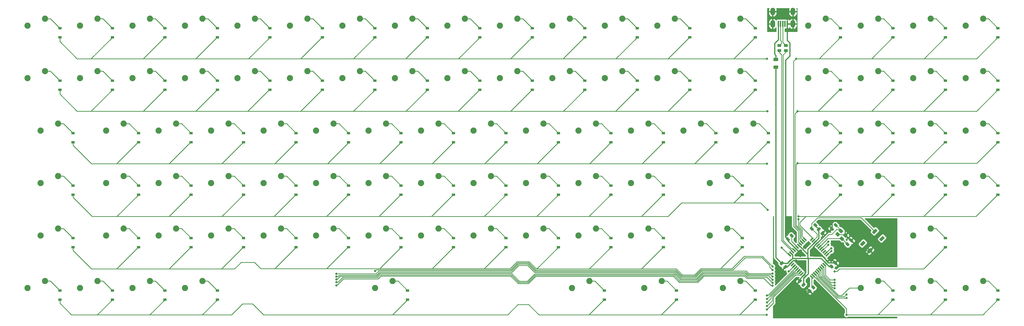
<source format=gbl>
%TF.GenerationSoftware,KiCad,Pcbnew,(5.1.9)-1*%
%TF.CreationDate,2021-04-11T04:13:23-04:00*%
%TF.ProjectId,Progenitor-Tenkey,50726f67-656e-4697-946f-722d54656e6b,rev?*%
%TF.SameCoordinates,Original*%
%TF.FileFunction,Copper,L2,Bot*%
%TF.FilePolarity,Positive*%
%FSLAX46Y46*%
G04 Gerber Fmt 4.6, Leading zero omitted, Abs format (unit mm)*
G04 Created by KiCad (PCBNEW (5.1.9)-1) date 2021-04-11 04:13:23*
%MOMM*%
%LPD*%
G01*
G04 APERTURE LIST*
%TA.AperFunction,SMDPad,CuDef*%
%ADD10C,0.100000*%
%TD*%
%TA.AperFunction,ComponentPad*%
%ADD11O,1.700000X2.700000*%
%TD*%
%TA.AperFunction,SMDPad,CuDef*%
%ADD12R,0.500000X2.250000*%
%TD*%
%TA.AperFunction,ComponentPad*%
%ADD13C,2.250000*%
%TD*%
%TA.AperFunction,SMDPad,CuDef*%
%ADD14R,1.200000X0.900000*%
%TD*%
%TA.AperFunction,ViaPad*%
%ADD15C,0.800000*%
%TD*%
%TA.AperFunction,Conductor*%
%ADD16C,0.381000*%
%TD*%
%TA.AperFunction,Conductor*%
%ADD17C,0.254000*%
%TD*%
%TA.AperFunction,Conductor*%
%ADD18C,0.100000*%
%TD*%
G04 APERTURE END LIST*
%TA.AperFunction,SMDPad,CuDef*%
D10*
%TO.P,U1,44*%
%TO.N,+5V*%
G36*
X362792940Y-322803298D02*
G01*
X363181848Y-323192206D01*
X362121188Y-324252866D01*
X361732280Y-323863958D01*
X362792940Y-322803298D01*
G37*
%TD.AperFunction*%
%TA.AperFunction,SMDPad,CuDef*%
%TO.P,U1,43*%
%TO.N,GND*%
G36*
X363358626Y-323368983D02*
G01*
X363747534Y-323757891D01*
X362686874Y-324818551D01*
X362297966Y-324429643D01*
X363358626Y-323368983D01*
G37*
%TD.AperFunction*%
%TA.AperFunction,SMDPad,CuDef*%
%TO.P,U1,42*%
%TO.N,Net-(U1-Pad42)*%
G36*
X363924311Y-323934668D02*
G01*
X364313219Y-324323576D01*
X363252559Y-325384236D01*
X362863651Y-324995328D01*
X363924311Y-323934668D01*
G37*
%TD.AperFunction*%
%TA.AperFunction,SMDPad,CuDef*%
%TO.P,U1,41*%
%TO.N,ROW04*%
G36*
X364489996Y-324500354D02*
G01*
X364878904Y-324889262D01*
X363818244Y-325949922D01*
X363429336Y-325561014D01*
X364489996Y-324500354D01*
G37*
%TD.AperFunction*%
%TA.AperFunction,SMDPad,CuDef*%
%TO.P,U1,40*%
%TO.N,COL13*%
G36*
X365055682Y-325066039D02*
G01*
X365444590Y-325454947D01*
X364383930Y-326515607D01*
X363995022Y-326126699D01*
X365055682Y-325066039D01*
G37*
%TD.AperFunction*%
%TA.AperFunction,SMDPad,CuDef*%
%TO.P,U1,39*%
%TO.N,COL12*%
G36*
X365621367Y-325631725D02*
G01*
X366010275Y-326020633D01*
X364949615Y-327081293D01*
X364560707Y-326692385D01*
X365621367Y-325631725D01*
G37*
%TD.AperFunction*%
%TA.AperFunction,SMDPad,CuDef*%
%TO.P,U1,38*%
%TO.N,COL11*%
G36*
X366187053Y-326197410D02*
G01*
X366575961Y-326586318D01*
X365515301Y-327646978D01*
X365126393Y-327258070D01*
X366187053Y-326197410D01*
G37*
%TD.AperFunction*%
%TA.AperFunction,SMDPad,CuDef*%
%TO.P,U1,37*%
%TO.N,COL10*%
G36*
X366752738Y-326763096D02*
G01*
X367141646Y-327152004D01*
X366080986Y-328212664D01*
X365692078Y-327823756D01*
X366752738Y-326763096D01*
G37*
%TD.AperFunction*%
%TA.AperFunction,SMDPad,CuDef*%
%TO.P,U1,36*%
%TO.N,COL09*%
G36*
X367318424Y-327328781D02*
G01*
X367707332Y-327717689D01*
X366646672Y-328778349D01*
X366257764Y-328389441D01*
X367318424Y-327328781D01*
G37*
%TD.AperFunction*%
%TA.AperFunction,SMDPad,CuDef*%
%TO.P,U1,35*%
%TO.N,GND*%
G36*
X367884109Y-327894466D02*
G01*
X368273017Y-328283374D01*
X367212357Y-329344034D01*
X366823449Y-328955126D01*
X367884109Y-327894466D01*
G37*
%TD.AperFunction*%
%TA.AperFunction,SMDPad,CuDef*%
%TO.P,U1,34*%
%TO.N,+5V*%
G36*
X368449794Y-328460152D02*
G01*
X368838702Y-328849060D01*
X367778042Y-329909720D01*
X367389134Y-329520812D01*
X368449794Y-328460152D01*
G37*
%TD.AperFunction*%
%TA.AperFunction,SMDPad,CuDef*%
%TO.P,U1,33*%
%TO.N,Net-(R4-Pad2)*%
G36*
X369793298Y-328849060D02*
G01*
X370182206Y-328460152D01*
X371242866Y-329520812D01*
X370853958Y-329909720D01*
X369793298Y-328849060D01*
G37*
%TD.AperFunction*%
%TA.AperFunction,SMDPad,CuDef*%
%TO.P,U1,32*%
%TO.N,ROW05*%
G36*
X370358983Y-328283374D02*
G01*
X370747891Y-327894466D01*
X371808551Y-328955126D01*
X371419643Y-329344034D01*
X370358983Y-328283374D01*
G37*
%TD.AperFunction*%
%TA.AperFunction,SMDPad,CuDef*%
%TO.P,U1,31*%
%TO.N,COL17*%
G36*
X370924668Y-327717689D02*
G01*
X371313576Y-327328781D01*
X372374236Y-328389441D01*
X371985328Y-328778349D01*
X370924668Y-327717689D01*
G37*
%TD.AperFunction*%
%TA.AperFunction,SMDPad,CuDef*%
%TO.P,U1,30*%
%TO.N,COL16*%
G36*
X371490354Y-327152004D02*
G01*
X371879262Y-326763096D01*
X372939922Y-327823756D01*
X372551014Y-328212664D01*
X371490354Y-327152004D01*
G37*
%TD.AperFunction*%
%TA.AperFunction,SMDPad,CuDef*%
%TO.P,U1,29*%
%TO.N,COL15*%
G36*
X372056039Y-326586318D02*
G01*
X372444947Y-326197410D01*
X373505607Y-327258070D01*
X373116699Y-327646978D01*
X372056039Y-326586318D01*
G37*
%TD.AperFunction*%
%TA.AperFunction,SMDPad,CuDef*%
%TO.P,U1,28*%
%TO.N,COL07*%
G36*
X372621725Y-326020633D02*
G01*
X373010633Y-325631725D01*
X374071293Y-326692385D01*
X373682385Y-327081293D01*
X372621725Y-326020633D01*
G37*
%TD.AperFunction*%
%TA.AperFunction,SMDPad,CuDef*%
%TO.P,U1,27*%
%TO.N,COL06*%
G36*
X373187410Y-325454947D02*
G01*
X373576318Y-325066039D01*
X374636978Y-326126699D01*
X374248070Y-326515607D01*
X373187410Y-325454947D01*
G37*
%TD.AperFunction*%
%TA.AperFunction,SMDPad,CuDef*%
%TO.P,U1,26*%
%TO.N,COL05*%
G36*
X373753096Y-324889262D02*
G01*
X374142004Y-324500354D01*
X375202664Y-325561014D01*
X374813756Y-325949922D01*
X373753096Y-324889262D01*
G37*
%TD.AperFunction*%
%TA.AperFunction,SMDPad,CuDef*%
%TO.P,U1,25*%
%TO.N,COL04*%
G36*
X374318781Y-324323576D02*
G01*
X374707689Y-323934668D01*
X375768349Y-324995328D01*
X375379441Y-325384236D01*
X374318781Y-324323576D01*
G37*
%TD.AperFunction*%
%TA.AperFunction,SMDPad,CuDef*%
%TO.P,U1,24*%
%TO.N,+5V*%
G36*
X374884466Y-323757891D02*
G01*
X375273374Y-323368983D01*
X376334034Y-324429643D01*
X375945126Y-324818551D01*
X374884466Y-323757891D01*
G37*
%TD.AperFunction*%
%TA.AperFunction,SMDPad,CuDef*%
%TO.P,U1,23*%
%TO.N,GND*%
G36*
X375450152Y-323192206D02*
G01*
X375839060Y-322803298D01*
X376899720Y-323863958D01*
X376510812Y-324252866D01*
X375450152Y-323192206D01*
G37*
%TD.AperFunction*%
%TA.AperFunction,SMDPad,CuDef*%
%TO.P,U1,22*%
%TO.N,COL03*%
G36*
X376510812Y-320399134D02*
G01*
X376899720Y-320788042D01*
X375839060Y-321848702D01*
X375450152Y-321459794D01*
X376510812Y-320399134D01*
G37*
%TD.AperFunction*%
%TA.AperFunction,SMDPad,CuDef*%
%TO.P,U1,21*%
%TO.N,COL02*%
G36*
X375945126Y-319833449D02*
G01*
X376334034Y-320222357D01*
X375273374Y-321283017D01*
X374884466Y-320894109D01*
X375945126Y-319833449D01*
G37*
%TD.AperFunction*%
%TA.AperFunction,SMDPad,CuDef*%
%TO.P,U1,20*%
%TO.N,Net-(U1-Pad20)*%
G36*
X375379441Y-319267764D02*
G01*
X375768349Y-319656672D01*
X374707689Y-320717332D01*
X374318781Y-320328424D01*
X375379441Y-319267764D01*
G37*
%TD.AperFunction*%
%TA.AperFunction,SMDPad,CuDef*%
%TO.P,U1,19*%
%TO.N,COL01*%
G36*
X374813756Y-318702078D02*
G01*
X375202664Y-319090986D01*
X374142004Y-320151646D01*
X373753096Y-319762738D01*
X374813756Y-318702078D01*
G37*
%TD.AperFunction*%
%TA.AperFunction,SMDPad,CuDef*%
%TO.P,U1,18*%
%TO.N,COL00*%
G36*
X374248070Y-318136393D02*
G01*
X374636978Y-318525301D01*
X373576318Y-319585961D01*
X373187410Y-319197053D01*
X374248070Y-318136393D01*
G37*
%TD.AperFunction*%
%TA.AperFunction,SMDPad,CuDef*%
%TO.P,U1,17*%
%TO.N,Net-(C2-Pad1)*%
G36*
X373682385Y-317570707D02*
G01*
X374071293Y-317959615D01*
X373010633Y-319020275D01*
X372621725Y-318631367D01*
X373682385Y-317570707D01*
G37*
%TD.AperFunction*%
%TA.AperFunction,SMDPad,CuDef*%
%TO.P,U1,16*%
%TO.N,Net-(C3-Pad1)*%
G36*
X373116699Y-317005022D02*
G01*
X373505607Y-317393930D01*
X372444947Y-318454590D01*
X372056039Y-318065682D01*
X373116699Y-317005022D01*
G37*
%TD.AperFunction*%
%TA.AperFunction,SMDPad,CuDef*%
%TO.P,U1,15*%
%TO.N,GND*%
G36*
X372551014Y-316439336D02*
G01*
X372939922Y-316828244D01*
X371879262Y-317888904D01*
X371490354Y-317499996D01*
X372551014Y-316439336D01*
G37*
%TD.AperFunction*%
%TA.AperFunction,SMDPad,CuDef*%
%TO.P,U1,14*%
%TO.N,+5V*%
G36*
X371985328Y-315873651D02*
G01*
X372374236Y-316262559D01*
X371313576Y-317323219D01*
X370924668Y-316934311D01*
X371985328Y-315873651D01*
G37*
%TD.AperFunction*%
%TA.AperFunction,SMDPad,CuDef*%
%TO.P,U1,13*%
%TO.N,Net-(R3-Pad2)*%
G36*
X371419643Y-315307966D02*
G01*
X371808551Y-315696874D01*
X370747891Y-316757534D01*
X370358983Y-316368626D01*
X371419643Y-315307966D01*
G37*
%TD.AperFunction*%
%TA.AperFunction,SMDPad,CuDef*%
%TO.P,U1,12*%
%TO.N,ROW03*%
G36*
X370853958Y-314742280D02*
G01*
X371242866Y-315131188D01*
X370182206Y-316191848D01*
X369793298Y-315802940D01*
X370853958Y-314742280D01*
G37*
%TD.AperFunction*%
%TA.AperFunction,SMDPad,CuDef*%
%TO.P,U1,11*%
%TO.N,COL14*%
G36*
X367389134Y-315131188D02*
G01*
X367778042Y-314742280D01*
X368838702Y-315802940D01*
X368449794Y-316191848D01*
X367389134Y-315131188D01*
G37*
%TD.AperFunction*%
%TA.AperFunction,SMDPad,CuDef*%
%TO.P,U1,10*%
%TO.N,ROW02*%
G36*
X366823449Y-315696874D02*
G01*
X367212357Y-315307966D01*
X368273017Y-316368626D01*
X367884109Y-316757534D01*
X366823449Y-315696874D01*
G37*
%TD.AperFunction*%
%TA.AperFunction,SMDPad,CuDef*%
%TO.P,U1,9*%
%TO.N,ROW01*%
G36*
X366257764Y-316262559D02*
G01*
X366646672Y-315873651D01*
X367707332Y-316934311D01*
X367318424Y-317323219D01*
X366257764Y-316262559D01*
G37*
%TD.AperFunction*%
%TA.AperFunction,SMDPad,CuDef*%
%TO.P,U1,8*%
%TO.N,ROW00*%
G36*
X365692078Y-316828244D02*
G01*
X366080986Y-316439336D01*
X367141646Y-317499996D01*
X366752738Y-317888904D01*
X365692078Y-316828244D01*
G37*
%TD.AperFunction*%
%TA.AperFunction,SMDPad,CuDef*%
%TO.P,U1,7*%
%TO.N,+5V*%
G36*
X365126393Y-317393930D02*
G01*
X365515301Y-317005022D01*
X366575961Y-318065682D01*
X366187053Y-318454590D01*
X365126393Y-317393930D01*
G37*
%TD.AperFunction*%
%TA.AperFunction,SMDPad,CuDef*%
%TO.P,U1,6*%
%TO.N,Net-(C6-Pad1)*%
G36*
X364560707Y-317959615D02*
G01*
X364949615Y-317570707D01*
X366010275Y-318631367D01*
X365621367Y-319020275D01*
X364560707Y-317959615D01*
G37*
%TD.AperFunction*%
%TA.AperFunction,SMDPad,CuDef*%
%TO.P,U1,5*%
%TO.N,GND*%
G36*
X363995022Y-318525301D02*
G01*
X364383930Y-318136393D01*
X365444590Y-319197053D01*
X365055682Y-319585961D01*
X363995022Y-318525301D01*
G37*
%TD.AperFunction*%
%TA.AperFunction,SMDPad,CuDef*%
%TO.P,U1,4*%
%TO.N,Net-(R2-Pad1)*%
G36*
X363429336Y-319090986D02*
G01*
X363818244Y-318702078D01*
X364878904Y-319762738D01*
X364489996Y-320151646D01*
X363429336Y-319090986D01*
G37*
%TD.AperFunction*%
%TA.AperFunction,SMDPad,CuDef*%
%TO.P,U1,3*%
%TO.N,Net-(R1-Pad1)*%
G36*
X362863651Y-319656672D02*
G01*
X363252559Y-319267764D01*
X364313219Y-320328424D01*
X363924311Y-320717332D01*
X362863651Y-319656672D01*
G37*
%TD.AperFunction*%
%TA.AperFunction,SMDPad,CuDef*%
%TO.P,U1,2*%
%TO.N,+5V*%
G36*
X362297966Y-320222357D02*
G01*
X362686874Y-319833449D01*
X363747534Y-320894109D01*
X363358626Y-321283017D01*
X362297966Y-320222357D01*
G37*
%TD.AperFunction*%
%TA.AperFunction,SMDPad,CuDef*%
%TO.P,U1,1*%
%TO.N,COL08*%
G36*
X361732280Y-320788042D02*
G01*
X362121188Y-320399134D01*
X363181848Y-321459794D01*
X362792940Y-321848702D01*
X361732280Y-320788042D01*
G37*
%TD.AperFunction*%
%TD*%
D11*
%TO.P,USB1,6*%
%TO.N,GND*%
X356395000Y-232791000D03*
X363695000Y-232791000D03*
X363695000Y-237291000D03*
X356395000Y-237291000D03*
D12*
%TO.P,USB1,5*%
%TO.N,VCC*%
X358445000Y-237291000D03*
%TO.P,USB1,4*%
%TO.N,D-*%
X359245000Y-237291000D03*
%TO.P,USB1,3*%
%TO.N,D+*%
X360045000Y-237291000D03*
%TO.P,USB1,2*%
%TO.N,Net-(USB1-Pad2)*%
X360845000Y-237291000D03*
%TO.P,USB1,1*%
%TO.N,GND*%
X361645000Y-237291000D03*
%TD*%
D13*
%TO.P,MX-RAL1,2*%
%TO.N,Net-(D58-Pad2)*%
X289877500Y-330676250D03*
%TO.P,MX-RAL1,1*%
%TO.N,COL11*%
X283527500Y-333216250D03*
%TD*%
%TO.P,MX-RCT1,2*%
%TO.N,Net-(D76-Pad2)*%
X344646250Y-330676250D03*
%TO.P,MX-RCT1,1*%
%TO.N,COL13*%
X338296250Y-333216250D03*
%TD*%
%TO.P,MX-F13,2*%
%TO.N,Net-(D30-Pad2)*%
X177958750Y-292576250D03*
%TO.P,MX-F13,1*%
%TO.N,COL05*%
X171608750Y-295116250D03*
%TD*%
%TA.AperFunction,SMDPad,CuDef*%
D10*
%TO.P,Y1,4*%
%TO.N,GND*%
G36*
X383615597Y-314096238D02*
G01*
X382767069Y-314944766D01*
X381777119Y-313954816D01*
X382625647Y-313106288D01*
X383615597Y-314096238D01*
G37*
%TD.AperFunction*%
%TA.AperFunction,SMDPad,CuDef*%
%TO.P,Y1,3*%
%TO.N,Net-(C3-Pad1)*%
G36*
X382059962Y-312540603D02*
G01*
X381211434Y-313389131D01*
X380221484Y-312399181D01*
X381070012Y-311550653D01*
X382059962Y-312540603D01*
G37*
%TD.AperFunction*%
%TA.AperFunction,SMDPad,CuDef*%
%TO.P,Y1,2*%
%TO.N,GND*%
G36*
X380857881Y-313742684D02*
G01*
X380009353Y-314591212D01*
X379019403Y-313601262D01*
X379867931Y-312752734D01*
X380857881Y-313742684D01*
G37*
%TD.AperFunction*%
%TA.AperFunction,SMDPad,CuDef*%
%TO.P,Y1,1*%
%TO.N,Net-(C2-Pad1)*%
G36*
X382413516Y-315298319D02*
G01*
X381564988Y-316146847D01*
X380575038Y-315156897D01*
X381423566Y-314308369D01*
X382413516Y-315298319D01*
G37*
%TD.AperFunction*%
%TD*%
%TA.AperFunction,SMDPad,CuDef*%
%TO.P,SW1,4*%
%TO.N,N/C*%
G36*
X396304666Y-314193812D02*
G01*
X397082484Y-314971630D01*
X395809692Y-316244422D01*
X395031874Y-315466604D01*
X396304666Y-314193812D01*
G37*
%TD.AperFunction*%
%TA.AperFunction,SMDPad,CuDef*%
%TO.P,SW1,3*%
G36*
X389304308Y-315961578D02*
G01*
X390082126Y-316739396D01*
X388809334Y-318012188D01*
X388031516Y-317234370D01*
X389304308Y-315961578D01*
G37*
%TD.AperFunction*%
%TA.AperFunction,SMDPad,CuDef*%
%TO.P,SW1,2*%
%TO.N,Net-(R3-Pad2)*%
G36*
X393688370Y-311577516D02*
G01*
X394466188Y-312355334D01*
X393193396Y-313628126D01*
X392415578Y-312850308D01*
X393688370Y-311577516D01*
G37*
%TD.AperFunction*%
%TA.AperFunction,SMDPad,CuDef*%
%TO.P,SW1,1*%
%TO.N,GND*%
G36*
X391920604Y-318577874D02*
G01*
X392698422Y-319355692D01*
X391425630Y-320628484D01*
X390647812Y-319850666D01*
X391920604Y-318577874D01*
G37*
%TD.AperFunction*%
%TD*%
%TO.P,R4,2*%
%TO.N,Net-(R4-Pad2)*%
%TA.AperFunction,SMDPad,CuDef*%
G36*
G01*
X371060043Y-333664356D02*
X370423644Y-333027957D01*
G75*
G02*
X370423644Y-332674407I176775J176775D01*
G01*
X370794877Y-332303174D01*
G75*
G02*
X371148427Y-332303174I176775J-176775D01*
G01*
X371784826Y-332939573D01*
G75*
G02*
X371784826Y-333293123I-176775J-176775D01*
G01*
X371413593Y-333664356D01*
G75*
G02*
X371060043Y-333664356I-176775J176775D01*
G01*
G37*
%TD.AperFunction*%
%TO.P,R4,1*%
%TO.N,GND*%
%TA.AperFunction,SMDPad,CuDef*%
G36*
G01*
X369769573Y-334954826D02*
X369133174Y-334318427D01*
G75*
G02*
X369133174Y-333964877I176775J176775D01*
G01*
X369504407Y-333593644D01*
G75*
G02*
X369857957Y-333593644I176775J-176775D01*
G01*
X370494356Y-334230043D01*
G75*
G02*
X370494356Y-334583593I-176775J-176775D01*
G01*
X370123123Y-334954826D01*
G75*
G02*
X369769573Y-334954826I-176775J176775D01*
G01*
G37*
%TD.AperFunction*%
%TD*%
%TO.P,R3,2*%
%TO.N,Net-(R3-Pad2)*%
%TA.AperFunction,SMDPad,CuDef*%
G36*
G01*
X370619957Y-310987644D02*
X371256356Y-311624043D01*
G75*
G02*
X371256356Y-311977593I-176775J-176775D01*
G01*
X370885123Y-312348826D01*
G75*
G02*
X370531573Y-312348826I-176775J176775D01*
G01*
X369895174Y-311712427D01*
G75*
G02*
X369895174Y-311358877I176775J176775D01*
G01*
X370266407Y-310987644D01*
G75*
G02*
X370619957Y-310987644I176775J-176775D01*
G01*
G37*
%TD.AperFunction*%
%TO.P,R3,1*%
%TO.N,+5V*%
%TA.AperFunction,SMDPad,CuDef*%
G36*
G01*
X371910427Y-309697174D02*
X372546826Y-310333573D01*
G75*
G02*
X372546826Y-310687123I-176775J-176775D01*
G01*
X372175593Y-311058356D01*
G75*
G02*
X371822043Y-311058356I-176775J176775D01*
G01*
X371185644Y-310421957D01*
G75*
G02*
X371185644Y-310068407I176775J176775D01*
G01*
X371556877Y-309697174D01*
G75*
G02*
X371910427Y-309697174I176775J-176775D01*
G01*
G37*
%TD.AperFunction*%
%TD*%
%TO.P,R2,2*%
%TO.N,D+*%
%TA.AperFunction,SMDPad,CuDef*%
G36*
G01*
X361606252Y-245662500D02*
X360706248Y-245662500D01*
G75*
G02*
X360456250Y-245412502I0J249998D01*
G01*
X360456250Y-244887498D01*
G75*
G02*
X360706248Y-244637500I249998J0D01*
G01*
X361606252Y-244637500D01*
G75*
G02*
X361856250Y-244887498I0J-249998D01*
G01*
X361856250Y-245412502D01*
G75*
G02*
X361606252Y-245662500I-249998J0D01*
G01*
G37*
%TD.AperFunction*%
%TO.P,R2,1*%
%TO.N,Net-(R2-Pad1)*%
%TA.AperFunction,SMDPad,CuDef*%
G36*
G01*
X361606252Y-247487500D02*
X360706248Y-247487500D01*
G75*
G02*
X360456250Y-247237502I0J249998D01*
G01*
X360456250Y-246712498D01*
G75*
G02*
X360706248Y-246462500I249998J0D01*
G01*
X361606252Y-246462500D01*
G75*
G02*
X361856250Y-246712498I0J-249998D01*
G01*
X361856250Y-247237502D01*
G75*
G02*
X361606252Y-247487500I-249998J0D01*
G01*
G37*
%TD.AperFunction*%
%TD*%
%TO.P,R1,2*%
%TO.N,D-*%
%TA.AperFunction,SMDPad,CuDef*%
G36*
G01*
X359225002Y-245662500D02*
X358324998Y-245662500D01*
G75*
G02*
X358075000Y-245412502I0J249998D01*
G01*
X358075000Y-244887498D01*
G75*
G02*
X358324998Y-244637500I249998J0D01*
G01*
X359225002Y-244637500D01*
G75*
G02*
X359475000Y-244887498I0J-249998D01*
G01*
X359475000Y-245412502D01*
G75*
G02*
X359225002Y-245662500I-249998J0D01*
G01*
G37*
%TD.AperFunction*%
%TO.P,R1,1*%
%TO.N,Net-(R1-Pad1)*%
%TA.AperFunction,SMDPad,CuDef*%
G36*
G01*
X359225002Y-247487500D02*
X358324998Y-247487500D01*
G75*
G02*
X358075000Y-247237502I0J249998D01*
G01*
X358075000Y-246712498D01*
G75*
G02*
X358324998Y-246462500I249998J0D01*
G01*
X359225002Y-246462500D01*
G75*
G02*
X359475000Y-246712498I0J-249998D01*
G01*
X359475000Y-247237502D01*
G75*
G02*
X359225002Y-247487500I-249998J0D01*
G01*
G37*
%TD.AperFunction*%
%TD*%
D13*
%TO.P,MX-Z1,2*%
%TO.N,Net-(D20-Pad2)*%
X120808750Y-311626250D03*
%TO.P,MX-Z1,1*%
%TO.N,COL02*%
X114458750Y-314166250D03*
%TD*%
%TO.P,MX-Y1,2*%
%TO.N,Net-(D34-Pad2)*%
X216058750Y-273526250D03*
%TO.P,MX-Y1,1*%
%TO.N,COL06*%
X209708750Y-276066250D03*
%TD*%
%TO.P,MX-X1,2*%
%TO.N,Net-(D26-Pad2)*%
X139858750Y-311626250D03*
%TO.P,MX-X1,1*%
%TO.N,COL03*%
X133508750Y-314166250D03*
%TD*%
%TO.P,MX-WIN1,2*%
%TO.N,Net-(D15-Pad2)*%
X130333750Y-330676250D03*
%TO.P,MX-WIN1,1*%
%TO.N,COL02*%
X123983750Y-333216250D03*
%TD*%
%TO.P,MX-W1,2*%
%TO.N,Net-(D13-Pad2)*%
X139858750Y-273526250D03*
%TO.P,MX-W1,1*%
%TO.N,COL02*%
X133508750Y-276066250D03*
%TD*%
%TO.P,MX-V1,2*%
%TO.N,Net-(D36-Pad2)*%
X177958750Y-311626250D03*
%TO.P,MX-V1,1*%
%TO.N,COL05*%
X171608750Y-314166250D03*
%TD*%
%TO.P,MX-UAR1,2*%
%TO.N,Net-(D90-Pad2)*%
X413702500Y-311626250D03*
%TO.P,MX-UAR1,1*%
%TO.N,COL16*%
X407352500Y-314166250D03*
%TD*%
%TO.P,MX-U1,2*%
%TO.N,Net-(D39-Pad2)*%
X235108750Y-273526250D03*
%TO.P,MX-U1,1*%
%TO.N,COL07*%
X228758750Y-276066250D03*
%TD*%
%TO.P,MX-TIL1,2*%
%TO.N,Net-(D2-Pad2)*%
X92233750Y-254476250D03*
%TO.P,MX-TIL1,1*%
%TO.N,COL00*%
X85883750Y-257016250D03*
%TD*%
%TO.P,MX-TAB1,2*%
%TO.N,Net-(D3-Pad2)*%
X96996250Y-273526250D03*
%TO.P,MX-TAB1,1*%
%TO.N,COL00*%
X90646250Y-276066250D03*
%TD*%
%TO.P,MX-T1,2*%
%TO.N,Net-(D29-Pad2)*%
X197008750Y-273526250D03*
%TO.P,MX-T1,1*%
%TO.N,COL05*%
X190658750Y-276066250D03*
%TD*%
%TO.P,MX-SPA1,2*%
%TO.N,Net-(D42-Pad2)*%
X218440000Y-330676250D03*
%TO.P,MX-SPA1,1*%
%TO.N,COL07*%
X212090000Y-333216250D03*
%TD*%
%TO.P,MX-S1,2*%
%TO.N,Net-(D19-Pad2)*%
X139858750Y-292576250D03*
%TO.P,MX-S1,1*%
%TO.N,COL03*%
X133508750Y-295116250D03*
%TD*%
%TO.P,MX-RSH1,2*%
%TO.N,Net-(D75-Pad2)*%
X339883750Y-311626250D03*
%TO.P,MX-RSH1,1*%
%TO.N,COL13*%
X333533750Y-314166250D03*
%TD*%
%TO.P,MX-RBR1,2*%
%TO.N,Net-(D67-Pad2)*%
X330358750Y-273526250D03*
%TO.P,MX-RBR1,1*%
%TO.N,COL12*%
X324008750Y-276066250D03*
%TD*%
%TO.P,MX-RAR1,2*%
%TO.N,Net-(D96-Pad2)*%
X432752500Y-330676250D03*
%TO.P,MX-RAR1,1*%
%TO.N,COL17*%
X426402500Y-333216250D03*
%TD*%
%TO.P,MX-R1,2*%
%TO.N,Net-(D24-Pad2)*%
X177958750Y-273526250D03*
%TO.P,MX-R1,1*%
%TO.N,COL04*%
X171608750Y-276066250D03*
%TD*%
%TO.P,MX-QUO1,2*%
%TO.N,Net-(D68-Pad2)*%
X311308750Y-292576250D03*
%TO.P,MX-QUO1,1*%
%TO.N,COL12*%
X304958750Y-295116250D03*
%TD*%
%TO.P,MX-QUE1,2*%
%TO.N,Net-(D69-Pad2)*%
X292258750Y-311626250D03*
%TO.P,MX-QUE1,1*%
%TO.N,COL11*%
X285908750Y-314166250D03*
%TD*%
%TO.P,MX-Q1,2*%
%TO.N,Net-(D9-Pad2)*%
X120808750Y-273526250D03*
%TO.P,MX-Q1,1*%
%TO.N,COL01*%
X114458750Y-276066250D03*
%TD*%
%TO.P,MX-PRT1,2*%
%TO.N,Net-(D64-Pad2)*%
X316071250Y-330676250D03*
%TO.P,MX-PRT1,1*%
%TO.N,COL12*%
X309721250Y-333216250D03*
%TD*%
%TO.P,MX-PLU1,2*%
%TO.N,Net-(D66-Pad2)*%
X320833750Y-254476250D03*
%TO.P,MX-PLU1,1*%
%TO.N,COL12*%
X314483750Y-257016250D03*
%TD*%
%TO.P,MX-P1,2*%
%TO.N,Net-(D55-Pad2)*%
X292258750Y-273526250D03*
%TO.P,MX-P1,1*%
%TO.N,COL10*%
X285908750Y-276066250D03*
%TD*%
%TO.P,MX-O1,2*%
%TO.N,Net-(D50-Pad2)*%
X273208750Y-273526250D03*
%TO.P,MX-O1,1*%
%TO.N,COL09*%
X266858750Y-276066250D03*
%TD*%
%TO.P,MX-NUM1,2*%
%TO.N,Net-(D80-Pad2)*%
X375602500Y-292576250D03*
%TO.P,MX-NUM1,1*%
%TO.N,COL14*%
X369252500Y-295116250D03*
%TD*%
%TO.P,MX-NSL1,2*%
%TO.N,Net-(D92-Pad2)*%
X432752500Y-235426250D03*
%TO.P,MX-NSL1,1*%
%TO.N,COL17*%
X426402500Y-237966250D03*
%TD*%
%TO.P,MX-NPL1,2*%
%TO.N,Net-(D95-Pad2)*%
X432752500Y-292576250D03*
%TO.P,MX-NPL1,1*%
%TO.N,COL17*%
X426402500Y-295116250D03*
%TD*%
%TO.P,MX-NDE1,2*%
%TO.N,Net-(D89-Pad2)*%
X413702500Y-292576250D03*
%TO.P,MX-NDE1,1*%
%TO.N,COL16*%
X407352500Y-295116250D03*
%TD*%
%TO.P,MX-NDA1,2*%
%TO.N,Net-(D94-Pad2)*%
X432752500Y-273526250D03*
%TO.P,MX-NDA1,1*%
%TO.N,COL17*%
X426402500Y-276066250D03*
%TD*%
%TO.P,MX-NAS1,2*%
%TO.N,Net-(D93-Pad2)*%
X432752500Y-254476250D03*
%TO.P,MX-NAS1,1*%
%TO.N,COL17*%
X426402500Y-257016250D03*
%TD*%
%TO.P,MX-N10,2*%
%TO.N,Net-(D47-Pad2)*%
X216058750Y-311626250D03*
%TO.P,MX-N10,1*%
%TO.N,COL07*%
X209708750Y-314166250D03*
%TD*%
%TO.P,MX-N9,2*%
%TO.N,Net-(D86-Pad2)*%
X413702500Y-235426250D03*
%TO.P,MX-N9,1*%
%TO.N,COL16*%
X407352500Y-237966250D03*
%TD*%
%TO.P,MX-N8,2*%
%TO.N,Net-(D81-Pad2)*%
X394652500Y-235426250D03*
%TO.P,MX-N8,1*%
%TO.N,COL15*%
X388302500Y-237966250D03*
%TD*%
%TO.P,MX-N7,2*%
%TO.N,Net-(D77-Pad2)*%
X375602500Y-235426250D03*
%TO.P,MX-N7,1*%
%TO.N,COL14*%
X369252500Y-237966250D03*
%TD*%
%TO.P,MX-N6,2*%
%TO.N,Net-(D87-Pad2)*%
X413702500Y-254476250D03*
%TO.P,MX-N6,1*%
%TO.N,COL16*%
X407352500Y-257016250D03*
%TD*%
%TO.P,MX-N5,2*%
%TO.N,Net-(D82-Pad2)*%
X394652500Y-254476250D03*
%TO.P,MX-N5,1*%
%TO.N,COL15*%
X388302500Y-257016250D03*
%TD*%
%TO.P,MX-N4,2*%
%TO.N,Net-(D78-Pad2)*%
X375602500Y-254476250D03*
%TO.P,MX-N4,1*%
%TO.N,COL14*%
X369252500Y-257016250D03*
%TD*%
%TO.P,MX-N3,2*%
%TO.N,Net-(D88-Pad2)*%
X413702500Y-273526250D03*
%TO.P,MX-N3,1*%
%TO.N,COL16*%
X407352500Y-276066250D03*
%TD*%
%TO.P,MX-N2,2*%
%TO.N,Net-(D83-Pad2)*%
X394652500Y-273526250D03*
%TO.P,MX-N2,1*%
%TO.N,COL15*%
X388302500Y-276066250D03*
%TD*%
%TO.P,MX-N1,2*%
%TO.N,Net-(D79-Pad2)*%
X375602500Y-273526250D03*
%TO.P,MX-N1,1*%
%TO.N,COL14*%
X369252500Y-276066250D03*
%TD*%
%TO.P,MX-N0,2*%
%TO.N,Net-(D84-Pad2)*%
X394652500Y-292576250D03*
%TO.P,MX-N0,1*%
%TO.N,COL15*%
X388302500Y-295116250D03*
%TD*%
%TO.P,MX-M1,2*%
%TO.N,Net-(D52-Pad2)*%
X235108750Y-311626250D03*
%TO.P,MX-M1,1*%
%TO.N,COL08*%
X228758750Y-314166250D03*
%TD*%
%TO.P,MX-LSH1,2*%
%TO.N,Net-(D5-Pad2)*%
X96996250Y-311626250D03*
%TO.P,MX-LSH1,1*%
%TO.N,COL00*%
X90646250Y-314166250D03*
%TD*%
%TO.P,MX-LFN1,2*%
%TO.N,Net-(D10-Pad2)*%
X111283750Y-330676250D03*
%TO.P,MX-LFN1,1*%
%TO.N,COL01*%
X104933750Y-333216250D03*
%TD*%
%TO.P,MX-LES1,2*%
%TO.N,Net-(D57-Pad2)*%
X254158750Y-311626250D03*
%TO.P,MX-LES1,1*%
%TO.N,COL09*%
X247808750Y-314166250D03*
%TD*%
%TO.P,MX-LCT1,2*%
%TO.N,Net-(D6-Pad2)*%
X92233750Y-330676250D03*
%TO.P,MX-LCT1,1*%
%TO.N,COL00*%
X85883750Y-333216250D03*
%TD*%
%TO.P,MX-LBR1,2*%
%TO.N,Net-(D61-Pad2)*%
X311308750Y-273526250D03*
%TO.P,MX-LBR1,1*%
%TO.N,COL11*%
X304958750Y-276066250D03*
%TD*%
%TO.P,MX-LAR1,2*%
%TO.N,Net-(D85-Pad2)*%
X394652500Y-330676250D03*
%TO.P,MX-LAR1,1*%
%TO.N,COL15*%
X388302500Y-333216250D03*
%TD*%
%TO.P,MX-LAL1,2*%
%TO.N,Net-(D21-Pad2)*%
X149383750Y-330676250D03*
%TO.P,MX-LAL1,1*%
%TO.N,COL03*%
X143033750Y-333216250D03*
%TD*%
%TO.P,MX-L1,2*%
%TO.N,Net-(D56-Pad2)*%
X273208750Y-292576250D03*
%TO.P,MX-L1,1*%
%TO.N,COL10*%
X266858750Y-295116250D03*
%TD*%
%TO.P,MX-K1,2*%
%TO.N,Net-(D51-Pad2)*%
X254158750Y-292576250D03*
%TO.P,MX-K1,1*%
%TO.N,COL09*%
X247808750Y-295116250D03*
%TD*%
%TO.P,MX-J1,2*%
%TO.N,Net-(D46-Pad2)*%
X235108750Y-292576250D03*
%TO.P,MX-J1,1*%
%TO.N,COL08*%
X228758750Y-295116250D03*
%TD*%
%TO.P,MX-I1,2*%
%TO.N,Net-(D45-Pad2)*%
X254158750Y-273526250D03*
%TO.P,MX-I1,1*%
%TO.N,COL08*%
X247808750Y-276066250D03*
%TD*%
%TO.P,MX-H1,2*%
%TO.N,Net-(D40-Pad2)*%
X216058750Y-292576250D03*
%TO.P,MX-H1,1*%
%TO.N,COL07*%
X209708750Y-295116250D03*
%TD*%
%TO.P,MX-GRE1,2*%
%TO.N,Net-(D63-Pad2)*%
X273208750Y-311626250D03*
%TO.P,MX-GRE1,1*%
%TO.N,COL10*%
X266858750Y-314166250D03*
%TD*%
%TO.P,MX-G1,2*%
%TO.N,Net-(D35-Pad2)*%
X197008750Y-292576250D03*
%TO.P,MX-G1,1*%
%TO.N,COL06*%
X190658750Y-295116250D03*
%TD*%
%TO.P,MX-FSL1,2*%
%TO.N,Net-(D73-Pad2)*%
X349408750Y-273526250D03*
%TO.P,MX-FSL1,1*%
%TO.N,COL13*%
X343058750Y-276066250D03*
%TD*%
%TO.P,MX-F12,2*%
%TO.N,Net-(D65-Pad2)*%
X320833750Y-235426250D03*
%TO.P,MX-F12,1*%
%TO.N,COL12*%
X314483750Y-237966250D03*
%TD*%
%TO.P,MX-F11,2*%
%TO.N,Net-(D59-Pad2)*%
X301783750Y-235426250D03*
%TO.P,MX-F11,1*%
%TO.N,COL11*%
X295433750Y-237966250D03*
%TD*%
%TO.P,MX-F10,2*%
%TO.N,Net-(D53-Pad2)*%
X282733750Y-235426250D03*
%TO.P,MX-F10,1*%
%TO.N,COL10*%
X276383750Y-237966250D03*
%TD*%
%TO.P,MX-F9,2*%
%TO.N,Net-(D48-Pad2)*%
X263683750Y-235426250D03*
%TO.P,MX-F9,1*%
%TO.N,COL09*%
X257333750Y-237966250D03*
%TD*%
%TO.P,MX-F8,2*%
%TO.N,Net-(D43-Pad2)*%
X244633750Y-235426250D03*
%TO.P,MX-F8,1*%
%TO.N,COL08*%
X238283750Y-237966250D03*
%TD*%
%TO.P,MX-F7,2*%
%TO.N,Net-(D37-Pad2)*%
X225583750Y-235426250D03*
%TO.P,MX-F7,1*%
%TO.N,COL07*%
X219233750Y-237966250D03*
%TD*%
%TO.P,MX-F6,2*%
%TO.N,Net-(D32-Pad2)*%
X206533750Y-235426250D03*
%TO.P,MX-F6,1*%
%TO.N,COL06*%
X200183750Y-237966250D03*
%TD*%
%TO.P,MX-F5,2*%
%TO.N,Net-(D27-Pad2)*%
X187483750Y-235426250D03*
%TO.P,MX-F5,1*%
%TO.N,COL05*%
X181133750Y-237966250D03*
%TD*%
%TO.P,MX-F4,2*%
%TO.N,Net-(D22-Pad2)*%
X168433750Y-235426250D03*
%TO.P,MX-F4,1*%
%TO.N,COL04*%
X162083750Y-237966250D03*
%TD*%
%TO.P,MX-F3,2*%
%TO.N,Net-(D16-Pad2)*%
X149383750Y-235426250D03*
%TO.P,MX-F3,1*%
%TO.N,COL03*%
X143033750Y-237966250D03*
%TD*%
%TO.P,MX-F2,2*%
%TO.N,Net-(D11-Pad2)*%
X130333750Y-235426250D03*
%TO.P,MX-F2,1*%
%TO.N,COL02*%
X123983750Y-237966250D03*
%TD*%
%TO.P,MX-F1,2*%
%TO.N,Net-(D7-Pad2)*%
X111283750Y-235426250D03*
%TO.P,MX-F1,1*%
%TO.N,COL01*%
X104933750Y-237966250D03*
%TD*%
%TO.P,MX-ESC1,2*%
%TO.N,Net-(D1-Pad2)*%
X92233750Y-235426250D03*
%TO.P,MX-ESC1,1*%
%TO.N,COL00*%
X85883750Y-237966250D03*
%TD*%
%TO.P,MX-ENT1,2*%
%TO.N,Net-(D74-Pad2)*%
X339883750Y-292576250D03*
%TO.P,MX-ENT1,1*%
%TO.N,COL13*%
X333533750Y-295116250D03*
%TD*%
%TO.P,MX-E1,2*%
%TO.N,Net-(D18-Pad2)*%
X158908750Y-273526250D03*
%TO.P,MX-E1,1*%
%TO.N,COL03*%
X152558750Y-276066250D03*
%TD*%
%TO.P,MX-DEL1,2*%
%TO.N,Net-(D71-Pad2)*%
X344646250Y-235426250D03*
%TO.P,MX-DEL1,1*%
%TO.N,COL13*%
X338296250Y-237966250D03*
%TD*%
%TO.P,MX-DAS1,2*%
%TO.N,Net-(D60-Pad2)*%
X301783750Y-254476250D03*
%TO.P,MX-DAS1,1*%
%TO.N,COL11*%
X295433750Y-257016250D03*
%TD*%
%TO.P,MX-DAR1,2*%
%TO.N,Net-(D91-Pad2)*%
X413702500Y-330676250D03*
%TO.P,MX-DAR1,1*%
%TO.N,COL16*%
X407352500Y-333216250D03*
%TD*%
%TO.P,MX-D1,2*%
%TO.N,Net-(D25-Pad2)*%
X158908750Y-292576250D03*
%TO.P,MX-D1,1*%
%TO.N,COL04*%
X152558750Y-295116250D03*
%TD*%
%TO.P,MX-CUR1,2*%
%TO.N,Net-(D70-Pad2)*%
X311308750Y-311626250D03*
%TO.P,MX-CUR1,1*%
%TO.N,COL12*%
X304958750Y-314166250D03*
%TD*%
%TO.P,MX-COL1,2*%
%TO.N,Net-(D62-Pad2)*%
X292258750Y-292576250D03*
%TO.P,MX-COL1,1*%
%TO.N,COL11*%
X285908750Y-295116250D03*
%TD*%
%TO.P,MX-CAP1,2*%
%TO.N,Net-(D4-Pad2)*%
X96996250Y-292576250D03*
%TO.P,MX-CAP1,1*%
%TO.N,COL00*%
X90646250Y-295116250D03*
%TD*%
%TO.P,MX-C1,2*%
%TO.N,Net-(D31-Pad2)*%
X158908750Y-311626250D03*
%TO.P,MX-C1,1*%
%TO.N,COL04*%
X152558750Y-314166250D03*
%TD*%
%TO.P,MX-BAC1,2*%
%TO.N,Net-(D72-Pad2)*%
X344646250Y-254476250D03*
%TO.P,MX-BAC1,1*%
%TO.N,COL13*%
X338296250Y-257016250D03*
%TD*%
%TO.P,MX-B1,2*%
%TO.N,Net-(D41-Pad2)*%
X197008750Y-311626250D03*
%TO.P,MX-B1,1*%
%TO.N,COL06*%
X190658750Y-314166250D03*
%TD*%
%TO.P,MX-A1,2*%
%TO.N,Net-(D14-Pad2)*%
X120808750Y-292576250D03*
%TO.P,MX-A1,1*%
%TO.N,COL02*%
X114458750Y-295116250D03*
%TD*%
%TO.P,MX-9,2*%
%TO.N,Net-(D49-Pad2)*%
X263683750Y-254476250D03*
%TO.P,MX-9,1*%
%TO.N,COL09*%
X257333750Y-257016250D03*
%TD*%
%TO.P,MX-8,2*%
%TO.N,Net-(D44-Pad2)*%
X244633750Y-254476250D03*
%TO.P,MX-8,1*%
%TO.N,COL08*%
X238283750Y-257016250D03*
%TD*%
%TO.P,MX-7,2*%
%TO.N,Net-(D38-Pad2)*%
X225583750Y-254476250D03*
%TO.P,MX-7,1*%
%TO.N,COL07*%
X219233750Y-257016250D03*
%TD*%
%TO.P,MX-6,2*%
%TO.N,Net-(D33-Pad2)*%
X206533750Y-254476250D03*
%TO.P,MX-6,1*%
%TO.N,COL06*%
X200183750Y-257016250D03*
%TD*%
%TO.P,MX-5,2*%
%TO.N,Net-(D28-Pad2)*%
X187483750Y-254476250D03*
%TO.P,MX-5,1*%
%TO.N,COL05*%
X181133750Y-257016250D03*
%TD*%
%TO.P,MX-4,2*%
%TO.N,Net-(D23-Pad2)*%
X168433750Y-254476250D03*
%TO.P,MX-4,1*%
%TO.N,COL04*%
X162083750Y-257016250D03*
%TD*%
%TO.P,MX-3,2*%
%TO.N,Net-(D17-Pad2)*%
X149383750Y-254476250D03*
%TO.P,MX-3,1*%
%TO.N,COL03*%
X143033750Y-257016250D03*
%TD*%
%TO.P,MX-2,2*%
%TO.N,Net-(D12-Pad2)*%
X130333750Y-254476250D03*
%TO.P,MX-2,1*%
%TO.N,COL02*%
X123983750Y-257016250D03*
%TD*%
%TO.P,MX-1,2*%
%TO.N,Net-(D8-Pad2)*%
X111283750Y-254476250D03*
%TO.P,MX-1,1*%
%TO.N,COL01*%
X104933750Y-257016250D03*
%TD*%
%TO.P,MX-0,2*%
%TO.N,Net-(D54-Pad2)*%
X282733750Y-254476250D03*
%TO.P,MX-0,1*%
%TO.N,COL10*%
X276383750Y-257016250D03*
%TD*%
%TO.P,F1,2*%
%TO.N,VCC*%
%TA.AperFunction,SMDPad,CuDef*%
G36*
G01*
X358130000Y-250843750D02*
X356880000Y-250843750D01*
G75*
G02*
X356630000Y-250593750I0J250000D01*
G01*
X356630000Y-249843750D01*
G75*
G02*
X356880000Y-249593750I250000J0D01*
G01*
X358130000Y-249593750D01*
G75*
G02*
X358380000Y-249843750I0J-250000D01*
G01*
X358380000Y-250593750D01*
G75*
G02*
X358130000Y-250843750I-250000J0D01*
G01*
G37*
%TD.AperFunction*%
%TO.P,F1,1*%
%TO.N,+5V*%
%TA.AperFunction,SMDPad,CuDef*%
G36*
G01*
X358130000Y-253643750D02*
X356880000Y-253643750D01*
G75*
G02*
X356630000Y-253393750I0J250000D01*
G01*
X356630000Y-252643750D01*
G75*
G02*
X356880000Y-252393750I250000J0D01*
G01*
X358130000Y-252393750D01*
G75*
G02*
X358380000Y-252643750I0J-250000D01*
G01*
X358380000Y-253393750D01*
G75*
G02*
X358130000Y-253643750I-250000J0D01*
G01*
G37*
%TD.AperFunction*%
%TD*%
D14*
%TO.P,D96,2*%
%TO.N,Net-(D96-Pad2)*%
X438150000Y-334106250D03*
%TO.P,D96,1*%
%TO.N,ROW05*%
X438150000Y-337406250D03*
%TD*%
%TO.P,D95,2*%
%TO.N,Net-(D95-Pad2)*%
X438150000Y-296006250D03*
%TO.P,D95,1*%
%TO.N,ROW03*%
X438150000Y-299306250D03*
%TD*%
%TO.P,D94,2*%
%TO.N,Net-(D94-Pad2)*%
X438150000Y-276956250D03*
%TO.P,D94,1*%
%TO.N,ROW02*%
X438150000Y-280256250D03*
%TD*%
%TO.P,D93,2*%
%TO.N,Net-(D93-Pad2)*%
X438150000Y-257906250D03*
%TO.P,D93,1*%
%TO.N,ROW01*%
X438150000Y-261206250D03*
%TD*%
%TO.P,D92,2*%
%TO.N,Net-(D92-Pad2)*%
X438150000Y-238856250D03*
%TO.P,D92,1*%
%TO.N,ROW00*%
X438150000Y-242156250D03*
%TD*%
%TO.P,D91,2*%
%TO.N,Net-(D91-Pad2)*%
X419100000Y-334106250D03*
%TO.P,D91,1*%
%TO.N,ROW05*%
X419100000Y-337406250D03*
%TD*%
%TO.P,D90,2*%
%TO.N,Net-(D90-Pad2)*%
X419100000Y-315056250D03*
%TO.P,D90,1*%
%TO.N,ROW04*%
X419100000Y-318356250D03*
%TD*%
%TO.P,D89,2*%
%TO.N,Net-(D89-Pad2)*%
X419100000Y-296006250D03*
%TO.P,D89,1*%
%TO.N,ROW03*%
X419100000Y-299306250D03*
%TD*%
%TO.P,D88,2*%
%TO.N,Net-(D88-Pad2)*%
X419100000Y-276956250D03*
%TO.P,D88,1*%
%TO.N,ROW02*%
X419100000Y-280256250D03*
%TD*%
%TO.P,D87,2*%
%TO.N,Net-(D87-Pad2)*%
X419100000Y-257906250D03*
%TO.P,D87,1*%
%TO.N,ROW01*%
X419100000Y-261206250D03*
%TD*%
%TO.P,D86,2*%
%TO.N,Net-(D86-Pad2)*%
X419100000Y-238856250D03*
%TO.P,D86,1*%
%TO.N,ROW00*%
X419100000Y-242156250D03*
%TD*%
%TO.P,D85,2*%
%TO.N,Net-(D85-Pad2)*%
X400050000Y-334106250D03*
%TO.P,D85,1*%
%TO.N,ROW05*%
X400050000Y-337406250D03*
%TD*%
%TO.P,D84,2*%
%TO.N,Net-(D84-Pad2)*%
X400050000Y-296006250D03*
%TO.P,D84,1*%
%TO.N,ROW03*%
X400050000Y-299306250D03*
%TD*%
%TO.P,D83,2*%
%TO.N,Net-(D83-Pad2)*%
X400050000Y-276956250D03*
%TO.P,D83,1*%
%TO.N,ROW02*%
X400050000Y-280256250D03*
%TD*%
%TO.P,D82,2*%
%TO.N,Net-(D82-Pad2)*%
X400050000Y-257906250D03*
%TO.P,D82,1*%
%TO.N,ROW01*%
X400050000Y-261206250D03*
%TD*%
%TO.P,D81,2*%
%TO.N,Net-(D81-Pad2)*%
X400050000Y-238856250D03*
%TO.P,D81,1*%
%TO.N,ROW00*%
X400050000Y-242156250D03*
%TD*%
%TO.P,D80,2*%
%TO.N,Net-(D80-Pad2)*%
X381000000Y-296006250D03*
%TO.P,D80,1*%
%TO.N,ROW03*%
X381000000Y-299306250D03*
%TD*%
%TO.P,D79,2*%
%TO.N,Net-(D79-Pad2)*%
X381000000Y-276956250D03*
%TO.P,D79,1*%
%TO.N,ROW02*%
X381000000Y-280256250D03*
%TD*%
%TO.P,D78,2*%
%TO.N,Net-(D78-Pad2)*%
X381000000Y-257906250D03*
%TO.P,D78,1*%
%TO.N,ROW01*%
X381000000Y-261206250D03*
%TD*%
%TO.P,D77,2*%
%TO.N,Net-(D77-Pad2)*%
X381000000Y-238856250D03*
%TO.P,D77,1*%
%TO.N,ROW00*%
X381000000Y-242156250D03*
%TD*%
%TO.P,D76,2*%
%TO.N,Net-(D76-Pad2)*%
X350043750Y-334106250D03*
%TO.P,D76,1*%
%TO.N,ROW05*%
X350043750Y-337406250D03*
%TD*%
%TO.P,D75,2*%
%TO.N,Net-(D75-Pad2)*%
X345281250Y-315056250D03*
%TO.P,D75,1*%
%TO.N,ROW04*%
X345281250Y-318356250D03*
%TD*%
%TO.P,D74,2*%
%TO.N,Net-(D74-Pad2)*%
X345281250Y-296006250D03*
%TO.P,D74,1*%
%TO.N,ROW03*%
X345281250Y-299306250D03*
%TD*%
%TO.P,D73,2*%
%TO.N,Net-(D73-Pad2)*%
X354806250Y-276956250D03*
%TO.P,D73,1*%
%TO.N,ROW02*%
X354806250Y-280256250D03*
%TD*%
%TO.P,D72,2*%
%TO.N,Net-(D72-Pad2)*%
X350043750Y-257906250D03*
%TO.P,D72,1*%
%TO.N,ROW01*%
X350043750Y-261206250D03*
%TD*%
%TO.P,D71,2*%
%TO.N,Net-(D71-Pad2)*%
X350043750Y-238856250D03*
%TO.P,D71,1*%
%TO.N,ROW00*%
X350043750Y-242156250D03*
%TD*%
%TO.P,D70,2*%
%TO.N,Net-(D70-Pad2)*%
X316706250Y-315056250D03*
%TO.P,D70,1*%
%TO.N,ROW04*%
X316706250Y-318356250D03*
%TD*%
%TO.P,D69,2*%
%TO.N,Net-(D69-Pad2)*%
X297656250Y-315056250D03*
%TO.P,D69,1*%
%TO.N,ROW04*%
X297656250Y-318356250D03*
%TD*%
%TO.P,D68,2*%
%TO.N,Net-(D68-Pad2)*%
X316706250Y-296006250D03*
%TO.P,D68,1*%
%TO.N,ROW03*%
X316706250Y-299306250D03*
%TD*%
%TO.P,D67,2*%
%TO.N,Net-(D67-Pad2)*%
X335756250Y-276956250D03*
%TO.P,D67,1*%
%TO.N,ROW02*%
X335756250Y-280256250D03*
%TD*%
%TO.P,D66,2*%
%TO.N,Net-(D66-Pad2)*%
X326231250Y-257906250D03*
%TO.P,D66,1*%
%TO.N,ROW01*%
X326231250Y-261206250D03*
%TD*%
%TO.P,D65,2*%
%TO.N,Net-(D65-Pad2)*%
X326231250Y-238856250D03*
%TO.P,D65,1*%
%TO.N,ROW00*%
X326231250Y-242156250D03*
%TD*%
%TO.P,D64,2*%
%TO.N,Net-(D64-Pad2)*%
X321468750Y-334106250D03*
%TO.P,D64,1*%
%TO.N,ROW05*%
X321468750Y-337406250D03*
%TD*%
%TO.P,D63,2*%
%TO.N,Net-(D63-Pad2)*%
X278606250Y-315056250D03*
%TO.P,D63,1*%
%TO.N,ROW04*%
X278606250Y-318356250D03*
%TD*%
%TO.P,D62,2*%
%TO.N,Net-(D62-Pad2)*%
X297656250Y-296006250D03*
%TO.P,D62,1*%
%TO.N,ROW03*%
X297656250Y-299306250D03*
%TD*%
%TO.P,D61,2*%
%TO.N,Net-(D61-Pad2)*%
X316706250Y-276956250D03*
%TO.P,D61,1*%
%TO.N,ROW02*%
X316706250Y-280256250D03*
%TD*%
%TO.P,D60,2*%
%TO.N,Net-(D60-Pad2)*%
X307181250Y-257906250D03*
%TO.P,D60,1*%
%TO.N,ROW01*%
X307181250Y-261206250D03*
%TD*%
%TO.P,D59,2*%
%TO.N,Net-(D59-Pad2)*%
X307181250Y-238856250D03*
%TO.P,D59,1*%
%TO.N,ROW00*%
X307181250Y-242156250D03*
%TD*%
%TO.P,D58,2*%
%TO.N,Net-(D58-Pad2)*%
X295275000Y-334106250D03*
%TO.P,D58,1*%
%TO.N,ROW05*%
X295275000Y-337406250D03*
%TD*%
%TO.P,D57,2*%
%TO.N,Net-(D57-Pad2)*%
X259556250Y-315056250D03*
%TO.P,D57,1*%
%TO.N,ROW04*%
X259556250Y-318356250D03*
%TD*%
%TO.P,D56,2*%
%TO.N,Net-(D56-Pad2)*%
X278606250Y-296006250D03*
%TO.P,D56,1*%
%TO.N,ROW03*%
X278606250Y-299306250D03*
%TD*%
%TO.P,D55,2*%
%TO.N,Net-(D55-Pad2)*%
X297656250Y-276956250D03*
%TO.P,D55,1*%
%TO.N,ROW02*%
X297656250Y-280256250D03*
%TD*%
%TO.P,D54,2*%
%TO.N,Net-(D54-Pad2)*%
X288131250Y-257906250D03*
%TO.P,D54,1*%
%TO.N,ROW01*%
X288131250Y-261206250D03*
%TD*%
%TO.P,D53,2*%
%TO.N,Net-(D53-Pad2)*%
X288131250Y-238856250D03*
%TO.P,D53,1*%
%TO.N,ROW00*%
X288131250Y-242156250D03*
%TD*%
%TO.P,D52,2*%
%TO.N,Net-(D52-Pad2)*%
X240506250Y-315056250D03*
%TO.P,D52,1*%
%TO.N,ROW04*%
X240506250Y-318356250D03*
%TD*%
%TO.P,D51,2*%
%TO.N,Net-(D51-Pad2)*%
X259556250Y-296006250D03*
%TO.P,D51,1*%
%TO.N,ROW03*%
X259556250Y-299306250D03*
%TD*%
%TO.P,D50,2*%
%TO.N,Net-(D50-Pad2)*%
X278606250Y-276956250D03*
%TO.P,D50,1*%
%TO.N,ROW02*%
X278606250Y-280256250D03*
%TD*%
%TO.P,D49,2*%
%TO.N,Net-(D49-Pad2)*%
X269081250Y-257906250D03*
%TO.P,D49,1*%
%TO.N,ROW01*%
X269081250Y-261206250D03*
%TD*%
%TO.P,D48,2*%
%TO.N,Net-(D48-Pad2)*%
X269081250Y-238856250D03*
%TO.P,D48,1*%
%TO.N,ROW00*%
X269081250Y-242156250D03*
%TD*%
%TO.P,D47,2*%
%TO.N,Net-(D47-Pad2)*%
X221456250Y-315056250D03*
%TO.P,D47,1*%
%TO.N,ROW04*%
X221456250Y-318356250D03*
%TD*%
%TO.P,D46,2*%
%TO.N,Net-(D46-Pad2)*%
X240506250Y-296006250D03*
%TO.P,D46,1*%
%TO.N,ROW03*%
X240506250Y-299306250D03*
%TD*%
%TO.P,D45,2*%
%TO.N,Net-(D45-Pad2)*%
X259556250Y-276956250D03*
%TO.P,D45,1*%
%TO.N,ROW02*%
X259556250Y-280256250D03*
%TD*%
%TO.P,D44,2*%
%TO.N,Net-(D44-Pad2)*%
X250031250Y-257906250D03*
%TO.P,D44,1*%
%TO.N,ROW01*%
X250031250Y-261206250D03*
%TD*%
%TO.P,D43,2*%
%TO.N,Net-(D43-Pad2)*%
X250031250Y-238856250D03*
%TO.P,D43,1*%
%TO.N,ROW00*%
X250031250Y-242156250D03*
%TD*%
%TO.P,D42,2*%
%TO.N,Net-(D42-Pad2)*%
X223837500Y-334106250D03*
%TO.P,D42,1*%
%TO.N,ROW05*%
X223837500Y-337406250D03*
%TD*%
%TO.P,D41,2*%
%TO.N,Net-(D41-Pad2)*%
X202406250Y-315056250D03*
%TO.P,D41,1*%
%TO.N,ROW04*%
X202406250Y-318356250D03*
%TD*%
%TO.P,D40,2*%
%TO.N,Net-(D40-Pad2)*%
X221456250Y-296006250D03*
%TO.P,D40,1*%
%TO.N,ROW03*%
X221456250Y-299306250D03*
%TD*%
%TO.P,D39,2*%
%TO.N,Net-(D39-Pad2)*%
X240506250Y-276956250D03*
%TO.P,D39,1*%
%TO.N,ROW02*%
X240506250Y-280256250D03*
%TD*%
%TO.P,D38,2*%
%TO.N,Net-(D38-Pad2)*%
X230981250Y-257906250D03*
%TO.P,D38,1*%
%TO.N,ROW01*%
X230981250Y-261206250D03*
%TD*%
%TO.P,D37,2*%
%TO.N,Net-(D37-Pad2)*%
X230981250Y-238856250D03*
%TO.P,D37,1*%
%TO.N,ROW00*%
X230981250Y-242156250D03*
%TD*%
%TO.P,D36,2*%
%TO.N,Net-(D36-Pad2)*%
X183356250Y-315056250D03*
%TO.P,D36,1*%
%TO.N,ROW04*%
X183356250Y-318356250D03*
%TD*%
%TO.P,D35,2*%
%TO.N,Net-(D35-Pad2)*%
X202406250Y-296006250D03*
%TO.P,D35,1*%
%TO.N,ROW03*%
X202406250Y-299306250D03*
%TD*%
%TO.P,D34,2*%
%TO.N,Net-(D34-Pad2)*%
X221456250Y-276956250D03*
%TO.P,D34,1*%
%TO.N,ROW02*%
X221456250Y-280256250D03*
%TD*%
%TO.P,D33,2*%
%TO.N,Net-(D33-Pad2)*%
X211931250Y-257906250D03*
%TO.P,D33,1*%
%TO.N,ROW01*%
X211931250Y-261206250D03*
%TD*%
%TO.P,D32,2*%
%TO.N,Net-(D32-Pad2)*%
X211931250Y-238856250D03*
%TO.P,D32,1*%
%TO.N,ROW00*%
X211931250Y-242156250D03*
%TD*%
%TO.P,D31,2*%
%TO.N,Net-(D31-Pad2)*%
X164306250Y-315056250D03*
%TO.P,D31,1*%
%TO.N,ROW04*%
X164306250Y-318356250D03*
%TD*%
%TO.P,D30,2*%
%TO.N,Net-(D30-Pad2)*%
X183356250Y-296006250D03*
%TO.P,D30,1*%
%TO.N,ROW03*%
X183356250Y-299306250D03*
%TD*%
%TO.P,D29,2*%
%TO.N,Net-(D29-Pad2)*%
X202406250Y-276956250D03*
%TO.P,D29,1*%
%TO.N,ROW02*%
X202406250Y-280256250D03*
%TD*%
%TO.P,D28,2*%
%TO.N,Net-(D28-Pad2)*%
X192881250Y-257906250D03*
%TO.P,D28,1*%
%TO.N,ROW01*%
X192881250Y-261206250D03*
%TD*%
%TO.P,D27,2*%
%TO.N,Net-(D27-Pad2)*%
X192881250Y-238856250D03*
%TO.P,D27,1*%
%TO.N,ROW00*%
X192881250Y-242156250D03*
%TD*%
%TO.P,D26,2*%
%TO.N,Net-(D26-Pad2)*%
X145256250Y-315056250D03*
%TO.P,D26,1*%
%TO.N,ROW04*%
X145256250Y-318356250D03*
%TD*%
%TO.P,D25,2*%
%TO.N,Net-(D25-Pad2)*%
X164306250Y-296006250D03*
%TO.P,D25,1*%
%TO.N,ROW03*%
X164306250Y-299306250D03*
%TD*%
%TO.P,D24,2*%
%TO.N,Net-(D24-Pad2)*%
X183356250Y-276956250D03*
%TO.P,D24,1*%
%TO.N,ROW02*%
X183356250Y-280256250D03*
%TD*%
%TO.P,D23,2*%
%TO.N,Net-(D23-Pad2)*%
X173831250Y-257906250D03*
%TO.P,D23,1*%
%TO.N,ROW01*%
X173831250Y-261206250D03*
%TD*%
%TO.P,D22,2*%
%TO.N,Net-(D22-Pad2)*%
X173831250Y-238856250D03*
%TO.P,D22,1*%
%TO.N,ROW00*%
X173831250Y-242156250D03*
%TD*%
%TO.P,D21,2*%
%TO.N,Net-(D21-Pad2)*%
X154781250Y-334106250D03*
%TO.P,D21,1*%
%TO.N,ROW05*%
X154781250Y-337406250D03*
%TD*%
%TO.P,D20,2*%
%TO.N,Net-(D20-Pad2)*%
X126206250Y-315056250D03*
%TO.P,D20,1*%
%TO.N,ROW04*%
X126206250Y-318356250D03*
%TD*%
%TO.P,D19,2*%
%TO.N,Net-(D19-Pad2)*%
X145256250Y-296006250D03*
%TO.P,D19,1*%
%TO.N,ROW03*%
X145256250Y-299306250D03*
%TD*%
%TO.P,D18,2*%
%TO.N,Net-(D18-Pad2)*%
X164306250Y-276956250D03*
%TO.P,D18,1*%
%TO.N,ROW02*%
X164306250Y-280256250D03*
%TD*%
%TO.P,D17,2*%
%TO.N,Net-(D17-Pad2)*%
X154781250Y-257906250D03*
%TO.P,D17,1*%
%TO.N,ROW01*%
X154781250Y-261206250D03*
%TD*%
%TO.P,D16,2*%
%TO.N,Net-(D16-Pad2)*%
X154781250Y-238856250D03*
%TO.P,D16,1*%
%TO.N,ROW00*%
X154781250Y-242156250D03*
%TD*%
%TO.P,D15,2*%
%TO.N,Net-(D15-Pad2)*%
X135731250Y-334106250D03*
%TO.P,D15,1*%
%TO.N,ROW05*%
X135731250Y-337406250D03*
%TD*%
%TO.P,D14,2*%
%TO.N,Net-(D14-Pad2)*%
X126206250Y-296006250D03*
%TO.P,D14,1*%
%TO.N,ROW03*%
X126206250Y-299306250D03*
%TD*%
%TO.P,D13,2*%
%TO.N,Net-(D13-Pad2)*%
X145256250Y-276956250D03*
%TO.P,D13,1*%
%TO.N,ROW02*%
X145256250Y-280256250D03*
%TD*%
%TO.P,D12,2*%
%TO.N,Net-(D12-Pad2)*%
X135731250Y-257906250D03*
%TO.P,D12,1*%
%TO.N,ROW01*%
X135731250Y-261206250D03*
%TD*%
%TO.P,D11,2*%
%TO.N,Net-(D11-Pad2)*%
X135731250Y-238856250D03*
%TO.P,D11,1*%
%TO.N,ROW00*%
X135731250Y-242156250D03*
%TD*%
%TO.P,D10,2*%
%TO.N,Net-(D10-Pad2)*%
X116681250Y-334106250D03*
%TO.P,D10,1*%
%TO.N,ROW05*%
X116681250Y-337406250D03*
%TD*%
%TO.P,D9,2*%
%TO.N,Net-(D9-Pad2)*%
X126206250Y-276956250D03*
%TO.P,D9,1*%
%TO.N,ROW02*%
X126206250Y-280256250D03*
%TD*%
%TO.P,D8,2*%
%TO.N,Net-(D8-Pad2)*%
X116681250Y-257906250D03*
%TO.P,D8,1*%
%TO.N,ROW01*%
X116681250Y-261206250D03*
%TD*%
%TO.P,D7,2*%
%TO.N,Net-(D7-Pad2)*%
X116681250Y-238856250D03*
%TO.P,D7,1*%
%TO.N,ROW00*%
X116681250Y-242156250D03*
%TD*%
%TO.P,D6,2*%
%TO.N,Net-(D6-Pad2)*%
X97631250Y-334106250D03*
%TO.P,D6,1*%
%TO.N,ROW05*%
X97631250Y-337406250D03*
%TD*%
%TO.P,D5,2*%
%TO.N,Net-(D5-Pad2)*%
X102393750Y-315056250D03*
%TO.P,D5,1*%
%TO.N,ROW04*%
X102393750Y-318356250D03*
%TD*%
%TO.P,D4,2*%
%TO.N,Net-(D4-Pad2)*%
X102393750Y-296006250D03*
%TO.P,D4,1*%
%TO.N,ROW03*%
X102393750Y-299306250D03*
%TD*%
%TO.P,D3,2*%
%TO.N,Net-(D3-Pad2)*%
X102393750Y-276956250D03*
%TO.P,D3,1*%
%TO.N,ROW02*%
X102393750Y-280256250D03*
%TD*%
%TO.P,D2,2*%
%TO.N,Net-(D2-Pad2)*%
X97631250Y-257906250D03*
%TO.P,D2,1*%
%TO.N,ROW01*%
X97631250Y-261206250D03*
%TD*%
%TO.P,D1,2*%
%TO.N,Net-(D1-Pad2)*%
X97631250Y-238856250D03*
%TO.P,D1,1*%
%TO.N,ROW00*%
X97631250Y-242156250D03*
%TD*%
%TO.P,C7,2*%
%TO.N,GND*%
%TA.AperFunction,SMDPad,CuDef*%
G36*
G01*
X360281322Y-325520073D02*
X360953073Y-324848322D01*
G75*
G02*
X361306627Y-324848322I176777J-176777D01*
G01*
X361660180Y-325201875D01*
G75*
G02*
X361660180Y-325555429I-176777J-176777D01*
G01*
X360988429Y-326227180D01*
G75*
G02*
X360634875Y-326227180I-176777J176777D01*
G01*
X360281322Y-325873627D01*
G75*
G02*
X360281322Y-325520073I176777J176777D01*
G01*
G37*
%TD.AperFunction*%
%TO.P,C7,1*%
%TO.N,+5V*%
%TA.AperFunction,SMDPad,CuDef*%
G36*
G01*
X358937820Y-324176571D02*
X359609571Y-323504820D01*
G75*
G02*
X359963125Y-323504820I176777J-176777D01*
G01*
X360316678Y-323858373D01*
G75*
G02*
X360316678Y-324211927I-176777J-176777D01*
G01*
X359644927Y-324883678D01*
G75*
G02*
X359291373Y-324883678I-176777J176777D01*
G01*
X358937820Y-324530125D01*
G75*
G02*
X358937820Y-324176571I176777J176777D01*
G01*
G37*
%TD.AperFunction*%
%TD*%
%TO.P,C6,2*%
%TO.N,GND*%
%TA.AperFunction,SMDPad,CuDef*%
G36*
G01*
X361930927Y-314815322D02*
X362602678Y-315487073D01*
G75*
G02*
X362602678Y-315840627I-176777J-176777D01*
G01*
X362249125Y-316194180D01*
G75*
G02*
X361895571Y-316194180I-176777J176777D01*
G01*
X361223820Y-315522429D01*
G75*
G02*
X361223820Y-315168875I176777J176777D01*
G01*
X361577373Y-314815322D01*
G75*
G02*
X361930927Y-314815322I176777J-176777D01*
G01*
G37*
%TD.AperFunction*%
%TO.P,C6,1*%
%TO.N,Net-(C6-Pad1)*%
%TA.AperFunction,SMDPad,CuDef*%
G36*
G01*
X363274429Y-313471820D02*
X363946180Y-314143571D01*
G75*
G02*
X363946180Y-314497125I-176777J-176777D01*
G01*
X363592627Y-314850678D01*
G75*
G02*
X363239073Y-314850678I-176777J176777D01*
G01*
X362567322Y-314178927D01*
G75*
G02*
X362567322Y-313825373I176777J176777D01*
G01*
X362920875Y-313471820D01*
G75*
G02*
X363274429Y-313471820I176777J-176777D01*
G01*
G37*
%TD.AperFunction*%
%TD*%
%TO.P,C5,2*%
%TO.N,GND*%
%TA.AperFunction,SMDPad,CuDef*%
G36*
G01*
X366920678Y-330688927D02*
X366248927Y-331360678D01*
G75*
G02*
X365895373Y-331360678I-176777J176777D01*
G01*
X365541820Y-331007125D01*
G75*
G02*
X365541820Y-330653571I176777J176777D01*
G01*
X366213571Y-329981820D01*
G75*
G02*
X366567125Y-329981820I176777J-176777D01*
G01*
X366920678Y-330335373D01*
G75*
G02*
X366920678Y-330688927I-176777J-176777D01*
G01*
G37*
%TD.AperFunction*%
%TO.P,C5,1*%
%TO.N,+5V*%
%TA.AperFunction,SMDPad,CuDef*%
G36*
G01*
X368264180Y-332032429D02*
X367592429Y-332704180D01*
G75*
G02*
X367238875Y-332704180I-176777J176777D01*
G01*
X366885322Y-332350627D01*
G75*
G02*
X366885322Y-331997073I176777J176777D01*
G01*
X367557073Y-331325322D01*
G75*
G02*
X367910627Y-331325322I176777J-176777D01*
G01*
X368264180Y-331678875D01*
G75*
G02*
X368264180Y-332032429I-176777J-176777D01*
G01*
G37*
%TD.AperFunction*%
%TD*%
%TO.P,C4,2*%
%TO.N,GND*%
%TA.AperFunction,SMDPad,CuDef*%
G36*
G01*
X379023824Y-324719927D02*
X378352073Y-324048176D01*
G75*
G02*
X378352073Y-323694622I176777J176777D01*
G01*
X378705626Y-323341069D01*
G75*
G02*
X379059180Y-323341069I176777J-176777D01*
G01*
X379730931Y-324012820D01*
G75*
G02*
X379730931Y-324366374I-176777J-176777D01*
G01*
X379377378Y-324719927D01*
G75*
G02*
X379023824Y-324719927I-176777J176777D01*
G01*
G37*
%TD.AperFunction*%
%TO.P,C4,1*%
%TO.N,+5V*%
%TA.AperFunction,SMDPad,CuDef*%
G36*
G01*
X377680322Y-326063429D02*
X377008571Y-325391678D01*
G75*
G02*
X377008571Y-325038124I176777J176777D01*
G01*
X377362124Y-324684571D01*
G75*
G02*
X377715678Y-324684571I176777J-176777D01*
G01*
X378387429Y-325356322D01*
G75*
G02*
X378387429Y-325709876I-176777J-176777D01*
G01*
X378033876Y-326063429D01*
G75*
G02*
X377680322Y-326063429I-176777J176777D01*
G01*
G37*
%TD.AperFunction*%
%TD*%
%TO.P,C3,2*%
%TO.N,GND*%
%TA.AperFunction,SMDPad,CuDef*%
G36*
G01*
X377932927Y-311005322D02*
X378604678Y-311677073D01*
G75*
G02*
X378604678Y-312030627I-176777J-176777D01*
G01*
X378251125Y-312384180D01*
G75*
G02*
X377897571Y-312384180I-176777J176777D01*
G01*
X377225820Y-311712429D01*
G75*
G02*
X377225820Y-311358875I176777J176777D01*
G01*
X377579373Y-311005322D01*
G75*
G02*
X377932927Y-311005322I176777J-176777D01*
G01*
G37*
%TD.AperFunction*%
%TO.P,C3,1*%
%TO.N,Net-(C3-Pad1)*%
%TA.AperFunction,SMDPad,CuDef*%
G36*
G01*
X379276429Y-309661820D02*
X379948180Y-310333571D01*
G75*
G02*
X379948180Y-310687125I-176777J-176777D01*
G01*
X379594627Y-311040678D01*
G75*
G02*
X379241073Y-311040678I-176777J176777D01*
G01*
X378569322Y-310368927D01*
G75*
G02*
X378569322Y-310015373I176777J176777D01*
G01*
X378922875Y-309661820D01*
G75*
G02*
X379276429Y-309661820I176777J-176777D01*
G01*
G37*
%TD.AperFunction*%
%TD*%
%TO.P,C2,2*%
%TO.N,GND*%
%TA.AperFunction,SMDPad,CuDef*%
G36*
G01*
X384829073Y-316628678D02*
X384157322Y-315956927D01*
G75*
G02*
X384157322Y-315603373I176777J176777D01*
G01*
X384510875Y-315249820D01*
G75*
G02*
X384864429Y-315249820I176777J-176777D01*
G01*
X385536180Y-315921571D01*
G75*
G02*
X385536180Y-316275125I-176777J-176777D01*
G01*
X385182627Y-316628678D01*
G75*
G02*
X384829073Y-316628678I-176777J176777D01*
G01*
G37*
%TD.AperFunction*%
%TO.P,C2,1*%
%TO.N,Net-(C2-Pad1)*%
%TA.AperFunction,SMDPad,CuDef*%
G36*
G01*
X383485571Y-317972180D02*
X382813820Y-317300429D01*
G75*
G02*
X382813820Y-316946875I176777J176777D01*
G01*
X383167373Y-316593322D01*
G75*
G02*
X383520927Y-316593322I176777J-176777D01*
G01*
X384192678Y-317265073D01*
G75*
G02*
X384192678Y-317618627I-176777J-176777D01*
G01*
X383839125Y-317972180D01*
G75*
G02*
X383485571Y-317972180I-176777J176777D01*
G01*
G37*
%TD.AperFunction*%
%TD*%
%TO.P,C1,2*%
%TO.N,GND*%
%TA.AperFunction,SMDPad,CuDef*%
G36*
G01*
X373743322Y-313201073D02*
X374415073Y-312529322D01*
G75*
G02*
X374768627Y-312529322I176777J-176777D01*
G01*
X375122180Y-312882875D01*
G75*
G02*
X375122180Y-313236429I-176777J-176777D01*
G01*
X374450429Y-313908180D01*
G75*
G02*
X374096875Y-313908180I-176777J176777D01*
G01*
X373743322Y-313554627D01*
G75*
G02*
X373743322Y-313201073I176777J176777D01*
G01*
G37*
%TD.AperFunction*%
%TO.P,C1,1*%
%TO.N,+5V*%
%TA.AperFunction,SMDPad,CuDef*%
G36*
G01*
X372399820Y-311857571D02*
X373071571Y-311185820D01*
G75*
G02*
X373425125Y-311185820I176777J-176777D01*
G01*
X373778678Y-311539373D01*
G75*
G02*
X373778678Y-311892927I-176777J-176777D01*
G01*
X373106927Y-312564678D01*
G75*
G02*
X372753373Y-312564678I-176777J176777D01*
G01*
X372399820Y-312211125D01*
G75*
G02*
X372399820Y-311857571I176777J176777D01*
G01*
G37*
%TD.AperFunction*%
%TD*%
D15*
%TO.N,GND*%
X366649000Y-319659000D03*
X367792000Y-318516000D03*
X364871000Y-323215000D03*
X366395000Y-321622288D03*
%TO.N,ROW00*%
X354330000Y-249936000D03*
X364871000Y-249936000D03*
%TO.N,ROW01*%
X354457000Y-268986000D03*
X365379000Y-268986000D03*
%TO.N,ROW02*%
X354330000Y-288036000D03*
X365379000Y-287909000D03*
%TO.N,ROW03*%
X354584000Y-304800000D03*
X365760000Y-307213000D03*
%TO.N,ROW04*%
X362204000Y-327152000D03*
X356362000Y-325374000D03*
X378841000Y-327152000D03*
%TO.N,ROW05*%
X354203000Y-342900000D03*
X383159000Y-342900000D03*
%TO.N,COL10*%
X354330000Y-339725000D03*
%TO.N,COL01*%
X376555000Y-317500000D03*
%TO.N,COL02*%
X197993000Y-332232000D03*
X356362000Y-332359000D03*
X377698000Y-318770000D03*
%TO.N,COL03*%
X197993000Y-331089000D03*
X356362000Y-331343000D03*
X377698000Y-319786000D03*
%TO.N,COL04*%
X356362000Y-330200000D03*
X378841000Y-330200000D03*
X197993000Y-330073000D03*
%TO.N,COL05*%
X197993000Y-329057000D03*
X378841000Y-331216000D03*
X356362000Y-329057000D03*
%TO.N,COL06*%
X197993000Y-328041000D03*
X378841000Y-332232000D03*
X356362000Y-327914000D03*
%TO.N,COL07*%
X212090000Y-327025000D03*
X378841000Y-333248000D03*
X356362000Y-326644000D03*
%TO.N,COL08*%
X359664000Y-318516000D03*
%TO.N,COL09*%
X354330000Y-340995000D03*
%TO.N,COL13*%
X354330000Y-335915000D03*
%TO.N,COL00*%
X376555000Y-316357000D03*
%TO.N,COL11*%
X354330000Y-338455000D03*
%TO.N,COL12*%
X354330000Y-337185000D03*
%TO.N,COL16*%
X383159000Y-335534000D03*
%TO.N,COL14*%
X365760000Y-308229000D03*
%TO.N,COL17*%
X383159000Y-336804000D03*
%TD*%
D16*
%TO.N,GND*%
X380046310Y-313779641D02*
X379938642Y-313671973D01*
D17*
X382450472Y-313779641D02*
X380046310Y-313779641D01*
D16*
X382696358Y-314025527D02*
X382450472Y-313779641D01*
X382696358Y-311830358D02*
X382696358Y-314025527D01*
X384610080Y-315939249D02*
X382696358Y-314025527D01*
X384846751Y-315939249D02*
X384610080Y-315939249D01*
X377915249Y-311694751D02*
X377915249Y-309662751D01*
X377915249Y-309662751D02*
X378587000Y-308991000D01*
X379857000Y-308991000D02*
X382696358Y-311830358D01*
X378587000Y-308991000D02*
X379857000Y-308991000D01*
X377915249Y-311694751D02*
X377684507Y-311694751D01*
X375829751Y-313549507D02*
X374852129Y-314527129D01*
X377684507Y-311694751D02*
X374852129Y-314527129D01*
X361578766Y-325537751D02*
X363022750Y-324093767D01*
X360970751Y-325537751D02*
X361578766Y-325537751D01*
X366231249Y-329936234D02*
X367548233Y-328619250D01*
X366231249Y-330671249D02*
X366231249Y-329936234D01*
X376677352Y-324030498D02*
X376174936Y-323528082D01*
X379041502Y-324030498D02*
X376677352Y-324030498D01*
X374432751Y-314946507D02*
X374344129Y-315035129D01*
X374344129Y-315035129D02*
X372215138Y-317164120D01*
X374432751Y-313218751D02*
X374432751Y-314946507D01*
X374852129Y-314527129D02*
X374344129Y-315035129D01*
X361913249Y-316054620D02*
X364719806Y-318861177D01*
X361913249Y-315504751D02*
X361913249Y-316054620D01*
X383468821Y-319603179D02*
X379041502Y-324030498D01*
X391673117Y-319603179D02*
X383468821Y-319603179D01*
X369813765Y-334274235D02*
X367167235Y-334274235D01*
X367167235Y-334274235D02*
X365506000Y-332613000D01*
X365506000Y-331396498D02*
X366231249Y-330671249D01*
X365506000Y-332613000D02*
X365506000Y-331396498D01*
X361061000Y-314652502D02*
X361913249Y-315504751D01*
X361061000Y-250444000D02*
X361061000Y-314652502D01*
X362585000Y-248920000D02*
X361061000Y-250444000D01*
X362585000Y-244221000D02*
X362585000Y-248920000D01*
X361645000Y-243281000D02*
X362585000Y-244221000D01*
X361645000Y-237291000D02*
X361645000Y-243281000D01*
X363901517Y-323215000D02*
X364871000Y-323215000D01*
X363022750Y-324093767D02*
X363901517Y-323215000D01*
X371221000Y-318158258D02*
X371221000Y-321622288D01*
X372215138Y-317164120D02*
X371221000Y-318158258D01*
X376174936Y-323528082D02*
X376174936Y-323342936D01*
X374454288Y-321622288D02*
X371221000Y-321622288D01*
X376174936Y-323342936D02*
X374454288Y-321622288D01*
X366395000Y-319913000D02*
X366649000Y-319659000D01*
X366152629Y-320294000D02*
X366395000Y-320294000D01*
X364719806Y-318861177D02*
X366152629Y-320294000D01*
X366395000Y-320294000D02*
X366395000Y-319913000D01*
X366395000Y-321622288D02*
X366395000Y-320294000D01*
X368097842Y-326441842D02*
X364871000Y-323215000D01*
X368097842Y-328259838D02*
X368097842Y-326441842D01*
X367738430Y-328619250D02*
X368097842Y-328259838D01*
X367548233Y-328619250D02*
X367738430Y-328619250D01*
%TO.N,+5V*%
X357505000Y-322072000D02*
X359627249Y-324194249D01*
X361790897Y-324194249D02*
X362457064Y-323528082D01*
X359627249Y-324194249D02*
X361790897Y-324194249D01*
X367574751Y-329724103D02*
X368113918Y-329184936D01*
X367574751Y-332014751D02*
X367574751Y-329724103D01*
X376889483Y-325374000D02*
X375609250Y-324093767D01*
X377698000Y-325374000D02*
X376889483Y-325374000D01*
X373089249Y-315158638D02*
X371649452Y-316598435D01*
X373089249Y-311875249D02*
X373089249Y-315158638D01*
X371866235Y-310652235D02*
X373089249Y-311875249D01*
X371866235Y-310377765D02*
X371866235Y-310652235D01*
X357505000Y-315040483D02*
X357505000Y-314706000D01*
X357505000Y-314706000D02*
X357505000Y-322072000D01*
X365851177Y-317729806D02*
X365851177Y-317539609D01*
X357505000Y-308991000D02*
X357505000Y-308483000D01*
X357505000Y-308483000D02*
X357505000Y-314706000D01*
X357505000Y-304800000D02*
X357505000Y-304546000D01*
X357505000Y-304546000D02*
X357505000Y-308483000D01*
X357505000Y-253018750D02*
X357505000Y-304546000D01*
X363572358Y-321107841D02*
X363022750Y-320558233D01*
X363572358Y-322412788D02*
X363572358Y-321107841D01*
X362457064Y-323528082D02*
X363572358Y-322412788D01*
X373928271Y-322412788D02*
X375609250Y-324093767D01*
X371649452Y-316598435D02*
X369093750Y-319154137D01*
X369093750Y-322262500D02*
X369244038Y-322412788D01*
X369244038Y-322412788D02*
X373928271Y-322412788D01*
X363572358Y-322412788D02*
X369244038Y-322412788D01*
X369244038Y-328054816D02*
X368113918Y-329184936D01*
X369244038Y-322412788D02*
X369244038Y-328054816D01*
X369093750Y-320972379D02*
X369093750Y-321468750D01*
X365851177Y-317729806D02*
X369093750Y-320972379D01*
X369093750Y-321468750D02*
X369093750Y-322262500D01*
X369093750Y-319154137D02*
X369093750Y-321468750D01*
D17*
%TO.N,Net-(C2-Pad1)*%
X381494277Y-315369029D02*
X381494277Y-315227608D01*
X381494277Y-315273779D02*
X381494277Y-315227608D01*
X383503249Y-317282751D02*
X381494277Y-315273779D01*
X376414392Y-315227608D02*
X373346509Y-318295491D01*
X381494277Y-315227608D02*
X376414392Y-315227608D01*
%TO.N,Net-(C3-Pad1)*%
X381140723Y-312233221D02*
X381140723Y-312469892D01*
X379258751Y-310351249D02*
X381140723Y-312233221D01*
X380645748Y-311974917D02*
X379540083Y-311974917D01*
X381140723Y-312469892D02*
X380645748Y-311974917D01*
X379540083Y-311974917D02*
X377825000Y-313690000D01*
X376820629Y-313690000D02*
X372780823Y-317729806D01*
X377825000Y-313690000D02*
X376820629Y-313690000D01*
%TO.N,Net-(C6-Pad1)*%
X363256751Y-316266751D02*
X365285491Y-318295491D01*
X363256751Y-314161249D02*
X363256751Y-316266751D01*
%TO.N,Net-(D1-Pad2)*%
X94201250Y-235426250D02*
X97631250Y-238856250D01*
X92233750Y-235426250D02*
X94201250Y-235426250D01*
%TO.N,ROW00*%
X97631250Y-242156250D02*
X97631250Y-243681250D01*
X97631250Y-243681250D02*
X103886000Y-249936000D01*
X430370250Y-249936000D02*
X438150000Y-242156250D01*
X419100000Y-242189000D02*
X411353000Y-249936000D01*
X419100000Y-242156250D02*
X419100000Y-242189000D01*
X411353000Y-249936000D02*
X430370250Y-249936000D01*
X400050000Y-242189000D02*
X392303000Y-249936000D01*
X400050000Y-242156250D02*
X400050000Y-242189000D01*
X392303000Y-249936000D02*
X411353000Y-249936000D01*
X381000000Y-242189000D02*
X373253000Y-249936000D01*
X381000000Y-242156250D02*
X381000000Y-242189000D01*
X373253000Y-249936000D02*
X392303000Y-249936000D01*
X364871000Y-249936000D02*
X373253000Y-249936000D01*
X350043750Y-242157250D02*
X342265000Y-249936000D01*
X350043750Y-242156250D02*
X350043750Y-242157250D01*
X342265000Y-249936000D02*
X354330000Y-249936000D01*
X326168750Y-242156250D02*
X318389000Y-249936000D01*
X326231250Y-242156250D02*
X326168750Y-242156250D01*
X318389000Y-249936000D02*
X342265000Y-249936000D01*
X307181250Y-242220750D02*
X299466000Y-249936000D01*
X307181250Y-242156250D02*
X307181250Y-242220750D01*
X299466000Y-249936000D02*
X318389000Y-249936000D01*
X288068750Y-242156250D02*
X280289000Y-249936000D01*
X288131250Y-242156250D02*
X288068750Y-242156250D01*
X280289000Y-249936000D02*
X299466000Y-249936000D01*
X269018750Y-242156250D02*
X261239000Y-249936000D01*
X269081250Y-242156250D02*
X269018750Y-242156250D01*
X261239000Y-249936000D02*
X280289000Y-249936000D01*
X250031250Y-242156250D02*
X250031250Y-242220750D01*
X242316000Y-249936000D02*
X261239000Y-249936000D01*
X250031250Y-242220750D02*
X242316000Y-249936000D01*
X230918750Y-242156250D02*
X223139000Y-249936000D01*
X230981250Y-242156250D02*
X230918750Y-242156250D01*
X223139000Y-249936000D02*
X242316000Y-249936000D01*
X211931250Y-242220750D02*
X204216000Y-249936000D01*
X211931250Y-242156250D02*
X211931250Y-242220750D01*
X204216000Y-249936000D02*
X223139000Y-249936000D01*
X192818750Y-242156250D02*
X185039000Y-249936000D01*
X192881250Y-242156250D02*
X192818750Y-242156250D01*
X185039000Y-249936000D02*
X204216000Y-249936000D01*
X173831250Y-242156250D02*
X173831250Y-242220750D01*
X166116000Y-249936000D02*
X185039000Y-249936000D01*
X173831250Y-242220750D02*
X166116000Y-249936000D01*
X154781250Y-242156250D02*
X154718750Y-242156250D01*
X146939000Y-249936000D02*
X166116000Y-249936000D01*
X154718750Y-242156250D02*
X146939000Y-249936000D01*
X135668750Y-242156250D02*
X127889000Y-249936000D01*
X135731250Y-242156250D02*
X135668750Y-242156250D01*
X127889000Y-249936000D02*
X146939000Y-249936000D01*
X116681250Y-242220750D02*
X108966000Y-249936000D01*
X116681250Y-242156250D02*
X116681250Y-242220750D01*
X108966000Y-249936000D02*
X127889000Y-249936000D01*
X103886000Y-249936000D02*
X108966000Y-249936000D01*
X363962980Y-310770089D02*
X365740980Y-312548089D01*
X365740980Y-316488238D02*
X366416862Y-317164120D01*
X363962980Y-250844020D02*
X363962980Y-310770089D01*
X365740980Y-312548089D02*
X365740980Y-316488238D01*
X364871000Y-249936000D02*
X363962980Y-250844020D01*
%TO.N,Net-(D2-Pad2)*%
X94201250Y-254476250D02*
X97631250Y-257906250D01*
X92233750Y-254476250D02*
X94201250Y-254476250D01*
%TO.N,ROW01*%
X97631250Y-261206250D02*
X97631250Y-262731250D01*
X97631250Y-262731250D02*
X103886000Y-268986000D01*
X430370250Y-268986000D02*
X438150000Y-261206250D01*
X419005750Y-261206250D02*
X411226000Y-268986000D01*
X419100000Y-261206250D02*
X419005750Y-261206250D01*
X411226000Y-268986000D02*
X430370250Y-268986000D01*
X400050000Y-261239000D02*
X392303000Y-268986000D01*
X392303000Y-268986000D02*
X411226000Y-268986000D01*
X400050000Y-261206250D02*
X400050000Y-261239000D01*
X380651750Y-261206250D02*
X372872000Y-268986000D01*
X381000000Y-261206250D02*
X380651750Y-261206250D01*
X372872000Y-268986000D02*
X392303000Y-268986000D01*
X365379000Y-268986000D02*
X372872000Y-268986000D01*
X350043750Y-261206250D02*
X350043750Y-261207250D01*
X350043750Y-261207250D02*
X342265000Y-268986000D01*
X342265000Y-268986000D02*
X354457000Y-268986000D01*
X326168750Y-261206250D02*
X318389000Y-268986000D01*
X326231250Y-261206250D02*
X326168750Y-261206250D01*
X318389000Y-268986000D02*
X342265000Y-268986000D01*
X307118750Y-261206250D02*
X299339000Y-268986000D01*
X307181250Y-261206250D02*
X307118750Y-261206250D01*
X299339000Y-268986000D02*
X318389000Y-268986000D01*
X288131250Y-261270750D02*
X280416000Y-268986000D01*
X288131250Y-261206250D02*
X288131250Y-261270750D01*
X280416000Y-268986000D02*
X299339000Y-268986000D01*
X269018750Y-261206250D02*
X261239000Y-268986000D01*
X269081250Y-261206250D02*
X269018750Y-261206250D01*
X261239000Y-268986000D02*
X280416000Y-268986000D01*
X249968750Y-261206250D02*
X242189000Y-268986000D01*
X250031250Y-261206250D02*
X249968750Y-261206250D01*
X242189000Y-268986000D02*
X261239000Y-268986000D01*
X230981250Y-261270750D02*
X223266000Y-268986000D01*
X230981250Y-261206250D02*
X230981250Y-261270750D01*
X223266000Y-268986000D02*
X242189000Y-268986000D01*
X211931250Y-261270750D02*
X204216000Y-268986000D01*
X211931250Y-261206250D02*
X211931250Y-261270750D01*
X204216000Y-268986000D02*
X223266000Y-268986000D01*
X192818750Y-261206250D02*
X185039000Y-268986000D01*
X192881250Y-261206250D02*
X192818750Y-261206250D01*
X185039000Y-268986000D02*
X204216000Y-268986000D01*
X173641750Y-261206250D02*
X165862000Y-268986000D01*
X173831250Y-261206250D02*
X173641750Y-261206250D01*
X165862000Y-268986000D02*
X185039000Y-268986000D01*
X154718750Y-261206250D02*
X146939000Y-268986000D01*
X154781250Y-261206250D02*
X154718750Y-261206250D01*
X146939000Y-268986000D02*
X165862000Y-268986000D01*
X135731250Y-261206250D02*
X135668750Y-261206250D01*
X127889000Y-268986000D02*
X146939000Y-268986000D01*
X135668750Y-261206250D02*
X127889000Y-268986000D01*
X116681250Y-261270750D02*
X108966000Y-268986000D01*
X116681250Y-261206250D02*
X116681250Y-261270750D01*
X108966000Y-268986000D02*
X127889000Y-268986000D01*
X103886000Y-268986000D02*
X108966000Y-268986000D01*
X364416990Y-269948010D02*
X364416990Y-310582033D01*
X365379000Y-268986000D02*
X364416990Y-269948010D01*
X366194990Y-312360033D02*
X366194990Y-315810877D01*
X366194990Y-315810877D02*
X366982548Y-316598435D01*
X364416990Y-310582033D02*
X366194990Y-312360033D01*
%TO.N,Net-(D3-Pad2)*%
X98963750Y-273526250D02*
X102393750Y-276956250D01*
X96996250Y-273526250D02*
X98963750Y-273526250D01*
%TO.N,ROW02*%
X102393750Y-280256250D02*
X102393750Y-281336750D01*
X102393750Y-281336750D02*
X109093000Y-288036000D01*
X430497250Y-287909000D02*
X438150000Y-280256250D01*
X418878750Y-280256250D02*
X411226000Y-287909000D01*
X419100000Y-280256250D02*
X418878750Y-280256250D01*
X411226000Y-287909000D02*
X430497250Y-287909000D01*
X400050000Y-280289000D02*
X392430000Y-287909000D01*
X400050000Y-280256250D02*
X400050000Y-280289000D01*
X392430000Y-287909000D02*
X411226000Y-287909000D01*
X381000000Y-280289000D02*
X373380000Y-287909000D01*
X381000000Y-280256250D02*
X381000000Y-280289000D01*
X373380000Y-287909000D02*
X392430000Y-287909000D01*
X365379000Y-287909000D02*
X373380000Y-287909000D01*
X354616750Y-280256250D02*
X346837000Y-288036000D01*
X354806250Y-280256250D02*
X354616750Y-280256250D01*
X346837000Y-288036000D02*
X354330000Y-288036000D01*
X335756250Y-280256250D02*
X335756250Y-280320750D01*
X328041000Y-288036000D02*
X346837000Y-288036000D01*
X335756250Y-280320750D02*
X328041000Y-288036000D01*
X316706250Y-280320750D02*
X308991000Y-288036000D01*
X308991000Y-288036000D02*
X328041000Y-288036000D01*
X316706250Y-280256250D02*
X316706250Y-280320750D01*
X297656250Y-280256250D02*
X297656250Y-280320750D01*
X297656250Y-280320750D02*
X289941000Y-288036000D01*
X289941000Y-288036000D02*
X308991000Y-288036000D01*
X278606250Y-280320750D02*
X270891000Y-288036000D01*
X270891000Y-288036000D02*
X289941000Y-288036000D01*
X278606250Y-280256250D02*
X278606250Y-280320750D01*
X259556250Y-280320750D02*
X251841000Y-288036000D01*
X259556250Y-280256250D02*
X259556250Y-280320750D01*
X251841000Y-288036000D02*
X270891000Y-288036000D01*
X240506250Y-280320750D02*
X232791000Y-288036000D01*
X240506250Y-280256250D02*
X240506250Y-280320750D01*
X232791000Y-288036000D02*
X251841000Y-288036000D01*
X221456250Y-280320750D02*
X213741000Y-288036000D01*
X221456250Y-280256250D02*
X221456250Y-280320750D01*
X213741000Y-288036000D02*
X232791000Y-288036000D01*
X202406250Y-280447750D02*
X194818000Y-288036000D01*
X202406250Y-280256250D02*
X202406250Y-280447750D01*
X194818000Y-288036000D02*
X213741000Y-288036000D01*
X183356250Y-280320750D02*
X175641000Y-288036000D01*
X183356250Y-280256250D02*
X183356250Y-280320750D01*
X175641000Y-288036000D02*
X194818000Y-288036000D01*
X164243750Y-280256250D02*
X156464000Y-288036000D01*
X164306250Y-280256250D02*
X164243750Y-280256250D01*
X156464000Y-288036000D02*
X175641000Y-288036000D01*
X145066750Y-280256250D02*
X137287000Y-288036000D01*
X145256250Y-280256250D02*
X145066750Y-280256250D01*
X137287000Y-288036000D02*
X156464000Y-288036000D01*
X126016750Y-280256250D02*
X118237000Y-288036000D01*
X126206250Y-280256250D02*
X126016750Y-280256250D01*
X118237000Y-288036000D02*
X137287000Y-288036000D01*
X109093000Y-288036000D02*
X118237000Y-288036000D01*
X365379000Y-287909000D02*
X364871000Y-288417000D01*
X364871000Y-288417000D02*
X364871000Y-310388000D01*
X364871000Y-310388000D02*
X366649000Y-312166000D01*
X366649000Y-315133517D02*
X367548233Y-316032750D01*
X366649000Y-312166000D02*
X366649000Y-315133517D01*
%TO.N,Net-(D4-Pad2)*%
X98963750Y-292576250D02*
X102393750Y-296006250D01*
X96996250Y-292576250D02*
X98963750Y-292576250D01*
%TO.N,ROW03*%
X102393750Y-299306250D02*
X102393750Y-300259750D01*
X102393750Y-300259750D02*
X109347000Y-307213000D01*
X318389000Y-307213000D02*
X323342000Y-302260000D01*
X352044000Y-302260000D02*
X354584000Y-304800000D01*
X438150000Y-299306250D02*
X438055750Y-299306250D01*
X438055750Y-299306250D02*
X430149000Y-307213000D01*
X419100000Y-299339000D02*
X411226000Y-307213000D01*
X419100000Y-299306250D02*
X419100000Y-299339000D01*
X430149000Y-307213000D02*
X411226000Y-307213000D01*
X400050000Y-299339000D02*
X392176000Y-307213000D01*
X400050000Y-299306250D02*
X400050000Y-299339000D01*
X411226000Y-307213000D02*
X392176000Y-307213000D01*
X381000000Y-299306250D02*
X381000000Y-299339000D01*
X381000000Y-299339000D02*
X373126000Y-307213000D01*
X392176000Y-307213000D02*
X373126000Y-307213000D01*
X345281250Y-299306250D02*
X345218750Y-299306250D01*
X345218750Y-299306250D02*
X342265000Y-302260000D01*
X342265000Y-302260000D02*
X352044000Y-302260000D01*
X323342000Y-302260000D02*
X342265000Y-302260000D01*
X316643750Y-299306250D02*
X308737000Y-307213000D01*
X316706250Y-299306250D02*
X316643750Y-299306250D01*
X308737000Y-307213000D02*
X318389000Y-307213000D01*
X289814000Y-307148500D02*
X289814000Y-307213000D01*
X297656250Y-299306250D02*
X289814000Y-307148500D01*
X289814000Y-307213000D02*
X308737000Y-307213000D01*
X278606250Y-299370750D02*
X270764000Y-307213000D01*
X278606250Y-299306250D02*
X278606250Y-299370750D01*
X270764000Y-307213000D02*
X289814000Y-307213000D01*
X259556250Y-299370750D02*
X251714000Y-307213000D01*
X259556250Y-299306250D02*
X259556250Y-299370750D01*
X251714000Y-307213000D02*
X270764000Y-307213000D01*
X240506250Y-299306250D02*
X240443750Y-299306250D01*
X232537000Y-307213000D02*
X251714000Y-307213000D01*
X240443750Y-299306250D02*
X232537000Y-307213000D01*
X221393750Y-299306250D02*
X213487000Y-307213000D01*
X221456250Y-299306250D02*
X221393750Y-299306250D01*
X213487000Y-307213000D02*
X232537000Y-307213000D01*
X202343750Y-299306250D02*
X194437000Y-307213000D01*
X202406250Y-299306250D02*
X202343750Y-299306250D01*
X194437000Y-307213000D02*
X213487000Y-307213000D01*
X183293750Y-299306250D02*
X175387000Y-307213000D01*
X183356250Y-299306250D02*
X183293750Y-299306250D01*
X175387000Y-307213000D02*
X194437000Y-307213000D01*
X164306250Y-299370750D02*
X156464000Y-307213000D01*
X164306250Y-299306250D02*
X164306250Y-299370750D01*
X156464000Y-307213000D02*
X175387000Y-307213000D01*
X145193750Y-299306250D02*
X137287000Y-307213000D01*
X145256250Y-299306250D02*
X145193750Y-299306250D01*
X137287000Y-307213000D02*
X156464000Y-307213000D01*
X126206250Y-299370750D02*
X118364000Y-307213000D01*
X126206250Y-299306250D02*
X126206250Y-299370750D01*
X118364000Y-307213000D02*
X137287000Y-307213000D01*
X109347000Y-307213000D02*
X118364000Y-307213000D01*
X370518082Y-315467064D02*
X370518082Y-314750949D01*
X370518082Y-314750949D02*
X366214010Y-310446877D01*
X366214010Y-309425990D02*
X368427000Y-307213000D01*
X366214010Y-310446877D02*
X366214010Y-309425990D01*
X368427000Y-307213000D02*
X365760000Y-307213000D01*
X373126000Y-307213000D02*
X368427000Y-307213000D01*
%TO.N,Net-(D5-Pad2)*%
X98963750Y-311626250D02*
X102393750Y-315056250D01*
X96996250Y-311626250D02*
X98963750Y-311626250D01*
%TO.N,ROW04*%
X102393750Y-318356250D02*
X102393750Y-319563750D01*
X102393750Y-319563750D02*
X109093000Y-326263000D01*
X161036000Y-326263000D02*
X163449000Y-323850000D01*
X163449000Y-323850000D02*
X168275000Y-323850000D01*
X168275000Y-323850000D02*
X170561000Y-326136000D01*
X261112000Y-326136000D02*
X263652000Y-323596000D01*
X263652000Y-323596000D02*
X267970000Y-323596000D01*
X267970000Y-323596000D02*
X270637000Y-326263000D01*
X321437000Y-326263000D02*
X323596000Y-328422000D01*
X323596000Y-328422000D02*
X327025000Y-328422000D01*
X327025000Y-328422000D02*
X327533000Y-328422000D01*
X327533000Y-328422000D02*
X328041000Y-328422000D01*
X328041000Y-328422000D02*
X330327000Y-326136000D01*
X126143750Y-318356250D02*
X118237000Y-326263000D01*
X126206250Y-318356250D02*
X126143750Y-318356250D01*
X109093000Y-326263000D02*
X118237000Y-326263000D01*
X145193750Y-318356250D02*
X137287000Y-326263000D01*
X145256250Y-318356250D02*
X145193750Y-318356250D01*
X118237000Y-326263000D02*
X137287000Y-326263000D01*
X164243750Y-318356250D02*
X156337000Y-326263000D01*
X164306250Y-318356250D02*
X164243750Y-318356250D01*
X156337000Y-326263000D02*
X161036000Y-326263000D01*
X137287000Y-326263000D02*
X156337000Y-326263000D01*
X183356250Y-318420750D02*
X175641000Y-326136000D01*
X183356250Y-318356250D02*
X183356250Y-318420750D01*
X170561000Y-326136000D02*
X175641000Y-326136000D01*
X202216750Y-318356250D02*
X194437000Y-326136000D01*
X202406250Y-318356250D02*
X202216750Y-318356250D01*
X175641000Y-326136000D02*
X194437000Y-326136000D01*
X221456250Y-318356250D02*
X221456250Y-318420750D01*
X221456250Y-318420750D02*
X213741000Y-326136000D01*
X194437000Y-326136000D02*
X213741000Y-326136000D01*
X240506250Y-318420750D02*
X232791000Y-326136000D01*
X240506250Y-318356250D02*
X240506250Y-318420750D01*
X213741000Y-326136000D02*
X232791000Y-326136000D01*
X259493750Y-318356250D02*
X251714000Y-326136000D01*
X259556250Y-318356250D02*
X259493750Y-318356250D01*
X251714000Y-326136000D02*
X261112000Y-326136000D01*
X232791000Y-326136000D02*
X251714000Y-326136000D01*
X278606250Y-318420750D02*
X270764000Y-326263000D01*
X278606250Y-318356250D02*
X278606250Y-318420750D01*
X270637000Y-326263000D02*
X270764000Y-326263000D01*
X297656250Y-318420750D02*
X289814000Y-326263000D01*
X297656250Y-318356250D02*
X297656250Y-318420750D01*
X270764000Y-326263000D02*
X289814000Y-326263000D01*
X316643750Y-318356250D02*
X308737000Y-326263000D01*
X316706250Y-318356250D02*
X316643750Y-318356250D01*
X308737000Y-326263000D02*
X321437000Y-326263000D01*
X289814000Y-326263000D02*
X308737000Y-326263000D01*
X345218750Y-318356250D02*
X337439000Y-326136000D01*
X345281250Y-318356250D02*
X345218750Y-318356250D01*
X330327000Y-326136000D02*
X337439000Y-326136000D01*
X364130862Y-325225138D02*
X364154120Y-325225138D01*
X362204000Y-327152000D02*
X364130862Y-325225138D01*
X337439000Y-326136000D02*
X341630000Y-326136000D01*
X341630000Y-326136000D02*
X346075000Y-321691000D01*
X352679000Y-321691000D02*
X356362000Y-325374000D01*
X346075000Y-321691000D02*
X352679000Y-321691000D01*
X386969000Y-326263000D02*
X411193250Y-326263000D01*
X411193250Y-326263000D02*
X419100000Y-318356250D01*
X379730000Y-327152000D02*
X380619000Y-326263000D01*
X378841000Y-327152000D02*
X379730000Y-327152000D01*
X386969000Y-326263000D02*
X380619000Y-326263000D01*
%TO.N,Net-(D6-Pad2)*%
X94201250Y-330676250D02*
X97631250Y-334106250D01*
X92233750Y-330676250D02*
X94201250Y-330676250D01*
%TO.N,ROW05*%
X97631250Y-337406250D02*
X97631250Y-338677250D01*
X97631250Y-338677250D02*
X101854000Y-342900000D01*
X160020000Y-342900000D02*
X163957000Y-338963000D01*
X163957000Y-338963000D02*
X167640000Y-338963000D01*
X167640000Y-338963000D02*
X171577000Y-342900000D01*
X171577000Y-342900000D02*
X182626000Y-342900000D01*
X260223000Y-342900000D02*
X263906000Y-339217000D01*
X263906000Y-339217000D02*
X267843000Y-339217000D01*
X267843000Y-339217000D02*
X271526000Y-342900000D01*
X432656250Y-342900000D02*
X438150000Y-337406250D01*
X419100000Y-337439000D02*
X413639000Y-342900000D01*
X419100000Y-337406250D02*
X419100000Y-337439000D01*
X413639000Y-342900000D02*
X432656250Y-342900000D01*
X400050000Y-337439000D02*
X394589000Y-342900000D01*
X400050000Y-337406250D02*
X400050000Y-337439000D01*
X394589000Y-342900000D02*
X413639000Y-342900000D01*
X387223000Y-342900000D02*
X394589000Y-342900000D01*
X349917750Y-337406250D02*
X344424000Y-342900000D01*
X344424000Y-342900000D02*
X354203000Y-342900000D01*
X350043750Y-337406250D02*
X349917750Y-337406250D01*
X321468750Y-337407250D02*
X315976000Y-342900000D01*
X321468750Y-337406250D02*
X321468750Y-337407250D01*
X315976000Y-342900000D02*
X344424000Y-342900000D01*
X295180750Y-337406250D02*
X289687000Y-342900000D01*
X289687000Y-342900000D02*
X315976000Y-342900000D01*
X295275000Y-337406250D02*
X295180750Y-337406250D01*
X271526000Y-342900000D02*
X289687000Y-342900000D01*
X223837500Y-337502500D02*
X218440000Y-342900000D01*
X223837500Y-337406250D02*
X223837500Y-337502500D01*
X218440000Y-342900000D02*
X260223000Y-342900000D01*
X182626000Y-342900000D02*
X218440000Y-342900000D01*
X154781250Y-337470750D02*
X149352000Y-342900000D01*
X154781250Y-337406250D02*
X154781250Y-337470750D01*
X149352000Y-342900000D02*
X160020000Y-342900000D01*
X135731250Y-337470750D02*
X130302000Y-342900000D01*
X130302000Y-342900000D02*
X149352000Y-342900000D01*
X135731250Y-337406250D02*
X135731250Y-337470750D01*
X116681250Y-337470750D02*
X111252000Y-342900000D01*
X116681250Y-337406250D02*
X116681250Y-337470750D01*
X111252000Y-342900000D02*
X130302000Y-342900000D01*
X101854000Y-342900000D02*
X111252000Y-342900000D01*
X383159000Y-342900000D02*
X387223000Y-342900000D01*
X383159000Y-340694483D02*
X371083767Y-328619250D01*
X383159000Y-342900000D02*
X383159000Y-340694483D01*
%TO.N,Net-(D7-Pad2)*%
X113251250Y-235426250D02*
X116681250Y-238856250D01*
X111283750Y-235426250D02*
X113251250Y-235426250D01*
%TO.N,Net-(D8-Pad2)*%
X113251250Y-254476250D02*
X116681250Y-257906250D01*
X111283750Y-254476250D02*
X113251250Y-254476250D01*
%TO.N,Net-(D9-Pad2)*%
X122776250Y-273526250D02*
X126206250Y-276956250D01*
X120808750Y-273526250D02*
X122776250Y-273526250D01*
%TO.N,Net-(D10-Pad2)*%
X113251250Y-330676250D02*
X116681250Y-334106250D01*
X111283750Y-330676250D02*
X113251250Y-330676250D01*
%TO.N,Net-(D11-Pad2)*%
X132301250Y-235426250D02*
X135731250Y-238856250D01*
X130333750Y-235426250D02*
X132301250Y-235426250D01*
%TO.N,Net-(D12-Pad2)*%
X132301250Y-254476250D02*
X135731250Y-257906250D01*
X130333750Y-254476250D02*
X132301250Y-254476250D01*
%TO.N,Net-(D13-Pad2)*%
X141826250Y-273526250D02*
X145256250Y-276956250D01*
X139858750Y-273526250D02*
X141826250Y-273526250D01*
%TO.N,Net-(D14-Pad2)*%
X122776250Y-292576250D02*
X126206250Y-296006250D01*
X120808750Y-292576250D02*
X122776250Y-292576250D01*
%TO.N,Net-(D15-Pad2)*%
X132301250Y-330676250D02*
X135731250Y-334106250D01*
X130333750Y-330676250D02*
X132301250Y-330676250D01*
%TO.N,Net-(D16-Pad2)*%
X151351250Y-235426250D02*
X154781250Y-238856250D01*
X149383750Y-235426250D02*
X151351250Y-235426250D01*
%TO.N,Net-(D17-Pad2)*%
X151351250Y-254476250D02*
X154781250Y-257906250D01*
X149383750Y-254476250D02*
X151351250Y-254476250D01*
%TO.N,Net-(D18-Pad2)*%
X160876250Y-273526250D02*
X164306250Y-276956250D01*
X158908750Y-273526250D02*
X160876250Y-273526250D01*
%TO.N,Net-(D19-Pad2)*%
X141826250Y-292576250D02*
X145256250Y-296006250D01*
X139858750Y-292576250D02*
X141826250Y-292576250D01*
%TO.N,Net-(D20-Pad2)*%
X122776250Y-311626250D02*
X126206250Y-315056250D01*
X120808750Y-311626250D02*
X122776250Y-311626250D01*
%TO.N,Net-(D21-Pad2)*%
X151351250Y-330676250D02*
X154781250Y-334106250D01*
X149383750Y-330676250D02*
X151351250Y-330676250D01*
%TO.N,Net-(D22-Pad2)*%
X170401250Y-235426250D02*
X173831250Y-238856250D01*
X168433750Y-235426250D02*
X170401250Y-235426250D01*
%TO.N,Net-(D23-Pad2)*%
X170401250Y-254476250D02*
X173831250Y-257906250D01*
X168433750Y-254476250D02*
X170401250Y-254476250D01*
%TO.N,Net-(D24-Pad2)*%
X179926250Y-273526250D02*
X183356250Y-276956250D01*
X177958750Y-273526250D02*
X179926250Y-273526250D01*
%TO.N,Net-(D25-Pad2)*%
X160876250Y-292576250D02*
X164306250Y-296006250D01*
X158908750Y-292576250D02*
X160876250Y-292576250D01*
%TO.N,Net-(D26-Pad2)*%
X141826250Y-311626250D02*
X145256250Y-315056250D01*
X139858750Y-311626250D02*
X141826250Y-311626250D01*
%TO.N,Net-(D27-Pad2)*%
X189451250Y-235426250D02*
X192881250Y-238856250D01*
X187483750Y-235426250D02*
X189451250Y-235426250D01*
%TO.N,Net-(D28-Pad2)*%
X189451250Y-254476250D02*
X192881250Y-257906250D01*
X187483750Y-254476250D02*
X189451250Y-254476250D01*
%TO.N,Net-(D29-Pad2)*%
X198976250Y-273526250D02*
X202406250Y-276956250D01*
X197008750Y-273526250D02*
X198976250Y-273526250D01*
%TO.N,Net-(D30-Pad2)*%
X179926250Y-292576250D02*
X183356250Y-296006250D01*
X177958750Y-292576250D02*
X179926250Y-292576250D01*
%TO.N,Net-(D31-Pad2)*%
X160876250Y-311626250D02*
X164306250Y-315056250D01*
X158908750Y-311626250D02*
X160876250Y-311626250D01*
%TO.N,Net-(D32-Pad2)*%
X208501250Y-235426250D02*
X211931250Y-238856250D01*
X206533750Y-235426250D02*
X208501250Y-235426250D01*
%TO.N,Net-(D33-Pad2)*%
X208501250Y-254476250D02*
X211931250Y-257906250D01*
X206533750Y-254476250D02*
X208501250Y-254476250D01*
%TO.N,Net-(D34-Pad2)*%
X218026250Y-273526250D02*
X221456250Y-276956250D01*
X216058750Y-273526250D02*
X218026250Y-273526250D01*
%TO.N,Net-(D35-Pad2)*%
X198976250Y-292576250D02*
X202406250Y-296006250D01*
X197008750Y-292576250D02*
X198976250Y-292576250D01*
%TO.N,Net-(D36-Pad2)*%
X179926250Y-311626250D02*
X183356250Y-315056250D01*
X177958750Y-311626250D02*
X179926250Y-311626250D01*
%TO.N,Net-(D37-Pad2)*%
X227551250Y-235426250D02*
X230981250Y-238856250D01*
X225583750Y-235426250D02*
X227551250Y-235426250D01*
%TO.N,Net-(D38-Pad2)*%
X227551250Y-254476250D02*
X230981250Y-257906250D01*
X225583750Y-254476250D02*
X227551250Y-254476250D01*
%TO.N,Net-(D39-Pad2)*%
X237076250Y-273526250D02*
X240506250Y-276956250D01*
X235108750Y-273526250D02*
X237076250Y-273526250D01*
%TO.N,Net-(D40-Pad2)*%
X218026250Y-292576250D02*
X221456250Y-296006250D01*
X216058750Y-292576250D02*
X218026250Y-292576250D01*
%TO.N,Net-(D41-Pad2)*%
X198976250Y-311626250D02*
X202406250Y-315056250D01*
X197008750Y-311626250D02*
X198976250Y-311626250D01*
%TO.N,Net-(D42-Pad2)*%
X220407500Y-330676250D02*
X223837500Y-334106250D01*
X218440000Y-330676250D02*
X220407500Y-330676250D01*
%TO.N,Net-(D43-Pad2)*%
X246601250Y-235426250D02*
X250031250Y-238856250D01*
X244633750Y-235426250D02*
X246601250Y-235426250D01*
%TO.N,Net-(D44-Pad2)*%
X246601250Y-254476250D02*
X250031250Y-257906250D01*
X244633750Y-254476250D02*
X246601250Y-254476250D01*
%TO.N,Net-(D45-Pad2)*%
X256126250Y-273526250D02*
X259556250Y-276956250D01*
X254158750Y-273526250D02*
X256126250Y-273526250D01*
%TO.N,Net-(D46-Pad2)*%
X237076250Y-292576250D02*
X240506250Y-296006250D01*
X235108750Y-292576250D02*
X237076250Y-292576250D01*
%TO.N,Net-(D47-Pad2)*%
X218026250Y-311626250D02*
X221456250Y-315056250D01*
X216058750Y-311626250D02*
X218026250Y-311626250D01*
%TO.N,Net-(D48-Pad2)*%
X265651250Y-235426250D02*
X269081250Y-238856250D01*
X263683750Y-235426250D02*
X265651250Y-235426250D01*
%TO.N,Net-(D49-Pad2)*%
X265651250Y-254476250D02*
X269081250Y-257906250D01*
X263683750Y-254476250D02*
X265651250Y-254476250D01*
%TO.N,Net-(D50-Pad2)*%
X275176250Y-273526250D02*
X278606250Y-276956250D01*
X273208750Y-273526250D02*
X275176250Y-273526250D01*
%TO.N,Net-(D51-Pad2)*%
X256126250Y-292576250D02*
X259556250Y-296006250D01*
X254158750Y-292576250D02*
X256126250Y-292576250D01*
%TO.N,Net-(D52-Pad2)*%
X237076250Y-311626250D02*
X240506250Y-315056250D01*
X235108750Y-311626250D02*
X237076250Y-311626250D01*
%TO.N,Net-(D53-Pad2)*%
X284701250Y-235426250D02*
X288131250Y-238856250D01*
X282733750Y-235426250D02*
X284701250Y-235426250D01*
%TO.N,Net-(D54-Pad2)*%
X284701250Y-254476250D02*
X288131250Y-257906250D01*
X282733750Y-254476250D02*
X284701250Y-254476250D01*
%TO.N,Net-(D55-Pad2)*%
X294226250Y-273526250D02*
X297656250Y-276956250D01*
X292258750Y-273526250D02*
X294226250Y-273526250D01*
%TO.N,Net-(D56-Pad2)*%
X275176250Y-292576250D02*
X278606250Y-296006250D01*
X273208750Y-292576250D02*
X275176250Y-292576250D01*
%TO.N,Net-(D57-Pad2)*%
X256126250Y-311626250D02*
X259556250Y-315056250D01*
X254158750Y-311626250D02*
X256126250Y-311626250D01*
%TO.N,Net-(D58-Pad2)*%
X291845000Y-330676250D02*
X295275000Y-334106250D01*
X289877500Y-330676250D02*
X291845000Y-330676250D01*
%TO.N,Net-(D59-Pad2)*%
X303751250Y-235426250D02*
X307181250Y-238856250D01*
X301783750Y-235426250D02*
X303751250Y-235426250D01*
%TO.N,Net-(D60-Pad2)*%
X303751250Y-254476250D02*
X307181250Y-257906250D01*
X301783750Y-254476250D02*
X303751250Y-254476250D01*
%TO.N,Net-(D61-Pad2)*%
X313276250Y-273526250D02*
X316706250Y-276956250D01*
X311308750Y-273526250D02*
X313276250Y-273526250D01*
%TO.N,Net-(D62-Pad2)*%
X294226250Y-292576250D02*
X297656250Y-296006250D01*
X292258750Y-292576250D02*
X294226250Y-292576250D01*
%TO.N,Net-(D63-Pad2)*%
X275176250Y-311626250D02*
X278606250Y-315056250D01*
X273208750Y-311626250D02*
X275176250Y-311626250D01*
%TO.N,Net-(D64-Pad2)*%
X318038750Y-330676250D02*
X321468750Y-334106250D01*
X316071250Y-330676250D02*
X318038750Y-330676250D01*
%TO.N,Net-(D65-Pad2)*%
X322801250Y-235426250D02*
X326231250Y-238856250D01*
X320833750Y-235426250D02*
X322801250Y-235426250D01*
%TO.N,Net-(D66-Pad2)*%
X322801250Y-254476250D02*
X326231250Y-257906250D01*
X320833750Y-254476250D02*
X322801250Y-254476250D01*
%TO.N,Net-(D67-Pad2)*%
X332326250Y-273526250D02*
X335756250Y-276956250D01*
X330358750Y-273526250D02*
X332326250Y-273526250D01*
%TO.N,Net-(D68-Pad2)*%
X313276250Y-292576250D02*
X316706250Y-296006250D01*
X311308750Y-292576250D02*
X313276250Y-292576250D01*
%TO.N,Net-(D69-Pad2)*%
X294226250Y-311626250D02*
X297656250Y-315056250D01*
X292258750Y-311626250D02*
X294226250Y-311626250D01*
%TO.N,Net-(D70-Pad2)*%
X313276250Y-311626250D02*
X316706250Y-315056250D01*
X311308750Y-311626250D02*
X313276250Y-311626250D01*
%TO.N,Net-(D71-Pad2)*%
X346613750Y-235426250D02*
X350043750Y-238856250D01*
X344646250Y-235426250D02*
X346613750Y-235426250D01*
%TO.N,Net-(D72-Pad2)*%
X346613750Y-254476250D02*
X350043750Y-257906250D01*
X344646250Y-254476250D02*
X346613750Y-254476250D01*
%TO.N,Net-(D73-Pad2)*%
X351376250Y-273526250D02*
X354806250Y-276956250D01*
X349408750Y-273526250D02*
X351376250Y-273526250D01*
%TO.N,Net-(D74-Pad2)*%
X341851250Y-292576250D02*
X345281250Y-296006250D01*
X339883750Y-292576250D02*
X341851250Y-292576250D01*
%TO.N,Net-(D75-Pad2)*%
X341851250Y-311626250D02*
X345281250Y-315056250D01*
X339883750Y-311626250D02*
X341851250Y-311626250D01*
%TO.N,Net-(D76-Pad2)*%
X346613750Y-330676250D02*
X350043750Y-334106250D01*
X344646250Y-330676250D02*
X346613750Y-330676250D01*
%TO.N,Net-(D77-Pad2)*%
X377570000Y-235426250D02*
X381000000Y-238856250D01*
X375602500Y-235426250D02*
X377570000Y-235426250D01*
%TO.N,Net-(D78-Pad2)*%
X377570000Y-254476250D02*
X381000000Y-257906250D01*
X375602500Y-254476250D02*
X377570000Y-254476250D01*
%TO.N,Net-(D79-Pad2)*%
X377570000Y-273526250D02*
X381000000Y-276956250D01*
X375602500Y-273526250D02*
X377570000Y-273526250D01*
%TO.N,Net-(D80-Pad2)*%
X377570000Y-292576250D02*
X381000000Y-296006250D01*
X375602500Y-292576250D02*
X377570000Y-292576250D01*
%TO.N,Net-(D81-Pad2)*%
X396620000Y-235426250D02*
X400050000Y-238856250D01*
X394652500Y-235426250D02*
X396620000Y-235426250D01*
%TO.N,Net-(D82-Pad2)*%
X396620000Y-254476250D02*
X400050000Y-257906250D01*
X394652500Y-254476250D02*
X396620000Y-254476250D01*
%TO.N,Net-(D83-Pad2)*%
X396620000Y-273526250D02*
X400050000Y-276956250D01*
X394652500Y-273526250D02*
X396620000Y-273526250D01*
%TO.N,Net-(D84-Pad2)*%
X396620000Y-292576250D02*
X400050000Y-296006250D01*
X394652500Y-292576250D02*
X396620000Y-292576250D01*
%TO.N,Net-(D85-Pad2)*%
X396620000Y-330676250D02*
X400050000Y-334106250D01*
X394652500Y-330676250D02*
X396620000Y-330676250D01*
%TO.N,Net-(D86-Pad2)*%
X415670000Y-235426250D02*
X419100000Y-238856250D01*
X413702500Y-235426250D02*
X415670000Y-235426250D01*
%TO.N,Net-(D87-Pad2)*%
X415670000Y-254476250D02*
X419100000Y-257906250D01*
X413702500Y-254476250D02*
X415670000Y-254476250D01*
%TO.N,Net-(D88-Pad2)*%
X415670000Y-273526250D02*
X419100000Y-276956250D01*
X413702500Y-273526250D02*
X415670000Y-273526250D01*
%TO.N,Net-(D89-Pad2)*%
X415670000Y-292576250D02*
X419100000Y-296006250D01*
X413702500Y-292576250D02*
X415670000Y-292576250D01*
%TO.N,Net-(D90-Pad2)*%
X415670000Y-311626250D02*
X419100000Y-315056250D01*
X413702500Y-311626250D02*
X415670000Y-311626250D01*
%TO.N,Net-(D91-Pad2)*%
X415670000Y-330676250D02*
X419100000Y-334106250D01*
X413702500Y-330676250D02*
X415670000Y-330676250D01*
%TO.N,Net-(D92-Pad2)*%
X434720000Y-235426250D02*
X438150000Y-238856250D01*
X432752500Y-235426250D02*
X434720000Y-235426250D01*
%TO.N,Net-(D93-Pad2)*%
X434720000Y-254476250D02*
X438150000Y-257906250D01*
X432752500Y-254476250D02*
X434720000Y-254476250D01*
%TO.N,Net-(D94-Pad2)*%
X434720000Y-273526250D02*
X438150000Y-276956250D01*
X432752500Y-273526250D02*
X434720000Y-273526250D01*
%TO.N,Net-(D95-Pad2)*%
X434720000Y-292576250D02*
X438150000Y-296006250D01*
X432752500Y-292576250D02*
X434720000Y-292576250D01*
%TO.N,Net-(D96-Pad2)*%
X434720000Y-330676250D02*
X438150000Y-334106250D01*
X432752500Y-330676250D02*
X434720000Y-330676250D01*
D16*
%TO.N,VCC*%
X357124000Y-244348000D02*
X357124000Y-248285000D01*
X357505000Y-248666000D02*
X357505000Y-250218750D01*
X357124000Y-248285000D02*
X357505000Y-248666000D01*
X358445000Y-237291000D02*
X358445000Y-243027000D01*
X358140000Y-243332000D02*
X357124000Y-244348000D01*
X358445000Y-243027000D02*
X358140000Y-243332000D01*
D17*
%TO.N,COL10*%
X366416862Y-327638138D02*
X366416862Y-327487880D01*
X354330000Y-339725000D02*
X356233848Y-337821152D01*
X356233848Y-337821152D02*
X356233848Y-336202979D01*
X365844722Y-328060020D02*
X366416862Y-327487880D01*
X364376807Y-328060020D02*
X365844722Y-328060020D01*
X356233848Y-336202979D02*
X364376807Y-328060020D01*
%TO.N,COL01*%
X374628138Y-319426862D02*
X374477880Y-319426862D01*
X376555000Y-317500000D02*
X374628138Y-319426862D01*
%TO.N,COL02*%
X197993000Y-332232000D02*
X198126916Y-332232000D01*
X198126916Y-332232000D02*
X200501876Y-329857040D01*
X200501876Y-329857040D02*
X213148664Y-329857040D01*
X213148664Y-329857040D02*
X214145644Y-328860060D01*
X264037886Y-331616019D02*
X267711114Y-331616018D01*
X261281928Y-328860060D02*
X264037886Y-331616019D01*
X214145644Y-328860060D02*
X261281928Y-328860060D01*
X267711114Y-331616018D02*
X270340074Y-328987058D01*
X322467663Y-331146054D02*
X329169342Y-331146055D01*
X320308666Y-328987058D02*
X322467663Y-331146054D01*
X270340074Y-328987058D02*
X320308666Y-328987058D01*
X329169342Y-331146055D02*
X331455337Y-328860060D01*
X346973775Y-329730040D02*
X347191913Y-329730040D01*
X346103796Y-328860060D02*
X346973775Y-329730040D01*
X331455337Y-328860060D02*
X346103796Y-328860060D01*
X356302038Y-332359000D02*
X356362000Y-332359000D01*
X353167355Y-329730040D02*
X353098040Y-329730040D01*
X355796315Y-332359000D02*
X353167355Y-329730040D01*
X356362000Y-332359000D02*
X355796315Y-332359000D01*
X347191913Y-329730040D02*
X353098040Y-329730040D01*
X377397483Y-318770000D02*
X375609250Y-320558233D01*
X377698000Y-318770000D02*
X377397483Y-318770000D01*
%TO.N,COL03*%
X354295030Y-329276030D02*
X356362000Y-331343000D01*
X347161832Y-329276030D02*
X347379970Y-329276030D01*
X346291852Y-328406050D02*
X347161832Y-329276030D01*
X328981285Y-330692046D02*
X331267281Y-328406050D01*
X347379970Y-329276030D02*
X354295030Y-329276030D01*
X264225943Y-331162010D02*
X267523057Y-331162009D01*
X320496721Y-328533048D02*
X322655719Y-330692045D01*
X197993000Y-331089000D02*
X198558685Y-331089000D01*
X213924170Y-328406050D02*
X261469984Y-328406050D01*
X198558685Y-331089000D02*
X200244655Y-329403030D01*
X200244655Y-329403030D02*
X212927191Y-329403030D01*
X212927191Y-329403030D02*
X213924170Y-328406050D01*
X261469984Y-328406050D02*
X264225943Y-331162010D01*
X331267281Y-328406050D02*
X346291852Y-328406050D01*
X270152018Y-328533048D02*
X320496721Y-328533048D01*
X267523057Y-331162009D02*
X270152018Y-328533048D01*
X322655719Y-330692045D02*
X328981285Y-330692046D01*
X377512854Y-319786000D02*
X376174936Y-321123918D01*
X377698000Y-319786000D02*
X377512854Y-319786000D01*
%TO.N,COL04*%
X375529674Y-328558325D02*
X375529674Y-325145561D01*
X375529674Y-325145561D02*
X375043565Y-324659452D01*
X375523489Y-328564510D02*
X375529674Y-328558325D01*
X377158979Y-330200000D02*
X375523489Y-328564510D01*
X378841000Y-330200000D02*
X377158979Y-330200000D01*
X354984018Y-328822018D02*
X355092000Y-328930000D01*
X347349886Y-328822018D02*
X354984018Y-328822018D01*
X346479908Y-327952040D02*
X347349886Y-328822018D01*
X331079225Y-327952040D02*
X346479908Y-327952040D01*
X328793228Y-330238037D02*
X331079225Y-327952040D01*
X354984020Y-328822020D02*
X355092000Y-328930000D01*
X355092000Y-328930000D02*
X356362000Y-330200000D01*
X320684776Y-328079038D02*
X322843775Y-330238036D01*
X197993000Y-330073000D02*
X198247000Y-330073000D01*
X264414000Y-330708000D02*
X267335000Y-330708000D01*
X322843775Y-330238036D02*
X328793228Y-330238037D01*
X199370980Y-328949020D02*
X212739134Y-328949020D01*
X198247000Y-330073000D02*
X199370980Y-328949020D01*
X269963962Y-328079038D02*
X320684776Y-328079038D01*
X212739134Y-328949020D02*
X213736114Y-327952040D01*
X213736114Y-327952040D02*
X261658040Y-327952040D01*
X267335000Y-330708000D02*
X269963962Y-328079038D01*
X261658040Y-327952040D02*
X264414000Y-330708000D01*
%TO.N,COL05*%
X378841000Y-331216000D02*
X377532913Y-331216000D01*
X377532913Y-331216000D02*
X374948456Y-328631543D01*
X374948456Y-328631543D02*
X374948456Y-326345544D01*
X374963988Y-325711246D02*
X374477880Y-325225138D01*
X374963988Y-326330012D02*
X374963988Y-325711246D01*
X374948456Y-326345544D02*
X374963988Y-326330012D01*
X330891169Y-327498030D02*
X346667964Y-327498030D01*
X355673009Y-328368009D02*
X355790500Y-328485500D01*
X328605171Y-329784028D02*
X330891169Y-327498030D01*
X355673010Y-328368010D02*
X355790500Y-328485500D01*
X355790500Y-328485500D02*
X356362000Y-329057000D01*
X212551077Y-328495010D02*
X213548057Y-327498030D01*
X346667964Y-327498030D02*
X347537943Y-328368009D01*
X197993000Y-329057000D02*
X198558685Y-329057000D01*
X198558685Y-329057000D02*
X199120675Y-328495010D01*
X199120675Y-328495010D02*
X212551077Y-328495010D01*
X264241571Y-324958030D02*
X267405833Y-324958030D01*
X213548057Y-327498030D02*
X261701571Y-327498030D01*
X261701571Y-327498030D02*
X264241571Y-324958030D01*
X267405833Y-324958030D02*
X270072830Y-327625028D01*
X347537943Y-328368009D02*
X355673009Y-328368009D01*
X320872831Y-327625028D02*
X323031831Y-329784027D01*
X270072830Y-327625028D02*
X320872831Y-327625028D01*
X323031831Y-329784027D02*
X328605171Y-329784028D01*
%TO.N,COL06*%
X374050823Y-325790823D02*
X373912194Y-325790823D01*
X190658750Y-314166250D02*
X190658750Y-314864750D01*
X374436923Y-326315552D02*
X373912194Y-325790823D01*
X374436923Y-328762076D02*
X374436923Y-326315552D01*
X377906847Y-332232000D02*
X374436923Y-328762076D01*
X378841000Y-332232000D02*
X377906847Y-332232000D01*
X212363020Y-328041000D02*
X213360000Y-327044020D01*
X197993000Y-328041000D02*
X212363020Y-328041000D01*
X213360000Y-327044020D02*
X261503055Y-327044020D01*
X270260887Y-327171018D02*
X321060886Y-327171018D01*
X261503055Y-327044020D02*
X264043055Y-324504020D01*
X347726000Y-327914000D02*
X356362000Y-327914000D01*
X264043055Y-324504020D02*
X267593888Y-324504020D01*
X267593888Y-324504020D02*
X270260887Y-327171018D01*
X346856020Y-327044020D02*
X347726000Y-327914000D01*
X321060886Y-327171018D02*
X323219887Y-329330018D01*
X323219887Y-329330018D02*
X328417114Y-329330019D01*
X328417114Y-329330019D02*
X330703113Y-327044020D01*
X330703113Y-327044020D02*
X346856020Y-327044020D01*
%TO.N,COL07*%
X373473509Y-326356509D02*
X373346509Y-326356509D01*
X378153781Y-333121000D02*
X373888000Y-328855219D01*
X373888000Y-326898000D02*
X373346509Y-326356509D01*
X373888000Y-328855219D02*
X373888000Y-326898000D01*
X378714000Y-333121000D02*
X378153781Y-333121000D01*
X378841000Y-333248000D02*
X378714000Y-333121000D01*
X328229057Y-328876010D02*
X330515057Y-326590010D01*
X323407943Y-328876009D02*
X328229057Y-328876010D01*
X270448943Y-326717009D02*
X321248944Y-326717010D01*
X321248944Y-326717010D02*
X323407943Y-328876009D01*
X267781944Y-324050010D02*
X270448943Y-326717009D01*
X263846033Y-324050010D02*
X267781944Y-324050010D01*
X261306033Y-326590010D02*
X263846033Y-324050010D01*
X212524990Y-326590010D02*
X261306033Y-326590010D01*
X212090000Y-327025000D02*
X212524990Y-326590010D01*
X341937990Y-326590010D02*
X346382990Y-322145010D01*
X330515057Y-326590010D02*
X341937990Y-326590010D01*
X346382990Y-322145010D02*
X352490944Y-322145010D01*
X352490944Y-322145010D02*
X355346000Y-325000066D01*
X355346000Y-325628000D02*
X356362000Y-326644000D01*
X355346000Y-325000066D02*
X355346000Y-325628000D01*
%TO.N,COL08*%
X362271918Y-321123918D02*
X362457064Y-321123918D01*
X359664000Y-318516000D02*
X362271918Y-321123918D01*
%TO.N,COL09*%
X354330000Y-340995000D02*
X356687858Y-338637142D01*
X356687858Y-338637142D02*
X356687858Y-336391035D01*
X356687858Y-336391035D02*
X364529893Y-328549000D01*
X366487113Y-328549000D02*
X366982548Y-328053565D01*
X364529893Y-328549000D02*
X366487113Y-328549000D01*
%TO.N,COL13*%
X354595629Y-335915000D02*
X364719806Y-325790823D01*
X354330000Y-335915000D02*
X354595629Y-335915000D01*
%TO.N,COL00*%
X374050823Y-318861177D02*
X373912194Y-318861177D01*
X376555000Y-316357000D02*
X374050823Y-318861177D01*
%TO.N,COL11*%
X283527500Y-333216250D02*
X283527500Y-333819500D01*
X283527500Y-333819500D02*
X283972000Y-334264000D01*
X365735806Y-326922194D02*
X365851177Y-326922194D01*
X365851177Y-326933823D02*
X365851177Y-326922194D01*
X354330000Y-338455000D02*
X355745858Y-337039142D01*
X355745858Y-337039142D02*
X355745858Y-336048903D01*
X365167361Y-327606010D02*
X365851177Y-326922194D01*
X364188751Y-327606010D02*
X365167361Y-327606010D01*
X355745858Y-336048903D02*
X364188751Y-327606010D01*
%TO.N,COL12*%
X365158491Y-326356509D02*
X365285491Y-326356509D01*
X354330000Y-337185000D02*
X355291848Y-336223152D01*
X355291848Y-336223152D02*
X355291848Y-335860847D01*
X355291848Y-335860847D02*
X364000695Y-327152000D01*
X364490000Y-327152000D02*
X365285491Y-326356509D01*
X364000695Y-327152000D02*
X364490000Y-327152000D01*
%TO.N,COL16*%
X407352500Y-333216250D02*
X407352500Y-333819500D01*
X383159000Y-335534000D02*
X382343010Y-336349990D01*
X382343010Y-336349990D02*
X380098639Y-336349990D01*
X372818010Y-328090752D02*
X372215138Y-327487880D01*
X372818010Y-329069361D02*
X372818010Y-328090752D01*
X380098639Y-336349990D02*
X372818010Y-329069361D01*
%TO.N,COL15*%
X388302500Y-333216250D02*
X384187730Y-333216250D01*
X384187730Y-333216250D02*
X381508000Y-335895980D01*
X381508000Y-335895980D02*
X380286695Y-335895980D01*
X380286695Y-335895980D02*
X373272020Y-328881305D01*
X373272020Y-327413391D02*
X372780823Y-326922194D01*
X373272020Y-328881305D02*
X373272020Y-327413391D01*
%TO.N,COL14*%
X365760000Y-308229000D02*
X365760000Y-310634934D01*
X365760000Y-310634934D02*
X367103010Y-311977943D01*
X367103010Y-314456156D02*
X368113918Y-315467064D01*
X367103010Y-311977943D02*
X367103010Y-314456156D01*
%TO.N,COL17*%
X383159000Y-336804000D02*
X379910583Y-336804000D01*
X379910583Y-336804000D02*
X372364000Y-329257417D01*
X372364000Y-328768113D02*
X371649452Y-328053565D01*
X372364000Y-329257417D02*
X372364000Y-328768113D01*
%TO.N,D-*%
X359562500Y-244362500D02*
X358775000Y-245150000D01*
X359245000Y-237291000D02*
X359245000Y-243294000D01*
X359562500Y-243611500D02*
X359562500Y-244362500D01*
X359245000Y-243294000D02*
X359562500Y-243611500D01*
%TO.N,Net-(R1-Pad1)*%
X359664000Y-316068114D02*
X359681443Y-316085557D01*
X359664000Y-248539000D02*
X359664000Y-316068114D01*
X358775000Y-247650000D02*
X359664000Y-248539000D01*
X358775000Y-246975000D02*
X358775000Y-247650000D01*
X359681443Y-316085557D02*
X363588435Y-319992548D01*
%TO.N,D+*%
X360362500Y-244356250D02*
X361156250Y-245150000D01*
X360045000Y-244038750D02*
X360362500Y-244356250D01*
X360045000Y-237291000D02*
X360045000Y-244038750D01*
%TO.N,Net-(R2-Pad1)*%
X363624258Y-318897000D02*
X364154120Y-319426862D01*
X363134953Y-318897000D02*
X363624258Y-318897000D01*
X360172000Y-248539000D02*
X360172000Y-315934046D01*
X361156250Y-247554750D02*
X360172000Y-248539000D01*
X361156250Y-246975000D02*
X361156250Y-247554750D01*
X360172000Y-315934046D02*
X360192977Y-315955023D01*
X360192977Y-315955023D02*
X363134953Y-318897000D01*
%TO.N,Net-(R3-Pad2)*%
X370575765Y-311668235D02*
X372491000Y-313583470D01*
X372491000Y-314625517D02*
X371083767Y-316032750D01*
X372491000Y-313583470D02*
X372491000Y-314625517D01*
X370575765Y-309763235D02*
X370575765Y-311668235D01*
X372671990Y-307667010D02*
X370575765Y-309763235D01*
X388505072Y-307667010D02*
X372671990Y-307667010D01*
X393440883Y-312602821D02*
X388505072Y-307667010D01*
%TO.N,Net-(R4-Pad2)*%
X370518082Y-332397612D02*
X371104235Y-332983765D01*
X370518082Y-329184936D02*
X370518082Y-332397612D01*
%TD*%
%TO.N,GND*%
X354963310Y-231876731D02*
X354910000Y-232164000D01*
X354910000Y-232664000D01*
X356268000Y-232664000D01*
X356268000Y-232644000D01*
X356522000Y-232644000D01*
X356522000Y-232664000D01*
X357880000Y-232664000D01*
X357880000Y-232164000D01*
X357826690Y-231876731D01*
X357732680Y-231641250D01*
X362357320Y-231641250D01*
X362263310Y-231876731D01*
X362210000Y-232164000D01*
X362210000Y-232664000D01*
X363568000Y-232664000D01*
X363568000Y-232644000D01*
X363822000Y-232644000D01*
X363822000Y-232664000D01*
X365180000Y-232664000D01*
X365180000Y-232164000D01*
X365126690Y-231876731D01*
X365032680Y-231641250D01*
X365252000Y-231641250D01*
X365252000Y-240030000D01*
X360807000Y-240030000D01*
X360807000Y-239054072D01*
X361095000Y-239054072D01*
X361219482Y-239041812D01*
X361244266Y-239034294D01*
X361263639Y-239040404D01*
X361363250Y-239051000D01*
X361522000Y-238892250D01*
X361522000Y-238887033D01*
X361546185Y-238867185D01*
X361625537Y-238770494D01*
X361684502Y-238660180D01*
X361720812Y-238540482D01*
X361733072Y-238416000D01*
X361733072Y-237418000D01*
X361768000Y-237418000D01*
X361768000Y-238892250D01*
X361926750Y-239051000D01*
X362026361Y-239040404D01*
X362145652Y-239002779D01*
X362255311Y-238942604D01*
X362351123Y-238862193D01*
X362429406Y-238764634D01*
X362486943Y-238654082D01*
X362530824Y-238721619D01*
X362734748Y-238930857D01*
X362975574Y-239096291D01*
X363244047Y-239211563D01*
X363338110Y-239232476D01*
X363568000Y-239111155D01*
X363568000Y-237418000D01*
X363822000Y-237418000D01*
X363822000Y-239111155D01*
X364051890Y-239232476D01*
X364145953Y-239211563D01*
X364414426Y-239096291D01*
X364655252Y-238930857D01*
X364859176Y-238721619D01*
X365018361Y-238476618D01*
X365126690Y-238205269D01*
X365180000Y-237918000D01*
X365180000Y-237418000D01*
X363822000Y-237418000D01*
X363568000Y-237418000D01*
X361768000Y-237418000D01*
X361733072Y-237418000D01*
X361733072Y-236166000D01*
X361720812Y-236041518D01*
X361684502Y-235921820D01*
X361625537Y-235811506D01*
X361546185Y-235714815D01*
X361522000Y-235694967D01*
X361522000Y-235689750D01*
X361768000Y-235689750D01*
X361768000Y-237164000D01*
X363568000Y-237164000D01*
X363568000Y-235470845D01*
X363822000Y-235470845D01*
X363822000Y-237164000D01*
X365180000Y-237164000D01*
X365180000Y-236664000D01*
X365126690Y-236376731D01*
X365018361Y-236105382D01*
X364859176Y-235860381D01*
X364655252Y-235651143D01*
X364414426Y-235485709D01*
X364145953Y-235370437D01*
X364051890Y-235349524D01*
X363822000Y-235470845D01*
X363568000Y-235470845D01*
X363338110Y-235349524D01*
X363244047Y-235370437D01*
X362975574Y-235485709D01*
X362734748Y-235651143D01*
X362530824Y-235860381D01*
X362486943Y-235927918D01*
X362429406Y-235817366D01*
X362351123Y-235719807D01*
X362255311Y-235639396D01*
X362145652Y-235579221D01*
X362026361Y-235541596D01*
X361926750Y-235531000D01*
X361768000Y-235689750D01*
X361522000Y-235689750D01*
X361363250Y-235531000D01*
X361263639Y-235541596D01*
X361244266Y-235547706D01*
X361219482Y-235540188D01*
X361095000Y-235527928D01*
X360595000Y-235527928D01*
X360470518Y-235540188D01*
X360445000Y-235547929D01*
X360419482Y-235540188D01*
X360295000Y-235527928D01*
X359795000Y-235527928D01*
X359670518Y-235540188D01*
X359645000Y-235547929D01*
X359619482Y-235540188D01*
X359495000Y-235527928D01*
X358995000Y-235527928D01*
X358870518Y-235540188D01*
X358845000Y-235547929D01*
X358819482Y-235540188D01*
X358695000Y-235527928D01*
X358195000Y-235527928D01*
X358070518Y-235540188D01*
X357950820Y-235576498D01*
X357840506Y-235635463D01*
X357743815Y-235714815D01*
X357664463Y-235811506D01*
X357605498Y-235921820D01*
X357603460Y-235928538D01*
X357559176Y-235860381D01*
X357355252Y-235651143D01*
X357114426Y-235485709D01*
X356845953Y-235370437D01*
X356751890Y-235349524D01*
X356522000Y-235470845D01*
X356522000Y-237164000D01*
X356542000Y-237164000D01*
X356542000Y-237418000D01*
X356522000Y-237418000D01*
X356522000Y-239111155D01*
X356751890Y-239232476D01*
X356845953Y-239211563D01*
X357114426Y-239096291D01*
X357355252Y-238930857D01*
X357559176Y-238721619D01*
X357603460Y-238653462D01*
X357605498Y-238660180D01*
X357619500Y-238686376D01*
X357619500Y-240030000D01*
X354457000Y-240030000D01*
X354457000Y-237418000D01*
X354910000Y-237418000D01*
X354910000Y-237918000D01*
X354963310Y-238205269D01*
X355071639Y-238476618D01*
X355230824Y-238721619D01*
X355434748Y-238930857D01*
X355675574Y-239096291D01*
X355944047Y-239211563D01*
X356038110Y-239232476D01*
X356268000Y-239111155D01*
X356268000Y-237418000D01*
X354910000Y-237418000D01*
X354457000Y-237418000D01*
X354457000Y-236664000D01*
X354910000Y-236664000D01*
X354910000Y-237164000D01*
X356268000Y-237164000D01*
X356268000Y-235470845D01*
X356038110Y-235349524D01*
X355944047Y-235370437D01*
X355675574Y-235485709D01*
X355434748Y-235651143D01*
X355230824Y-235860381D01*
X355071639Y-236105382D01*
X354963310Y-236376731D01*
X354910000Y-236664000D01*
X354457000Y-236664000D01*
X354457000Y-232918000D01*
X354910000Y-232918000D01*
X354910000Y-233418000D01*
X354963310Y-233705269D01*
X355071639Y-233976618D01*
X355230824Y-234221619D01*
X355434748Y-234430857D01*
X355675574Y-234596291D01*
X355944047Y-234711563D01*
X356038110Y-234732476D01*
X356268000Y-234611155D01*
X356268000Y-232918000D01*
X356522000Y-232918000D01*
X356522000Y-234611155D01*
X356751890Y-234732476D01*
X356845953Y-234711563D01*
X357114426Y-234596291D01*
X357355252Y-234430857D01*
X357559176Y-234221619D01*
X357718361Y-233976618D01*
X357826690Y-233705269D01*
X357880000Y-233418000D01*
X357880000Y-232918000D01*
X362210000Y-232918000D01*
X362210000Y-233418000D01*
X362263310Y-233705269D01*
X362371639Y-233976618D01*
X362530824Y-234221619D01*
X362734748Y-234430857D01*
X362975574Y-234596291D01*
X363244047Y-234711563D01*
X363338110Y-234732476D01*
X363568000Y-234611155D01*
X363568000Y-232918000D01*
X363822000Y-232918000D01*
X363822000Y-234611155D01*
X364051890Y-234732476D01*
X364145953Y-234711563D01*
X364414426Y-234596291D01*
X364655252Y-234430857D01*
X364859176Y-234221619D01*
X365018361Y-233976618D01*
X365126690Y-233705269D01*
X365180000Y-233418000D01*
X365180000Y-232918000D01*
X363822000Y-232918000D01*
X363568000Y-232918000D01*
X362210000Y-232918000D01*
X357880000Y-232918000D01*
X356522000Y-232918000D01*
X356268000Y-232918000D01*
X354910000Y-232918000D01*
X354457000Y-232918000D01*
X354457000Y-231641250D01*
X355057320Y-231641250D01*
X354963310Y-231876731D01*
%TA.AperFunction,Conductor*%
D18*
G36*
X354963310Y-231876731D02*
G01*
X354910000Y-232164000D01*
X354910000Y-232664000D01*
X356268000Y-232664000D01*
X356268000Y-232644000D01*
X356522000Y-232644000D01*
X356522000Y-232664000D01*
X357880000Y-232664000D01*
X357880000Y-232164000D01*
X357826690Y-231876731D01*
X357732680Y-231641250D01*
X362357320Y-231641250D01*
X362263310Y-231876731D01*
X362210000Y-232164000D01*
X362210000Y-232664000D01*
X363568000Y-232664000D01*
X363568000Y-232644000D01*
X363822000Y-232644000D01*
X363822000Y-232664000D01*
X365180000Y-232664000D01*
X365180000Y-232164000D01*
X365126690Y-231876731D01*
X365032680Y-231641250D01*
X365252000Y-231641250D01*
X365252000Y-240030000D01*
X360807000Y-240030000D01*
X360807000Y-239054072D01*
X361095000Y-239054072D01*
X361219482Y-239041812D01*
X361244266Y-239034294D01*
X361263639Y-239040404D01*
X361363250Y-239051000D01*
X361522000Y-238892250D01*
X361522000Y-238887033D01*
X361546185Y-238867185D01*
X361625537Y-238770494D01*
X361684502Y-238660180D01*
X361720812Y-238540482D01*
X361733072Y-238416000D01*
X361733072Y-237418000D01*
X361768000Y-237418000D01*
X361768000Y-238892250D01*
X361926750Y-239051000D01*
X362026361Y-239040404D01*
X362145652Y-239002779D01*
X362255311Y-238942604D01*
X362351123Y-238862193D01*
X362429406Y-238764634D01*
X362486943Y-238654082D01*
X362530824Y-238721619D01*
X362734748Y-238930857D01*
X362975574Y-239096291D01*
X363244047Y-239211563D01*
X363338110Y-239232476D01*
X363568000Y-239111155D01*
X363568000Y-237418000D01*
X363822000Y-237418000D01*
X363822000Y-239111155D01*
X364051890Y-239232476D01*
X364145953Y-239211563D01*
X364414426Y-239096291D01*
X364655252Y-238930857D01*
X364859176Y-238721619D01*
X365018361Y-238476618D01*
X365126690Y-238205269D01*
X365180000Y-237918000D01*
X365180000Y-237418000D01*
X363822000Y-237418000D01*
X363568000Y-237418000D01*
X361768000Y-237418000D01*
X361733072Y-237418000D01*
X361733072Y-236166000D01*
X361720812Y-236041518D01*
X361684502Y-235921820D01*
X361625537Y-235811506D01*
X361546185Y-235714815D01*
X361522000Y-235694967D01*
X361522000Y-235689750D01*
X361768000Y-235689750D01*
X361768000Y-237164000D01*
X363568000Y-237164000D01*
X363568000Y-235470845D01*
X363822000Y-235470845D01*
X363822000Y-237164000D01*
X365180000Y-237164000D01*
X365180000Y-236664000D01*
X365126690Y-236376731D01*
X365018361Y-236105382D01*
X364859176Y-235860381D01*
X364655252Y-235651143D01*
X364414426Y-235485709D01*
X364145953Y-235370437D01*
X364051890Y-235349524D01*
X363822000Y-235470845D01*
X363568000Y-235470845D01*
X363338110Y-235349524D01*
X363244047Y-235370437D01*
X362975574Y-235485709D01*
X362734748Y-235651143D01*
X362530824Y-235860381D01*
X362486943Y-235927918D01*
X362429406Y-235817366D01*
X362351123Y-235719807D01*
X362255311Y-235639396D01*
X362145652Y-235579221D01*
X362026361Y-235541596D01*
X361926750Y-235531000D01*
X361768000Y-235689750D01*
X361522000Y-235689750D01*
X361363250Y-235531000D01*
X361263639Y-235541596D01*
X361244266Y-235547706D01*
X361219482Y-235540188D01*
X361095000Y-235527928D01*
X360595000Y-235527928D01*
X360470518Y-235540188D01*
X360445000Y-235547929D01*
X360419482Y-235540188D01*
X360295000Y-235527928D01*
X359795000Y-235527928D01*
X359670518Y-235540188D01*
X359645000Y-235547929D01*
X359619482Y-235540188D01*
X359495000Y-235527928D01*
X358995000Y-235527928D01*
X358870518Y-235540188D01*
X358845000Y-235547929D01*
X358819482Y-235540188D01*
X358695000Y-235527928D01*
X358195000Y-235527928D01*
X358070518Y-235540188D01*
X357950820Y-235576498D01*
X357840506Y-235635463D01*
X357743815Y-235714815D01*
X357664463Y-235811506D01*
X357605498Y-235921820D01*
X357603460Y-235928538D01*
X357559176Y-235860381D01*
X357355252Y-235651143D01*
X357114426Y-235485709D01*
X356845953Y-235370437D01*
X356751890Y-235349524D01*
X356522000Y-235470845D01*
X356522000Y-237164000D01*
X356542000Y-237164000D01*
X356542000Y-237418000D01*
X356522000Y-237418000D01*
X356522000Y-239111155D01*
X356751890Y-239232476D01*
X356845953Y-239211563D01*
X357114426Y-239096291D01*
X357355252Y-238930857D01*
X357559176Y-238721619D01*
X357603460Y-238653462D01*
X357605498Y-238660180D01*
X357619500Y-238686376D01*
X357619500Y-240030000D01*
X354457000Y-240030000D01*
X354457000Y-237418000D01*
X354910000Y-237418000D01*
X354910000Y-237918000D01*
X354963310Y-238205269D01*
X355071639Y-238476618D01*
X355230824Y-238721619D01*
X355434748Y-238930857D01*
X355675574Y-239096291D01*
X355944047Y-239211563D01*
X356038110Y-239232476D01*
X356268000Y-239111155D01*
X356268000Y-237418000D01*
X354910000Y-237418000D01*
X354457000Y-237418000D01*
X354457000Y-236664000D01*
X354910000Y-236664000D01*
X354910000Y-237164000D01*
X356268000Y-237164000D01*
X356268000Y-235470845D01*
X356038110Y-235349524D01*
X355944047Y-235370437D01*
X355675574Y-235485709D01*
X355434748Y-235651143D01*
X355230824Y-235860381D01*
X355071639Y-236105382D01*
X354963310Y-236376731D01*
X354910000Y-236664000D01*
X354457000Y-236664000D01*
X354457000Y-232918000D01*
X354910000Y-232918000D01*
X354910000Y-233418000D01*
X354963310Y-233705269D01*
X355071639Y-233976618D01*
X355230824Y-234221619D01*
X355434748Y-234430857D01*
X355675574Y-234596291D01*
X355944047Y-234711563D01*
X356038110Y-234732476D01*
X356268000Y-234611155D01*
X356268000Y-232918000D01*
X356522000Y-232918000D01*
X356522000Y-234611155D01*
X356751890Y-234732476D01*
X356845953Y-234711563D01*
X357114426Y-234596291D01*
X357355252Y-234430857D01*
X357559176Y-234221619D01*
X357718361Y-233976618D01*
X357826690Y-233705269D01*
X357880000Y-233418000D01*
X357880000Y-232918000D01*
X362210000Y-232918000D01*
X362210000Y-233418000D01*
X362263310Y-233705269D01*
X362371639Y-233976618D01*
X362530824Y-234221619D01*
X362734748Y-234430857D01*
X362975574Y-234596291D01*
X363244047Y-234711563D01*
X363338110Y-234732476D01*
X363568000Y-234611155D01*
X363568000Y-232918000D01*
X363822000Y-232918000D01*
X363822000Y-234611155D01*
X364051890Y-234732476D01*
X364145953Y-234711563D01*
X364414426Y-234596291D01*
X364655252Y-234430857D01*
X364859176Y-234221619D01*
X365018361Y-233976618D01*
X365126690Y-233705269D01*
X365180000Y-233418000D01*
X365180000Y-232918000D01*
X363822000Y-232918000D01*
X363568000Y-232918000D01*
X362210000Y-232918000D01*
X357880000Y-232918000D01*
X356522000Y-232918000D01*
X356268000Y-232918000D01*
X354910000Y-232918000D01*
X354457000Y-232918000D01*
X354457000Y-231641250D01*
X355057320Y-231641250D01*
X354963310Y-231876731D01*
G37*
%TD.AperFunction*%
%TD*%
D17*
%TO.N,GND*%
X369342113Y-329300245D02*
X369756082Y-329714214D01*
X369756083Y-332360179D01*
X369752396Y-332397612D01*
X369767109Y-332546990D01*
X369768121Y-332550325D01*
X369729413Y-332677928D01*
X369719110Y-332782532D01*
X369681182Y-332778796D01*
X369556701Y-332791057D01*
X369437003Y-332827366D01*
X369326689Y-332886330D01*
X369229997Y-332965683D01*
X369071833Y-333128192D01*
X369071833Y-333352698D01*
X369813765Y-334094630D01*
X369827908Y-334080488D01*
X370007513Y-334260093D01*
X369993370Y-334274235D01*
X370735302Y-335016167D01*
X370959808Y-335016167D01*
X371122317Y-334858003D01*
X371201670Y-334761311D01*
X371260634Y-334650997D01*
X371296943Y-334531299D01*
X371309204Y-334406818D01*
X371305468Y-334368890D01*
X371410072Y-334358587D01*
X371576668Y-334308051D01*
X371730203Y-334225984D01*
X371864778Y-334115541D01*
X372236011Y-333744308D01*
X372346454Y-333609733D01*
X372428521Y-333456198D01*
X372479057Y-333289602D01*
X372496121Y-333116348D01*
X372479057Y-332943094D01*
X372428521Y-332776498D01*
X372346454Y-332622963D01*
X372236011Y-332488388D01*
X371599612Y-331851989D01*
X371465037Y-331741546D01*
X371311502Y-331659479D01*
X371280082Y-331649948D01*
X371280082Y-330381472D01*
X371305143Y-330360905D01*
X371526467Y-330139581D01*
X382397001Y-341010115D01*
X382397000Y-342198289D01*
X382355063Y-342240226D01*
X382241795Y-342409744D01*
X382163774Y-342598102D01*
X382124000Y-342798061D01*
X382124000Y-343001939D01*
X382163774Y-343201898D01*
X382241795Y-343390256D01*
X382355063Y-343559774D01*
X382499226Y-343703937D01*
X382668744Y-343817205D01*
X382857102Y-343895226D01*
X383057061Y-343935000D01*
X383260939Y-343935000D01*
X383460898Y-343895226D01*
X383649256Y-343817205D01*
X383818774Y-343703937D01*
X383860711Y-343662000D01*
X394551577Y-343662000D01*
X394589000Y-343665686D01*
X394626423Y-343662000D01*
X401447000Y-343662000D01*
X401447000Y-344043000D01*
X356616000Y-344043000D01*
X356616000Y-339786631D01*
X357200211Y-339202420D01*
X357229280Y-339178564D01*
X357256630Y-339145238D01*
X357324503Y-339062535D01*
X357395259Y-338930158D01*
X357395260Y-338930157D01*
X357438832Y-338786520D01*
X357449858Y-338674568D01*
X357449858Y-338674565D01*
X357453544Y-338637142D01*
X357449858Y-338599719D01*
X357449858Y-336706665D01*
X359093334Y-335063189D01*
X369204416Y-335063189D01*
X369204416Y-335287696D01*
X369495162Y-335582787D01*
X369591854Y-335662140D01*
X369702168Y-335721104D01*
X369821866Y-335757413D01*
X369946348Y-335769674D01*
X370070829Y-335757413D01*
X370190527Y-335721104D01*
X370300841Y-335662140D01*
X370397533Y-335582787D01*
X370555697Y-335420278D01*
X370555697Y-335195772D01*
X369813765Y-334453840D01*
X369204416Y-335063189D01*
X359093334Y-335063189D01*
X360014871Y-334141652D01*
X368318326Y-334141652D01*
X368330587Y-334266134D01*
X368366896Y-334385832D01*
X368425860Y-334496146D01*
X368505213Y-334592838D01*
X368800304Y-334883584D01*
X369024811Y-334883584D01*
X369634160Y-334274235D01*
X368892228Y-333532303D01*
X368667722Y-333532303D01*
X368505213Y-333690467D01*
X368425860Y-333787159D01*
X368366896Y-333897473D01*
X368330587Y-334017171D01*
X368318326Y-334141652D01*
X360014871Y-334141652D01*
X363326175Y-330830348D01*
X364726971Y-330830348D01*
X364739232Y-330954829D01*
X364775541Y-331074528D01*
X364834505Y-331184842D01*
X364913858Y-331281533D01*
X365067528Y-331430858D01*
X365292034Y-331430858D01*
X366051644Y-330671249D01*
X365451133Y-330070739D01*
X365226627Y-330070739D01*
X364913858Y-330379163D01*
X364834505Y-330475854D01*
X364775541Y-330586168D01*
X364739232Y-330705867D01*
X364726971Y-330830348D01*
X363326175Y-330830348D01*
X364845524Y-329311000D01*
X365991385Y-329311000D01*
X365939163Y-329353858D01*
X365630739Y-329666627D01*
X365630739Y-329891133D01*
X366231249Y-330491644D01*
X366245391Y-330477501D01*
X366424997Y-330657107D01*
X366410854Y-330671249D01*
X366424997Y-330685392D01*
X366245392Y-330864997D01*
X366231249Y-330850854D01*
X365471640Y-331610464D01*
X365471640Y-331834970D01*
X365620965Y-331988640D01*
X365717656Y-332067993D01*
X365827970Y-332126957D01*
X365947669Y-332163266D01*
X366072150Y-332175527D01*
X366174858Y-332165411D01*
X366174027Y-332173850D01*
X366191091Y-332347104D01*
X366241627Y-332513700D01*
X366323694Y-332667236D01*
X366434137Y-332801812D01*
X366787690Y-333155365D01*
X366922266Y-333265808D01*
X367075802Y-333347875D01*
X367242398Y-333398411D01*
X367415652Y-333415475D01*
X367588906Y-333398411D01*
X367755502Y-333347875D01*
X367909038Y-333265808D01*
X368043614Y-333155365D01*
X368715365Y-332483614D01*
X368825808Y-332349038D01*
X368907875Y-332195502D01*
X368958411Y-332028906D01*
X368975475Y-331855652D01*
X368958411Y-331682398D01*
X368907875Y-331515802D01*
X368825808Y-331362266D01*
X368715365Y-331227690D01*
X368400251Y-330912576D01*
X368400251Y-330189881D01*
X369289887Y-329300245D01*
X369316000Y-329268426D01*
X369342113Y-329300245D01*
%TA.AperFunction,Conductor*%
D18*
G36*
X369342113Y-329300245D02*
G01*
X369756082Y-329714214D01*
X369756083Y-332360179D01*
X369752396Y-332397612D01*
X369767109Y-332546990D01*
X369768121Y-332550325D01*
X369729413Y-332677928D01*
X369719110Y-332782532D01*
X369681182Y-332778796D01*
X369556701Y-332791057D01*
X369437003Y-332827366D01*
X369326689Y-332886330D01*
X369229997Y-332965683D01*
X369071833Y-333128192D01*
X369071833Y-333352698D01*
X369813765Y-334094630D01*
X369827908Y-334080488D01*
X370007513Y-334260093D01*
X369993370Y-334274235D01*
X370735302Y-335016167D01*
X370959808Y-335016167D01*
X371122317Y-334858003D01*
X371201670Y-334761311D01*
X371260634Y-334650997D01*
X371296943Y-334531299D01*
X371309204Y-334406818D01*
X371305468Y-334368890D01*
X371410072Y-334358587D01*
X371576668Y-334308051D01*
X371730203Y-334225984D01*
X371864778Y-334115541D01*
X372236011Y-333744308D01*
X372346454Y-333609733D01*
X372428521Y-333456198D01*
X372479057Y-333289602D01*
X372496121Y-333116348D01*
X372479057Y-332943094D01*
X372428521Y-332776498D01*
X372346454Y-332622963D01*
X372236011Y-332488388D01*
X371599612Y-331851989D01*
X371465037Y-331741546D01*
X371311502Y-331659479D01*
X371280082Y-331649948D01*
X371280082Y-330381472D01*
X371305143Y-330360905D01*
X371526467Y-330139581D01*
X382397001Y-341010115D01*
X382397000Y-342198289D01*
X382355063Y-342240226D01*
X382241795Y-342409744D01*
X382163774Y-342598102D01*
X382124000Y-342798061D01*
X382124000Y-343001939D01*
X382163774Y-343201898D01*
X382241795Y-343390256D01*
X382355063Y-343559774D01*
X382499226Y-343703937D01*
X382668744Y-343817205D01*
X382857102Y-343895226D01*
X383057061Y-343935000D01*
X383260939Y-343935000D01*
X383460898Y-343895226D01*
X383649256Y-343817205D01*
X383818774Y-343703937D01*
X383860711Y-343662000D01*
X394551577Y-343662000D01*
X394589000Y-343665686D01*
X394626423Y-343662000D01*
X401447000Y-343662000D01*
X401447000Y-344043000D01*
X356616000Y-344043000D01*
X356616000Y-339786631D01*
X357200211Y-339202420D01*
X357229280Y-339178564D01*
X357256630Y-339145238D01*
X357324503Y-339062535D01*
X357395259Y-338930158D01*
X357395260Y-338930157D01*
X357438832Y-338786520D01*
X357449858Y-338674568D01*
X357449858Y-338674565D01*
X357453544Y-338637142D01*
X357449858Y-338599719D01*
X357449858Y-336706665D01*
X359093334Y-335063189D01*
X369204416Y-335063189D01*
X369204416Y-335287696D01*
X369495162Y-335582787D01*
X369591854Y-335662140D01*
X369702168Y-335721104D01*
X369821866Y-335757413D01*
X369946348Y-335769674D01*
X370070829Y-335757413D01*
X370190527Y-335721104D01*
X370300841Y-335662140D01*
X370397533Y-335582787D01*
X370555697Y-335420278D01*
X370555697Y-335195772D01*
X369813765Y-334453840D01*
X369204416Y-335063189D01*
X359093334Y-335063189D01*
X360014871Y-334141652D01*
X368318326Y-334141652D01*
X368330587Y-334266134D01*
X368366896Y-334385832D01*
X368425860Y-334496146D01*
X368505213Y-334592838D01*
X368800304Y-334883584D01*
X369024811Y-334883584D01*
X369634160Y-334274235D01*
X368892228Y-333532303D01*
X368667722Y-333532303D01*
X368505213Y-333690467D01*
X368425860Y-333787159D01*
X368366896Y-333897473D01*
X368330587Y-334017171D01*
X368318326Y-334141652D01*
X360014871Y-334141652D01*
X363326175Y-330830348D01*
X364726971Y-330830348D01*
X364739232Y-330954829D01*
X364775541Y-331074528D01*
X364834505Y-331184842D01*
X364913858Y-331281533D01*
X365067528Y-331430858D01*
X365292034Y-331430858D01*
X366051644Y-330671249D01*
X365451133Y-330070739D01*
X365226627Y-330070739D01*
X364913858Y-330379163D01*
X364834505Y-330475854D01*
X364775541Y-330586168D01*
X364739232Y-330705867D01*
X364726971Y-330830348D01*
X363326175Y-330830348D01*
X364845524Y-329311000D01*
X365991385Y-329311000D01*
X365939163Y-329353858D01*
X365630739Y-329666627D01*
X365630739Y-329891133D01*
X366231249Y-330491644D01*
X366245391Y-330477501D01*
X366424997Y-330657107D01*
X366410854Y-330671249D01*
X366424997Y-330685392D01*
X366245392Y-330864997D01*
X366231249Y-330850854D01*
X365471640Y-331610464D01*
X365471640Y-331834970D01*
X365620965Y-331988640D01*
X365717656Y-332067993D01*
X365827970Y-332126957D01*
X365947669Y-332163266D01*
X366072150Y-332175527D01*
X366174858Y-332165411D01*
X366174027Y-332173850D01*
X366191091Y-332347104D01*
X366241627Y-332513700D01*
X366323694Y-332667236D01*
X366434137Y-332801812D01*
X366787690Y-333155365D01*
X366922266Y-333265808D01*
X367075802Y-333347875D01*
X367242398Y-333398411D01*
X367415652Y-333415475D01*
X367588906Y-333398411D01*
X367755502Y-333347875D01*
X367909038Y-333265808D01*
X368043614Y-333155365D01*
X368715365Y-332483614D01*
X368825808Y-332349038D01*
X368907875Y-332195502D01*
X368958411Y-332028906D01*
X368975475Y-331855652D01*
X368958411Y-331682398D01*
X368907875Y-331515802D01*
X368825808Y-331362266D01*
X368715365Y-331227690D01*
X368400251Y-330912576D01*
X368400251Y-330189881D01*
X369289887Y-329300245D01*
X369316000Y-329268426D01*
X369342113Y-329300245D01*
G37*
%TD.AperFunction*%
D17*
X356679501Y-308442438D02*
X356679500Y-308442448D01*
X356679501Y-314665438D01*
X356679500Y-314665448D01*
X356679501Y-322031440D01*
X356675506Y-322072000D01*
X356691445Y-322233826D01*
X356738647Y-322389433D01*
X356815301Y-322532842D01*
X356853948Y-322579933D01*
X356918460Y-322658541D01*
X356949961Y-322684393D01*
X358290620Y-324025053D01*
X358243589Y-324180094D01*
X358226525Y-324353348D01*
X358243589Y-324526602D01*
X358294125Y-324693198D01*
X358376192Y-324846734D01*
X358486635Y-324981310D01*
X358840188Y-325334863D01*
X358974764Y-325445306D01*
X359128300Y-325527373D01*
X359294896Y-325577909D01*
X359468150Y-325594973D01*
X359476589Y-325594142D01*
X359466473Y-325696850D01*
X359478734Y-325821331D01*
X359515043Y-325941030D01*
X359574007Y-326051344D01*
X359653360Y-326148035D01*
X359807030Y-326297360D01*
X360031536Y-326297360D01*
X360791146Y-325537751D01*
X360777004Y-325523609D01*
X360956609Y-325344003D01*
X360970751Y-325358146D01*
X360984894Y-325344004D01*
X361164499Y-325523609D01*
X361150356Y-325537751D01*
X361164499Y-325551893D01*
X360984893Y-325731499D01*
X360970751Y-325717356D01*
X360211142Y-326476966D01*
X360211142Y-326701472D01*
X360360467Y-326855142D01*
X360457158Y-326934495D01*
X360567472Y-326993459D01*
X360687171Y-327029768D01*
X360811652Y-327042029D01*
X360936133Y-327029768D01*
X361055832Y-326993459D01*
X361166146Y-326934495D01*
X361197029Y-326909150D01*
X361169000Y-327050061D01*
X361169000Y-327253939D01*
X361208774Y-327453898D01*
X361286795Y-327642256D01*
X361400063Y-327811774D01*
X361510644Y-327922355D01*
X357360324Y-332072675D01*
X357357226Y-332057102D01*
X357279205Y-331868744D01*
X357267349Y-331851000D01*
X357279205Y-331833256D01*
X357357226Y-331644898D01*
X357397000Y-331444939D01*
X357397000Y-331241061D01*
X357357226Y-331041102D01*
X357279205Y-330852744D01*
X357224920Y-330771500D01*
X357279205Y-330690256D01*
X357357226Y-330501898D01*
X357397000Y-330301939D01*
X357397000Y-330098061D01*
X357357226Y-329898102D01*
X357279205Y-329709744D01*
X357224920Y-329628500D01*
X357279205Y-329547256D01*
X357357226Y-329358898D01*
X357397000Y-329158939D01*
X357397000Y-328955061D01*
X357357226Y-328755102D01*
X357279205Y-328566744D01*
X357224920Y-328485500D01*
X357279205Y-328404256D01*
X357357226Y-328215898D01*
X357397000Y-328015939D01*
X357397000Y-327812061D01*
X357357226Y-327612102D01*
X357279205Y-327423744D01*
X357182490Y-327279000D01*
X357279205Y-327134256D01*
X357357226Y-326945898D01*
X357397000Y-326745939D01*
X357397000Y-326542061D01*
X357357226Y-326342102D01*
X357279205Y-326153744D01*
X357182490Y-326009000D01*
X357279205Y-325864256D01*
X357357226Y-325675898D01*
X357397000Y-325475939D01*
X357397000Y-325272061D01*
X357357226Y-325072102D01*
X357279205Y-324883744D01*
X357165937Y-324714226D01*
X357021774Y-324570063D01*
X356852256Y-324456795D01*
X356663898Y-324378774D01*
X356616000Y-324369247D01*
X356616000Y-307213000D01*
X356679501Y-307213000D01*
X356679501Y-308442438D01*
%TA.AperFunction,Conductor*%
D18*
G36*
X356679501Y-308442438D02*
G01*
X356679500Y-308442448D01*
X356679501Y-314665438D01*
X356679500Y-314665448D01*
X356679501Y-322031440D01*
X356675506Y-322072000D01*
X356691445Y-322233826D01*
X356738647Y-322389433D01*
X356815301Y-322532842D01*
X356853948Y-322579933D01*
X356918460Y-322658541D01*
X356949961Y-322684393D01*
X358290620Y-324025053D01*
X358243589Y-324180094D01*
X358226525Y-324353348D01*
X358243589Y-324526602D01*
X358294125Y-324693198D01*
X358376192Y-324846734D01*
X358486635Y-324981310D01*
X358840188Y-325334863D01*
X358974764Y-325445306D01*
X359128300Y-325527373D01*
X359294896Y-325577909D01*
X359468150Y-325594973D01*
X359476589Y-325594142D01*
X359466473Y-325696850D01*
X359478734Y-325821331D01*
X359515043Y-325941030D01*
X359574007Y-326051344D01*
X359653360Y-326148035D01*
X359807030Y-326297360D01*
X360031536Y-326297360D01*
X360791146Y-325537751D01*
X360777004Y-325523609D01*
X360956609Y-325344003D01*
X360970751Y-325358146D01*
X360984894Y-325344004D01*
X361164499Y-325523609D01*
X361150356Y-325537751D01*
X361164499Y-325551893D01*
X360984893Y-325731499D01*
X360970751Y-325717356D01*
X360211142Y-326476966D01*
X360211142Y-326701472D01*
X360360467Y-326855142D01*
X360457158Y-326934495D01*
X360567472Y-326993459D01*
X360687171Y-327029768D01*
X360811652Y-327042029D01*
X360936133Y-327029768D01*
X361055832Y-326993459D01*
X361166146Y-326934495D01*
X361197029Y-326909150D01*
X361169000Y-327050061D01*
X361169000Y-327253939D01*
X361208774Y-327453898D01*
X361286795Y-327642256D01*
X361400063Y-327811774D01*
X361510644Y-327922355D01*
X357360324Y-332072675D01*
X357357226Y-332057102D01*
X357279205Y-331868744D01*
X357267349Y-331851000D01*
X357279205Y-331833256D01*
X357357226Y-331644898D01*
X357397000Y-331444939D01*
X357397000Y-331241061D01*
X357357226Y-331041102D01*
X357279205Y-330852744D01*
X357224920Y-330771500D01*
X357279205Y-330690256D01*
X357357226Y-330501898D01*
X357397000Y-330301939D01*
X357397000Y-330098061D01*
X357357226Y-329898102D01*
X357279205Y-329709744D01*
X357224920Y-329628500D01*
X357279205Y-329547256D01*
X357357226Y-329358898D01*
X357397000Y-329158939D01*
X357397000Y-328955061D01*
X357357226Y-328755102D01*
X357279205Y-328566744D01*
X357224920Y-328485500D01*
X357279205Y-328404256D01*
X357357226Y-328215898D01*
X357397000Y-328015939D01*
X357397000Y-327812061D01*
X357357226Y-327612102D01*
X357279205Y-327423744D01*
X357182490Y-327279000D01*
X357279205Y-327134256D01*
X357357226Y-326945898D01*
X357397000Y-326745939D01*
X357397000Y-326542061D01*
X357357226Y-326342102D01*
X357279205Y-326153744D01*
X357182490Y-326009000D01*
X357279205Y-325864256D01*
X357357226Y-325675898D01*
X357397000Y-325475939D01*
X357397000Y-325272061D01*
X357357226Y-325072102D01*
X357279205Y-324883744D01*
X357165937Y-324714226D01*
X357021774Y-324570063D01*
X356852256Y-324456795D01*
X356663898Y-324378774D01*
X356616000Y-324369247D01*
X356616000Y-307213000D01*
X356679501Y-307213000D01*
X356679501Y-308442438D01*
G37*
%TD.AperFunction*%
D17*
X368418539Y-327569336D02*
X368338660Y-327649215D01*
X368333144Y-327593207D01*
X368325520Y-327568074D01*
X368325520Y-327437851D01*
X368238450Y-327364282D01*
X368237869Y-327363195D01*
X368158517Y-327266504D01*
X367769609Y-326877596D01*
X367672918Y-326798244D01*
X367672438Y-326797988D01*
X367672183Y-326797510D01*
X367592831Y-326700819D01*
X367203923Y-326311911D01*
X367107232Y-326232559D01*
X367106754Y-326232304D01*
X367106498Y-326231824D01*
X367027146Y-326135133D01*
X366638238Y-325746225D01*
X366541547Y-325666873D01*
X366541067Y-325666617D01*
X366540812Y-325666139D01*
X366461460Y-325569448D01*
X366072552Y-325180540D01*
X365975861Y-325101188D01*
X365975383Y-325100933D01*
X365975127Y-325100453D01*
X365895775Y-325003762D01*
X365506867Y-324614854D01*
X365410176Y-324535502D01*
X365409696Y-324535246D01*
X365409441Y-324534768D01*
X365330089Y-324438077D01*
X364941181Y-324049169D01*
X364844490Y-323969817D01*
X364844012Y-323969562D01*
X364843756Y-323969082D01*
X364764404Y-323872391D01*
X364375496Y-323483483D01*
X364278805Y-323404131D01*
X364277718Y-323403550D01*
X364204149Y-323316480D01*
X364073926Y-323316480D01*
X364048793Y-323308856D01*
X363992785Y-323303340D01*
X364057837Y-323238288D01*
X368418538Y-323238288D01*
X368418539Y-327569336D01*
%TA.AperFunction,Conductor*%
D18*
G36*
X368418539Y-327569336D02*
G01*
X368338660Y-327649215D01*
X368333144Y-327593207D01*
X368325520Y-327568074D01*
X368325520Y-327437851D01*
X368238450Y-327364282D01*
X368237869Y-327363195D01*
X368158517Y-327266504D01*
X367769609Y-326877596D01*
X367672918Y-326798244D01*
X367672438Y-326797988D01*
X367672183Y-326797510D01*
X367592831Y-326700819D01*
X367203923Y-326311911D01*
X367107232Y-326232559D01*
X367106754Y-326232304D01*
X367106498Y-326231824D01*
X367027146Y-326135133D01*
X366638238Y-325746225D01*
X366541547Y-325666873D01*
X366541067Y-325666617D01*
X366540812Y-325666139D01*
X366461460Y-325569448D01*
X366072552Y-325180540D01*
X365975861Y-325101188D01*
X365975383Y-325100933D01*
X365975127Y-325100453D01*
X365895775Y-325003762D01*
X365506867Y-324614854D01*
X365410176Y-324535502D01*
X365409696Y-324535246D01*
X365409441Y-324534768D01*
X365330089Y-324438077D01*
X364941181Y-324049169D01*
X364844490Y-323969817D01*
X364844012Y-323969562D01*
X364843756Y-323969082D01*
X364764404Y-323872391D01*
X364375496Y-323483483D01*
X364278805Y-323404131D01*
X364277718Y-323403550D01*
X364204149Y-323316480D01*
X364073926Y-323316480D01*
X364048793Y-323308856D01*
X363992785Y-323303340D01*
X364057837Y-323238288D01*
X368418538Y-323238288D01*
X368418539Y-327569336D01*
G37*
%TD.AperFunction*%
D17*
X392176000Y-307978686D02*
X392213423Y-307975000D01*
X401447000Y-307975000D01*
X401447000Y-325501000D01*
X380656423Y-325501000D01*
X380619000Y-325497314D01*
X380581577Y-325501000D01*
X380581574Y-325501000D01*
X380469622Y-325512026D01*
X380325985Y-325555598D01*
X380280598Y-325579858D01*
X380193607Y-325626355D01*
X380114310Y-325691433D01*
X380077578Y-325721578D01*
X380053721Y-325750649D01*
X379474118Y-326330252D01*
X379331256Y-326234795D01*
X379142898Y-326156774D01*
X378942939Y-326117000D01*
X378874774Y-326117000D01*
X378949057Y-326026485D01*
X379031124Y-325872949D01*
X379081660Y-325706353D01*
X379098724Y-325533099D01*
X379097893Y-325524660D01*
X379200601Y-325534776D01*
X379325082Y-325522515D01*
X379444781Y-325486206D01*
X379555095Y-325427242D01*
X379651786Y-325347889D01*
X379801111Y-325194219D01*
X379801111Y-324969713D01*
X379041502Y-324210103D01*
X379027360Y-324224246D01*
X378847755Y-324044641D01*
X378861897Y-324030498D01*
X379221107Y-324030498D01*
X379980717Y-324790107D01*
X380205223Y-324790107D01*
X380358893Y-324640782D01*
X380438246Y-324544091D01*
X380497210Y-324433777D01*
X380533519Y-324314078D01*
X380545780Y-324189597D01*
X380533519Y-324065116D01*
X380497210Y-323945417D01*
X380438246Y-323835103D01*
X380358893Y-323738412D01*
X380046124Y-323429988D01*
X379821618Y-323429988D01*
X379221107Y-324030498D01*
X378861897Y-324030498D01*
X378102287Y-323270889D01*
X377877781Y-323270889D01*
X377724111Y-323420214D01*
X377644758Y-323516905D01*
X377585794Y-323627219D01*
X377549485Y-323746918D01*
X377537224Y-323871399D01*
X377547340Y-323974107D01*
X377538901Y-323973276D01*
X377527165Y-323974432D01*
X377537785Y-323860745D01*
X377524898Y-323736326D01*
X377487985Y-323616813D01*
X377428466Y-323506797D01*
X377348628Y-323410506D01*
X377020459Y-323086671D01*
X376795953Y-323086671D01*
X376354541Y-323528082D01*
X376368684Y-323542225D01*
X376358835Y-323552074D01*
X376150945Y-323344184D01*
X376160794Y-323334335D01*
X376174936Y-323348477D01*
X376616347Y-322907065D01*
X376616347Y-322866777D01*
X378281893Y-322866777D01*
X378281893Y-323091283D01*
X379041502Y-323850893D01*
X379642012Y-323250382D01*
X379642012Y-323025876D01*
X379333588Y-322713107D01*
X379236897Y-322633754D01*
X379126583Y-322574790D01*
X379006884Y-322538481D01*
X378882403Y-322526220D01*
X378757922Y-322538481D01*
X378638223Y-322574790D01*
X378527909Y-322633754D01*
X378431218Y-322713107D01*
X378281893Y-322866777D01*
X376616347Y-322866777D01*
X376616347Y-322682559D01*
X376292512Y-322354390D01*
X376258348Y-322326064D01*
X376290245Y-322299887D01*
X377350905Y-321239227D01*
X377430257Y-321142536D01*
X377489222Y-321032222D01*
X377525532Y-320912524D01*
X377532259Y-320844226D01*
X377562217Y-320814268D01*
X377596061Y-320821000D01*
X377799939Y-320821000D01*
X377999898Y-320781226D01*
X378188256Y-320703205D01*
X378243732Y-320666137D01*
X390789764Y-320666137D01*
X390789764Y-320890644D01*
X390974445Y-321079669D01*
X391071136Y-321159022D01*
X391181450Y-321217986D01*
X391301148Y-321254295D01*
X391425630Y-321266556D01*
X391550111Y-321254295D01*
X391669809Y-321217986D01*
X391780123Y-321159022D01*
X391876815Y-321079669D01*
X392308983Y-320643156D01*
X392308983Y-320418650D01*
X391673117Y-319782784D01*
X390789764Y-320666137D01*
X378243732Y-320666137D01*
X378357774Y-320589937D01*
X378501937Y-320445774D01*
X378615205Y-320276256D01*
X378693226Y-320087898D01*
X378733000Y-319887939D01*
X378733000Y-319850666D01*
X390009740Y-319850666D01*
X390022001Y-319975148D01*
X390058310Y-320094846D01*
X390117274Y-320205160D01*
X390196627Y-320301851D01*
X390385652Y-320486532D01*
X390610159Y-320486532D01*
X391493512Y-319603179D01*
X391852722Y-319603179D01*
X392488588Y-320239045D01*
X392713094Y-320239045D01*
X393149607Y-319806877D01*
X393228960Y-319710185D01*
X393287924Y-319599871D01*
X393324233Y-319480173D01*
X393336494Y-319355692D01*
X393324233Y-319231210D01*
X393287924Y-319111512D01*
X393228960Y-319001198D01*
X393149607Y-318904507D01*
X392960582Y-318719826D01*
X392736075Y-318719826D01*
X391852722Y-319603179D01*
X391493512Y-319603179D01*
X390857646Y-318967313D01*
X390633140Y-318967313D01*
X390196627Y-319399481D01*
X390117274Y-319496173D01*
X390058310Y-319606487D01*
X390022001Y-319726185D01*
X390009740Y-319850666D01*
X378733000Y-319850666D01*
X378733000Y-319684061D01*
X378693226Y-319484102D01*
X378615205Y-319295744D01*
X378603349Y-319278000D01*
X378615205Y-319260256D01*
X378693226Y-319071898D01*
X378733000Y-318871939D01*
X378733000Y-318668061D01*
X378693226Y-318468102D01*
X378615205Y-318279744D01*
X378501937Y-318110226D01*
X378357774Y-317966063D01*
X378188256Y-317852795D01*
X377999898Y-317774774D01*
X377799939Y-317735000D01*
X377596061Y-317735000D01*
X377562193Y-317741737D01*
X377590000Y-317601939D01*
X377590000Y-317398061D01*
X377550226Y-317198102D01*
X377472205Y-317009744D01*
X377417920Y-316928500D01*
X377472205Y-316847256D01*
X377550226Y-316658898D01*
X377590000Y-316458939D01*
X377590000Y-316255061D01*
X377550226Y-316055102D01*
X377523097Y-315989608D01*
X380505379Y-315989608D01*
X381113803Y-316598032D01*
X381210494Y-316677384D01*
X381320808Y-316736349D01*
X381440506Y-316772659D01*
X381564988Y-316784919D01*
X381689470Y-316772659D01*
X381809168Y-316736349D01*
X381854817Y-316711949D01*
X382117229Y-316974361D01*
X382102525Y-317123652D01*
X382119589Y-317296906D01*
X382170125Y-317463502D01*
X382252192Y-317617038D01*
X382362635Y-317751614D01*
X383034386Y-318423365D01*
X383168962Y-318533808D01*
X383322498Y-318615875D01*
X383489094Y-318666411D01*
X383662348Y-318683475D01*
X383835602Y-318666411D01*
X384002198Y-318615875D01*
X384155734Y-318533808D01*
X384290310Y-318423365D01*
X384643863Y-318069812D01*
X384754306Y-317935236D01*
X384836373Y-317781700D01*
X384886909Y-317615104D01*
X384903973Y-317441850D01*
X384903142Y-317433411D01*
X385005850Y-317443527D01*
X385130331Y-317431266D01*
X385250030Y-317394957D01*
X385360344Y-317335993D01*
X385457035Y-317256640D01*
X385478675Y-317234370D01*
X387393444Y-317234370D01*
X387405704Y-317358852D01*
X387442014Y-317478550D01*
X387500979Y-317588864D01*
X387580331Y-317685555D01*
X388358149Y-318463373D01*
X388454840Y-318542725D01*
X388565154Y-318601690D01*
X388684852Y-318638000D01*
X388809334Y-318650260D01*
X388933816Y-318638000D01*
X389053514Y-318601690D01*
X389125518Y-318563202D01*
X391037251Y-318563202D01*
X391037251Y-318787708D01*
X391673117Y-319423574D01*
X392556470Y-318540221D01*
X392556470Y-318315714D01*
X392371789Y-318126689D01*
X392275098Y-318047336D01*
X392164784Y-317988372D01*
X392045086Y-317952063D01*
X391920604Y-317939802D01*
X391796123Y-317952063D01*
X391676425Y-317988372D01*
X391566111Y-318047336D01*
X391469419Y-318126689D01*
X391037251Y-318563202D01*
X389125518Y-318563202D01*
X389163828Y-318542725D01*
X389260519Y-318463373D01*
X390533311Y-317190581D01*
X390612663Y-317093890D01*
X390671628Y-316983576D01*
X390707938Y-316863878D01*
X390720198Y-316739396D01*
X390707938Y-316614914D01*
X390671628Y-316495216D01*
X390612663Y-316384902D01*
X390533311Y-316288211D01*
X389755493Y-315510393D01*
X389702136Y-315466604D01*
X394393802Y-315466604D01*
X394406062Y-315591086D01*
X394442372Y-315710784D01*
X394501337Y-315821098D01*
X394580689Y-315917789D01*
X395358507Y-316695607D01*
X395455198Y-316774959D01*
X395565512Y-316833924D01*
X395685210Y-316870234D01*
X395809692Y-316882494D01*
X395934174Y-316870234D01*
X396053872Y-316833924D01*
X396164186Y-316774959D01*
X396260877Y-316695607D01*
X397533669Y-315422815D01*
X397613021Y-315326124D01*
X397671986Y-315215810D01*
X397708296Y-315096112D01*
X397720556Y-314971630D01*
X397708296Y-314847148D01*
X397671986Y-314727450D01*
X397613021Y-314617136D01*
X397533669Y-314520445D01*
X396755851Y-313742627D01*
X396659160Y-313663275D01*
X396548846Y-313604310D01*
X396429148Y-313568000D01*
X396304666Y-313555740D01*
X396180184Y-313568000D01*
X396060486Y-313604310D01*
X395950172Y-313663275D01*
X395853481Y-313742627D01*
X394580689Y-315015419D01*
X394501337Y-315112110D01*
X394442372Y-315222424D01*
X394406062Y-315342122D01*
X394393802Y-315466604D01*
X389702136Y-315466604D01*
X389658802Y-315431041D01*
X389548488Y-315372076D01*
X389428790Y-315335766D01*
X389304308Y-315323506D01*
X389179826Y-315335766D01*
X389060128Y-315372076D01*
X388949814Y-315431041D01*
X388853123Y-315510393D01*
X387580331Y-316783185D01*
X387500979Y-316879876D01*
X387442014Y-316990190D01*
X387405704Y-317109888D01*
X387393444Y-317234370D01*
X385478675Y-317234370D01*
X385606360Y-317102970D01*
X385606360Y-316878464D01*
X384846751Y-316118854D01*
X384832609Y-316132997D01*
X384653004Y-315953392D01*
X384667146Y-315939249D01*
X385026356Y-315939249D01*
X385785966Y-316698858D01*
X386010472Y-316698858D01*
X386164142Y-316549533D01*
X386243495Y-316452842D01*
X386302459Y-316342528D01*
X386338768Y-316222829D01*
X386351029Y-316098348D01*
X386338768Y-315973867D01*
X386302459Y-315854168D01*
X386243495Y-315743854D01*
X386164142Y-315647163D01*
X385851373Y-315338739D01*
X385626867Y-315338739D01*
X385026356Y-315939249D01*
X384667146Y-315939249D01*
X383907536Y-315179640D01*
X383683030Y-315179640D01*
X383529360Y-315328965D01*
X383450007Y-315425656D01*
X383391043Y-315535970D01*
X383354734Y-315655669D01*
X383342473Y-315780150D01*
X383352589Y-315882858D01*
X383344150Y-315882027D01*
X383194859Y-315896731D01*
X382946452Y-315648324D01*
X383003018Y-315542499D01*
X383004934Y-315536183D01*
X383011248Y-315534268D01*
X383121563Y-315475304D01*
X383218254Y-315395951D01*
X383438290Y-315171570D01*
X383438290Y-314947064D01*
X383266754Y-314775528D01*
X384087142Y-314775528D01*
X384087142Y-315000034D01*
X384846751Y-315759644D01*
X385447261Y-315159133D01*
X385447261Y-314934627D01*
X385138837Y-314621858D01*
X385042146Y-314542505D01*
X384931832Y-314483541D01*
X384812133Y-314447232D01*
X384687652Y-314434971D01*
X384563171Y-314447232D01*
X384443472Y-314483541D01*
X384333158Y-314542505D01*
X384236467Y-314621858D01*
X384087142Y-314775528D01*
X383266754Y-314775528D01*
X382696358Y-314205132D01*
X382682216Y-314219275D01*
X382502611Y-314039670D01*
X382516753Y-314025527D01*
X382875963Y-314025527D01*
X383617895Y-314767459D01*
X383842401Y-314767459D01*
X384066782Y-314547423D01*
X384146135Y-314450732D01*
X384205099Y-314340417D01*
X384241408Y-314220719D01*
X384253669Y-314096238D01*
X384241408Y-313971756D01*
X384205099Y-313852058D01*
X384146135Y-313741744D01*
X384066782Y-313645053D01*
X383771691Y-313354306D01*
X383547184Y-313354306D01*
X382875963Y-314025527D01*
X382516753Y-314025527D01*
X382502611Y-314011385D01*
X382682216Y-313831780D01*
X382696358Y-313845922D01*
X383367579Y-313174701D01*
X383367579Y-312950194D01*
X383076832Y-312655103D01*
X382980141Y-312575750D01*
X382869827Y-312516786D01*
X382750129Y-312480477D01*
X382691544Y-312474707D01*
X382685774Y-312416121D01*
X382649464Y-312296423D01*
X382590499Y-312186109D01*
X382511147Y-312089418D01*
X381521197Y-311099468D01*
X381424506Y-311020116D01*
X381314192Y-310961151D01*
X381194494Y-310924841D01*
X381070012Y-310912581D01*
X380945530Y-310924841D01*
X380918249Y-310933117D01*
X380644771Y-310659639D01*
X380659475Y-310510348D01*
X380642411Y-310337094D01*
X380591875Y-310170498D01*
X380509808Y-310016962D01*
X380399365Y-309882386D01*
X379727614Y-309210635D01*
X379593038Y-309100192D01*
X379439502Y-309018125D01*
X379272906Y-308967589D01*
X379099652Y-308950525D01*
X378926398Y-308967589D01*
X378759802Y-309018125D01*
X378606266Y-309100192D01*
X378471690Y-309210635D01*
X378118137Y-309564188D01*
X378007694Y-309698764D01*
X377925627Y-309852300D01*
X377875091Y-310018896D01*
X377858027Y-310192150D01*
X377858858Y-310200589D01*
X377756150Y-310190473D01*
X377631669Y-310202734D01*
X377511970Y-310239043D01*
X377401656Y-310298007D01*
X377304965Y-310377360D01*
X377155640Y-310531030D01*
X377155640Y-310755536D01*
X377915249Y-311515146D01*
X377929392Y-311501004D01*
X378108997Y-311680609D01*
X378094854Y-311694751D01*
X378108997Y-311708893D01*
X377929391Y-311888499D01*
X377915249Y-311874356D01*
X377314739Y-312474867D01*
X377314739Y-312699373D01*
X377524888Y-312912482D01*
X377509370Y-312928000D01*
X376858051Y-312928000D01*
X376820628Y-312924314D01*
X376783205Y-312928000D01*
X376783203Y-312928000D01*
X376671251Y-312939026D01*
X376527614Y-312982598D01*
X376395237Y-313053355D01*
X376279207Y-313148578D01*
X376255350Y-313177648D01*
X373221351Y-316211647D01*
X373212512Y-316202808D01*
X373644288Y-315771032D01*
X373675790Y-315745179D01*
X373751439Y-315653000D01*
X373778947Y-315619482D01*
X373805087Y-315570577D01*
X373855602Y-315476072D01*
X373902805Y-315320464D01*
X373914749Y-315199191D01*
X373914749Y-315199182D01*
X373918742Y-315158639D01*
X373914749Y-315118096D01*
X373914749Y-314611877D01*
X373919158Y-314615495D01*
X374029472Y-314674459D01*
X374149171Y-314710768D01*
X374273652Y-314723029D01*
X374398133Y-314710768D01*
X374517832Y-314674459D01*
X374628146Y-314615495D01*
X374724837Y-314536142D01*
X375033261Y-314223373D01*
X375033261Y-313998867D01*
X374432751Y-313398356D01*
X374418609Y-313412499D01*
X374239004Y-313232894D01*
X374253146Y-313218751D01*
X374612356Y-313218751D01*
X375212867Y-313819261D01*
X375437373Y-313819261D01*
X375750142Y-313510837D01*
X375829495Y-313414146D01*
X375888459Y-313303832D01*
X375924768Y-313184133D01*
X375937029Y-313059652D01*
X375924768Y-312935171D01*
X375888459Y-312815472D01*
X375829495Y-312705158D01*
X375750142Y-312608467D01*
X375596472Y-312459142D01*
X375371966Y-312459142D01*
X374612356Y-313218751D01*
X374253146Y-313218751D01*
X374239003Y-313204609D01*
X374418609Y-313025004D01*
X374432751Y-313039146D01*
X375192360Y-312279536D01*
X375192360Y-312055030D01*
X375043035Y-311901360D01*
X374946344Y-311822007D01*
X374836030Y-311763043D01*
X374716331Y-311726734D01*
X374591850Y-311714473D01*
X374489142Y-311724589D01*
X374489973Y-311716150D01*
X374472909Y-311542896D01*
X374470712Y-311535652D01*
X376410971Y-311535652D01*
X376423232Y-311660133D01*
X376459541Y-311779832D01*
X376518505Y-311890146D01*
X376597858Y-311986837D01*
X376910627Y-312295261D01*
X377135133Y-312295261D01*
X377735644Y-311694751D01*
X376976034Y-310935142D01*
X376751528Y-310935142D01*
X376597858Y-311084467D01*
X376518505Y-311181158D01*
X376459541Y-311291472D01*
X376423232Y-311411171D01*
X376410971Y-311535652D01*
X374470712Y-311535652D01*
X374422373Y-311376300D01*
X374340306Y-311222764D01*
X374229863Y-311088188D01*
X373876310Y-310734635D01*
X373741734Y-310624192D01*
X373588198Y-310542125D01*
X373421602Y-310491589D01*
X373254654Y-310475146D01*
X373241057Y-310337094D01*
X373190521Y-310170498D01*
X373108454Y-310016963D01*
X372998011Y-309882388D01*
X372361612Y-309245989D01*
X372256722Y-309159908D01*
X372987621Y-308429010D01*
X388189442Y-308429010D01*
X392061974Y-312301542D01*
X391964393Y-312399123D01*
X391885041Y-312495814D01*
X391826076Y-312606128D01*
X391789766Y-312725826D01*
X391777506Y-312850308D01*
X391789766Y-312974790D01*
X391826076Y-313094488D01*
X391885041Y-313204802D01*
X391964393Y-313301493D01*
X392742211Y-314079311D01*
X392838902Y-314158663D01*
X392949216Y-314217628D01*
X393068914Y-314253938D01*
X393193396Y-314266198D01*
X393317878Y-314253938D01*
X393437576Y-314217628D01*
X393547890Y-314158663D01*
X393644581Y-314079311D01*
X394917373Y-312806519D01*
X394996725Y-312709828D01*
X395055690Y-312599514D01*
X395092000Y-312479816D01*
X395104260Y-312355334D01*
X395092000Y-312230852D01*
X395055690Y-312111154D01*
X394996725Y-312000840D01*
X394917373Y-311904149D01*
X394139555Y-311126331D01*
X394042864Y-311046979D01*
X393932550Y-310988014D01*
X393812852Y-310951704D01*
X393688370Y-310939444D01*
X393563888Y-310951704D01*
X393444190Y-310988014D01*
X393333876Y-311046979D01*
X393237185Y-311126331D01*
X393139604Y-311223912D01*
X389890692Y-307975000D01*
X392138577Y-307975000D01*
X392176000Y-307978686D01*
%TA.AperFunction,Conductor*%
D18*
G36*
X392176000Y-307978686D02*
G01*
X392213423Y-307975000D01*
X401447000Y-307975000D01*
X401447000Y-325501000D01*
X380656423Y-325501000D01*
X380619000Y-325497314D01*
X380581577Y-325501000D01*
X380581574Y-325501000D01*
X380469622Y-325512026D01*
X380325985Y-325555598D01*
X380280598Y-325579858D01*
X380193607Y-325626355D01*
X380114310Y-325691433D01*
X380077578Y-325721578D01*
X380053721Y-325750649D01*
X379474118Y-326330252D01*
X379331256Y-326234795D01*
X379142898Y-326156774D01*
X378942939Y-326117000D01*
X378874774Y-326117000D01*
X378949057Y-326026485D01*
X379031124Y-325872949D01*
X379081660Y-325706353D01*
X379098724Y-325533099D01*
X379097893Y-325524660D01*
X379200601Y-325534776D01*
X379325082Y-325522515D01*
X379444781Y-325486206D01*
X379555095Y-325427242D01*
X379651786Y-325347889D01*
X379801111Y-325194219D01*
X379801111Y-324969713D01*
X379041502Y-324210103D01*
X379027360Y-324224246D01*
X378847755Y-324044641D01*
X378861897Y-324030498D01*
X379221107Y-324030498D01*
X379980717Y-324790107D01*
X380205223Y-324790107D01*
X380358893Y-324640782D01*
X380438246Y-324544091D01*
X380497210Y-324433777D01*
X380533519Y-324314078D01*
X380545780Y-324189597D01*
X380533519Y-324065116D01*
X380497210Y-323945417D01*
X380438246Y-323835103D01*
X380358893Y-323738412D01*
X380046124Y-323429988D01*
X379821618Y-323429988D01*
X379221107Y-324030498D01*
X378861897Y-324030498D01*
X378102287Y-323270889D01*
X377877781Y-323270889D01*
X377724111Y-323420214D01*
X377644758Y-323516905D01*
X377585794Y-323627219D01*
X377549485Y-323746918D01*
X377537224Y-323871399D01*
X377547340Y-323974107D01*
X377538901Y-323973276D01*
X377527165Y-323974432D01*
X377537785Y-323860745D01*
X377524898Y-323736326D01*
X377487985Y-323616813D01*
X377428466Y-323506797D01*
X377348628Y-323410506D01*
X377020459Y-323086671D01*
X376795953Y-323086671D01*
X376354541Y-323528082D01*
X376368684Y-323542225D01*
X376358835Y-323552074D01*
X376150945Y-323344184D01*
X376160794Y-323334335D01*
X376174936Y-323348477D01*
X376616347Y-322907065D01*
X376616347Y-322866777D01*
X378281893Y-322866777D01*
X378281893Y-323091283D01*
X379041502Y-323850893D01*
X379642012Y-323250382D01*
X379642012Y-323025876D01*
X379333588Y-322713107D01*
X379236897Y-322633754D01*
X379126583Y-322574790D01*
X379006884Y-322538481D01*
X378882403Y-322526220D01*
X378757922Y-322538481D01*
X378638223Y-322574790D01*
X378527909Y-322633754D01*
X378431218Y-322713107D01*
X378281893Y-322866777D01*
X376616347Y-322866777D01*
X376616347Y-322682559D01*
X376292512Y-322354390D01*
X376258348Y-322326064D01*
X376290245Y-322299887D01*
X377350905Y-321239227D01*
X377430257Y-321142536D01*
X377489222Y-321032222D01*
X377525532Y-320912524D01*
X377532259Y-320844226D01*
X377562217Y-320814268D01*
X377596061Y-320821000D01*
X377799939Y-320821000D01*
X377999898Y-320781226D01*
X378188256Y-320703205D01*
X378243732Y-320666137D01*
X390789764Y-320666137D01*
X390789764Y-320890644D01*
X390974445Y-321079669D01*
X391071136Y-321159022D01*
X391181450Y-321217986D01*
X391301148Y-321254295D01*
X391425630Y-321266556D01*
X391550111Y-321254295D01*
X391669809Y-321217986D01*
X391780123Y-321159022D01*
X391876815Y-321079669D01*
X392308983Y-320643156D01*
X392308983Y-320418650D01*
X391673117Y-319782784D01*
X390789764Y-320666137D01*
X378243732Y-320666137D01*
X378357774Y-320589937D01*
X378501937Y-320445774D01*
X378615205Y-320276256D01*
X378693226Y-320087898D01*
X378733000Y-319887939D01*
X378733000Y-319850666D01*
X390009740Y-319850666D01*
X390022001Y-319975148D01*
X390058310Y-320094846D01*
X390117274Y-320205160D01*
X390196627Y-320301851D01*
X390385652Y-320486532D01*
X390610159Y-320486532D01*
X391493512Y-319603179D01*
X391852722Y-319603179D01*
X392488588Y-320239045D01*
X392713094Y-320239045D01*
X393149607Y-319806877D01*
X393228960Y-319710185D01*
X393287924Y-319599871D01*
X393324233Y-319480173D01*
X393336494Y-319355692D01*
X393324233Y-319231210D01*
X393287924Y-319111512D01*
X393228960Y-319001198D01*
X393149607Y-318904507D01*
X392960582Y-318719826D01*
X392736075Y-318719826D01*
X391852722Y-319603179D01*
X391493512Y-319603179D01*
X390857646Y-318967313D01*
X390633140Y-318967313D01*
X390196627Y-319399481D01*
X390117274Y-319496173D01*
X390058310Y-319606487D01*
X390022001Y-319726185D01*
X390009740Y-319850666D01*
X378733000Y-319850666D01*
X378733000Y-319684061D01*
X378693226Y-319484102D01*
X378615205Y-319295744D01*
X378603349Y-319278000D01*
X378615205Y-319260256D01*
X378693226Y-319071898D01*
X378733000Y-318871939D01*
X378733000Y-318668061D01*
X378693226Y-318468102D01*
X378615205Y-318279744D01*
X378501937Y-318110226D01*
X378357774Y-317966063D01*
X378188256Y-317852795D01*
X377999898Y-317774774D01*
X377799939Y-317735000D01*
X377596061Y-317735000D01*
X377562193Y-317741737D01*
X377590000Y-317601939D01*
X377590000Y-317398061D01*
X377550226Y-317198102D01*
X377472205Y-317009744D01*
X377417920Y-316928500D01*
X377472205Y-316847256D01*
X377550226Y-316658898D01*
X377590000Y-316458939D01*
X377590000Y-316255061D01*
X377550226Y-316055102D01*
X377523097Y-315989608D01*
X380505379Y-315989608D01*
X381113803Y-316598032D01*
X381210494Y-316677384D01*
X381320808Y-316736349D01*
X381440506Y-316772659D01*
X381564988Y-316784919D01*
X381689470Y-316772659D01*
X381809168Y-316736349D01*
X381854817Y-316711949D01*
X382117229Y-316974361D01*
X382102525Y-317123652D01*
X382119589Y-317296906D01*
X382170125Y-317463502D01*
X382252192Y-317617038D01*
X382362635Y-317751614D01*
X383034386Y-318423365D01*
X383168962Y-318533808D01*
X383322498Y-318615875D01*
X383489094Y-318666411D01*
X383662348Y-318683475D01*
X383835602Y-318666411D01*
X384002198Y-318615875D01*
X384155734Y-318533808D01*
X384290310Y-318423365D01*
X384643863Y-318069812D01*
X384754306Y-317935236D01*
X384836373Y-317781700D01*
X384886909Y-317615104D01*
X384903973Y-317441850D01*
X384903142Y-317433411D01*
X385005850Y-317443527D01*
X385130331Y-317431266D01*
X385250030Y-317394957D01*
X385360344Y-317335993D01*
X385457035Y-317256640D01*
X385478675Y-317234370D01*
X387393444Y-317234370D01*
X387405704Y-317358852D01*
X387442014Y-317478550D01*
X387500979Y-317588864D01*
X387580331Y-317685555D01*
X388358149Y-318463373D01*
X388454840Y-318542725D01*
X388565154Y-318601690D01*
X388684852Y-318638000D01*
X388809334Y-318650260D01*
X388933816Y-318638000D01*
X389053514Y-318601690D01*
X389125518Y-318563202D01*
X391037251Y-318563202D01*
X391037251Y-318787708D01*
X391673117Y-319423574D01*
X392556470Y-318540221D01*
X392556470Y-318315714D01*
X392371789Y-318126689D01*
X392275098Y-318047336D01*
X392164784Y-317988372D01*
X392045086Y-317952063D01*
X391920604Y-317939802D01*
X391796123Y-317952063D01*
X391676425Y-317988372D01*
X391566111Y-318047336D01*
X391469419Y-318126689D01*
X391037251Y-318563202D01*
X389125518Y-318563202D01*
X389163828Y-318542725D01*
X389260519Y-318463373D01*
X390533311Y-317190581D01*
X390612663Y-317093890D01*
X390671628Y-316983576D01*
X390707938Y-316863878D01*
X390720198Y-316739396D01*
X390707938Y-316614914D01*
X390671628Y-316495216D01*
X390612663Y-316384902D01*
X390533311Y-316288211D01*
X389755493Y-315510393D01*
X389702136Y-315466604D01*
X394393802Y-315466604D01*
X394406062Y-315591086D01*
X394442372Y-315710784D01*
X394501337Y-315821098D01*
X394580689Y-315917789D01*
X395358507Y-316695607D01*
X395455198Y-316774959D01*
X395565512Y-316833924D01*
X395685210Y-316870234D01*
X395809692Y-316882494D01*
X395934174Y-316870234D01*
X396053872Y-316833924D01*
X396164186Y-316774959D01*
X396260877Y-316695607D01*
X397533669Y-315422815D01*
X397613021Y-315326124D01*
X397671986Y-315215810D01*
X397708296Y-315096112D01*
X397720556Y-314971630D01*
X397708296Y-314847148D01*
X397671986Y-314727450D01*
X397613021Y-314617136D01*
X397533669Y-314520445D01*
X396755851Y-313742627D01*
X396659160Y-313663275D01*
X396548846Y-313604310D01*
X396429148Y-313568000D01*
X396304666Y-313555740D01*
X396180184Y-313568000D01*
X396060486Y-313604310D01*
X395950172Y-313663275D01*
X395853481Y-313742627D01*
X394580689Y-315015419D01*
X394501337Y-315112110D01*
X394442372Y-315222424D01*
X394406062Y-315342122D01*
X394393802Y-315466604D01*
X389702136Y-315466604D01*
X389658802Y-315431041D01*
X389548488Y-315372076D01*
X389428790Y-315335766D01*
X389304308Y-315323506D01*
X389179826Y-315335766D01*
X389060128Y-315372076D01*
X388949814Y-315431041D01*
X388853123Y-315510393D01*
X387580331Y-316783185D01*
X387500979Y-316879876D01*
X387442014Y-316990190D01*
X387405704Y-317109888D01*
X387393444Y-317234370D01*
X385478675Y-317234370D01*
X385606360Y-317102970D01*
X385606360Y-316878464D01*
X384846751Y-316118854D01*
X384832609Y-316132997D01*
X384653004Y-315953392D01*
X384667146Y-315939249D01*
X385026356Y-315939249D01*
X385785966Y-316698858D01*
X386010472Y-316698858D01*
X386164142Y-316549533D01*
X386243495Y-316452842D01*
X386302459Y-316342528D01*
X386338768Y-316222829D01*
X386351029Y-316098348D01*
X386338768Y-315973867D01*
X386302459Y-315854168D01*
X386243495Y-315743854D01*
X386164142Y-315647163D01*
X385851373Y-315338739D01*
X385626867Y-315338739D01*
X385026356Y-315939249D01*
X384667146Y-315939249D01*
X383907536Y-315179640D01*
X383683030Y-315179640D01*
X383529360Y-315328965D01*
X383450007Y-315425656D01*
X383391043Y-315535970D01*
X383354734Y-315655669D01*
X383342473Y-315780150D01*
X383352589Y-315882858D01*
X383344150Y-315882027D01*
X383194859Y-315896731D01*
X382946452Y-315648324D01*
X383003018Y-315542499D01*
X383004934Y-315536183D01*
X383011248Y-315534268D01*
X383121563Y-315475304D01*
X383218254Y-315395951D01*
X383438290Y-315171570D01*
X383438290Y-314947064D01*
X383266754Y-314775528D01*
X384087142Y-314775528D01*
X384087142Y-315000034D01*
X384846751Y-315759644D01*
X385447261Y-315159133D01*
X385447261Y-314934627D01*
X385138837Y-314621858D01*
X385042146Y-314542505D01*
X384931832Y-314483541D01*
X384812133Y-314447232D01*
X384687652Y-314434971D01*
X384563171Y-314447232D01*
X384443472Y-314483541D01*
X384333158Y-314542505D01*
X384236467Y-314621858D01*
X384087142Y-314775528D01*
X383266754Y-314775528D01*
X382696358Y-314205132D01*
X382682216Y-314219275D01*
X382502611Y-314039670D01*
X382516753Y-314025527D01*
X382875963Y-314025527D01*
X383617895Y-314767459D01*
X383842401Y-314767459D01*
X384066782Y-314547423D01*
X384146135Y-314450732D01*
X384205099Y-314340417D01*
X384241408Y-314220719D01*
X384253669Y-314096238D01*
X384241408Y-313971756D01*
X384205099Y-313852058D01*
X384146135Y-313741744D01*
X384066782Y-313645053D01*
X383771691Y-313354306D01*
X383547184Y-313354306D01*
X382875963Y-314025527D01*
X382516753Y-314025527D01*
X382502611Y-314011385D01*
X382682216Y-313831780D01*
X382696358Y-313845922D01*
X383367579Y-313174701D01*
X383367579Y-312950194D01*
X383076832Y-312655103D01*
X382980141Y-312575750D01*
X382869827Y-312516786D01*
X382750129Y-312480477D01*
X382691544Y-312474707D01*
X382685774Y-312416121D01*
X382649464Y-312296423D01*
X382590499Y-312186109D01*
X382511147Y-312089418D01*
X381521197Y-311099468D01*
X381424506Y-311020116D01*
X381314192Y-310961151D01*
X381194494Y-310924841D01*
X381070012Y-310912581D01*
X380945530Y-310924841D01*
X380918249Y-310933117D01*
X380644771Y-310659639D01*
X380659475Y-310510348D01*
X380642411Y-310337094D01*
X380591875Y-310170498D01*
X380509808Y-310016962D01*
X380399365Y-309882386D01*
X379727614Y-309210635D01*
X379593038Y-309100192D01*
X379439502Y-309018125D01*
X379272906Y-308967589D01*
X379099652Y-308950525D01*
X378926398Y-308967589D01*
X378759802Y-309018125D01*
X378606266Y-309100192D01*
X378471690Y-309210635D01*
X378118137Y-309564188D01*
X378007694Y-309698764D01*
X377925627Y-309852300D01*
X377875091Y-310018896D01*
X377858027Y-310192150D01*
X377858858Y-310200589D01*
X377756150Y-310190473D01*
X377631669Y-310202734D01*
X377511970Y-310239043D01*
X377401656Y-310298007D01*
X377304965Y-310377360D01*
X377155640Y-310531030D01*
X377155640Y-310755536D01*
X377915249Y-311515146D01*
X377929392Y-311501004D01*
X378108997Y-311680609D01*
X378094854Y-311694751D01*
X378108997Y-311708893D01*
X377929391Y-311888499D01*
X377915249Y-311874356D01*
X377314739Y-312474867D01*
X377314739Y-312699373D01*
X377524888Y-312912482D01*
X377509370Y-312928000D01*
X376858051Y-312928000D01*
X376820628Y-312924314D01*
X376783205Y-312928000D01*
X376783203Y-312928000D01*
X376671251Y-312939026D01*
X376527614Y-312982598D01*
X376395237Y-313053355D01*
X376279207Y-313148578D01*
X376255350Y-313177648D01*
X373221351Y-316211647D01*
X373212512Y-316202808D01*
X373644288Y-315771032D01*
X373675790Y-315745179D01*
X373751439Y-315653000D01*
X373778947Y-315619482D01*
X373805087Y-315570577D01*
X373855602Y-315476072D01*
X373902805Y-315320464D01*
X373914749Y-315199191D01*
X373914749Y-315199182D01*
X373918742Y-315158639D01*
X373914749Y-315118096D01*
X373914749Y-314611877D01*
X373919158Y-314615495D01*
X374029472Y-314674459D01*
X374149171Y-314710768D01*
X374273652Y-314723029D01*
X374398133Y-314710768D01*
X374517832Y-314674459D01*
X374628146Y-314615495D01*
X374724837Y-314536142D01*
X375033261Y-314223373D01*
X375033261Y-313998867D01*
X374432751Y-313398356D01*
X374418609Y-313412499D01*
X374239004Y-313232894D01*
X374253146Y-313218751D01*
X374612356Y-313218751D01*
X375212867Y-313819261D01*
X375437373Y-313819261D01*
X375750142Y-313510837D01*
X375829495Y-313414146D01*
X375888459Y-313303832D01*
X375924768Y-313184133D01*
X375937029Y-313059652D01*
X375924768Y-312935171D01*
X375888459Y-312815472D01*
X375829495Y-312705158D01*
X375750142Y-312608467D01*
X375596472Y-312459142D01*
X375371966Y-312459142D01*
X374612356Y-313218751D01*
X374253146Y-313218751D01*
X374239003Y-313204609D01*
X374418609Y-313025004D01*
X374432751Y-313039146D01*
X375192360Y-312279536D01*
X375192360Y-312055030D01*
X375043035Y-311901360D01*
X374946344Y-311822007D01*
X374836030Y-311763043D01*
X374716331Y-311726734D01*
X374591850Y-311714473D01*
X374489142Y-311724589D01*
X374489973Y-311716150D01*
X374472909Y-311542896D01*
X374470712Y-311535652D01*
X376410971Y-311535652D01*
X376423232Y-311660133D01*
X376459541Y-311779832D01*
X376518505Y-311890146D01*
X376597858Y-311986837D01*
X376910627Y-312295261D01*
X377135133Y-312295261D01*
X377735644Y-311694751D01*
X376976034Y-310935142D01*
X376751528Y-310935142D01*
X376597858Y-311084467D01*
X376518505Y-311181158D01*
X376459541Y-311291472D01*
X376423232Y-311411171D01*
X376410971Y-311535652D01*
X374470712Y-311535652D01*
X374422373Y-311376300D01*
X374340306Y-311222764D01*
X374229863Y-311088188D01*
X373876310Y-310734635D01*
X373741734Y-310624192D01*
X373588198Y-310542125D01*
X373421602Y-310491589D01*
X373254654Y-310475146D01*
X373241057Y-310337094D01*
X373190521Y-310170498D01*
X373108454Y-310016963D01*
X372998011Y-309882388D01*
X372361612Y-309245989D01*
X372256722Y-309159908D01*
X372987621Y-308429010D01*
X388189442Y-308429010D01*
X392061974Y-312301542D01*
X391964393Y-312399123D01*
X391885041Y-312495814D01*
X391826076Y-312606128D01*
X391789766Y-312725826D01*
X391777506Y-312850308D01*
X391789766Y-312974790D01*
X391826076Y-313094488D01*
X391885041Y-313204802D01*
X391964393Y-313301493D01*
X392742211Y-314079311D01*
X392838902Y-314158663D01*
X392949216Y-314217628D01*
X393068914Y-314253938D01*
X393193396Y-314266198D01*
X393317878Y-314253938D01*
X393437576Y-314217628D01*
X393547890Y-314158663D01*
X393644581Y-314079311D01*
X394917373Y-312806519D01*
X394996725Y-312709828D01*
X395055690Y-312599514D01*
X395092000Y-312479816D01*
X395104260Y-312355334D01*
X395092000Y-312230852D01*
X395055690Y-312111154D01*
X394996725Y-312000840D01*
X394917373Y-311904149D01*
X394139555Y-311126331D01*
X394042864Y-311046979D01*
X393932550Y-310988014D01*
X393812852Y-310951704D01*
X393688370Y-310939444D01*
X393563888Y-310951704D01*
X393444190Y-310988014D01*
X393333876Y-311046979D01*
X393237185Y-311126331D01*
X393139604Y-311223912D01*
X389890692Y-307975000D01*
X392138577Y-307975000D01*
X392176000Y-307978686D01*
G37*
%TD.AperFunction*%
D17*
X371430227Y-318190164D02*
X371437851Y-318215297D01*
X371437851Y-318345519D01*
X371524920Y-318419088D01*
X371525502Y-318420176D01*
X371604854Y-318516867D01*
X371993762Y-318905775D01*
X372090453Y-318985127D01*
X372090933Y-318985383D01*
X372091188Y-318985861D01*
X372170540Y-319082552D01*
X372559448Y-319471460D01*
X372656139Y-319550812D01*
X372656617Y-319551067D01*
X372656873Y-319551547D01*
X372736225Y-319648238D01*
X373125133Y-320037146D01*
X373221824Y-320116498D01*
X373222304Y-320116754D01*
X373222559Y-320117232D01*
X373301911Y-320213923D01*
X373690819Y-320602831D01*
X373787510Y-320682183D01*
X373787988Y-320682438D01*
X373788244Y-320682918D01*
X373867596Y-320779609D01*
X374256504Y-321168517D01*
X374353195Y-321247869D01*
X374353673Y-321248125D01*
X374353929Y-321248603D01*
X374433281Y-321345294D01*
X374822189Y-321734202D01*
X374918880Y-321813554D01*
X374919360Y-321813810D01*
X374919615Y-321814288D01*
X374998967Y-321910979D01*
X375387875Y-322299887D01*
X375420928Y-322327013D01*
X375397649Y-322346683D01*
X375397649Y-322571187D01*
X375285397Y-322458935D01*
X375213624Y-322530709D01*
X374540669Y-321857754D01*
X374514812Y-321826247D01*
X374389113Y-321723089D01*
X374245705Y-321646435D01*
X374090097Y-321599232D01*
X373968824Y-321587288D01*
X373968821Y-321587288D01*
X373928271Y-321583294D01*
X373887721Y-321587288D01*
X369919250Y-321587288D01*
X369919250Y-321012929D01*
X369923244Y-320972379D01*
X369919250Y-320931826D01*
X369919250Y-319496069D01*
X371253826Y-318161494D01*
X371325599Y-318233267D01*
X371424711Y-318134155D01*
X371430227Y-318190164D01*
%TA.AperFunction,Conductor*%
D18*
G36*
X371430227Y-318190164D02*
G01*
X371437851Y-318215297D01*
X371437851Y-318345519D01*
X371524920Y-318419088D01*
X371525502Y-318420176D01*
X371604854Y-318516867D01*
X371993762Y-318905775D01*
X372090453Y-318985127D01*
X372090933Y-318985383D01*
X372091188Y-318985861D01*
X372170540Y-319082552D01*
X372559448Y-319471460D01*
X372656139Y-319550812D01*
X372656617Y-319551067D01*
X372656873Y-319551547D01*
X372736225Y-319648238D01*
X373125133Y-320037146D01*
X373221824Y-320116498D01*
X373222304Y-320116754D01*
X373222559Y-320117232D01*
X373301911Y-320213923D01*
X373690819Y-320602831D01*
X373787510Y-320682183D01*
X373787988Y-320682438D01*
X373788244Y-320682918D01*
X373867596Y-320779609D01*
X374256504Y-321168517D01*
X374353195Y-321247869D01*
X374353673Y-321248125D01*
X374353929Y-321248603D01*
X374433281Y-321345294D01*
X374822189Y-321734202D01*
X374918880Y-321813554D01*
X374919360Y-321813810D01*
X374919615Y-321814288D01*
X374998967Y-321910979D01*
X375387875Y-322299887D01*
X375420928Y-322327013D01*
X375397649Y-322346683D01*
X375397649Y-322571187D01*
X375285397Y-322458935D01*
X375213624Y-322530709D01*
X374540669Y-321857754D01*
X374514812Y-321826247D01*
X374389113Y-321723089D01*
X374245705Y-321646435D01*
X374090097Y-321599232D01*
X373968824Y-321587288D01*
X373968821Y-321587288D01*
X373928271Y-321583294D01*
X373887721Y-321587288D01*
X369919250Y-321587288D01*
X369919250Y-321012929D01*
X369923244Y-320972379D01*
X369919250Y-320931826D01*
X369919250Y-319496069D01*
X371253826Y-318161494D01*
X371325599Y-318233267D01*
X371424711Y-318134155D01*
X371430227Y-318190164D01*
G37*
%TD.AperFunction*%
D17*
X368268250Y-321314313D02*
X368268250Y-321587288D01*
X364397858Y-321587288D01*
X364397858Y-321148391D01*
X364398102Y-321145911D01*
X364764404Y-320779609D01*
X364843756Y-320682918D01*
X364844012Y-320682438D01*
X364844490Y-320682183D01*
X364941181Y-320602831D01*
X365330089Y-320213923D01*
X365409441Y-320117232D01*
X365410021Y-320116147D01*
X365497093Y-320042576D01*
X365497093Y-319912350D01*
X365504716Y-319887220D01*
X365516976Y-319762738D01*
X365505572Y-319646943D01*
X365621367Y-319658347D01*
X365745849Y-319646087D01*
X365770979Y-319638464D01*
X365901205Y-319638464D01*
X365974776Y-319551392D01*
X365975861Y-319550812D01*
X366072552Y-319471460D01*
X366248975Y-319295037D01*
X368268250Y-321314313D01*
%TA.AperFunction,Conductor*%
D18*
G36*
X368268250Y-321314313D02*
G01*
X368268250Y-321587288D01*
X364397858Y-321587288D01*
X364397858Y-321148391D01*
X364398102Y-321145911D01*
X364764404Y-320779609D01*
X364843756Y-320682918D01*
X364844012Y-320682438D01*
X364844490Y-320682183D01*
X364941181Y-320602831D01*
X365330089Y-320213923D01*
X365409441Y-320117232D01*
X365410021Y-320116147D01*
X365497093Y-320042576D01*
X365497093Y-319912350D01*
X365504716Y-319887220D01*
X365516976Y-319762738D01*
X365505572Y-319646943D01*
X365621367Y-319658347D01*
X365745849Y-319646087D01*
X365770979Y-319638464D01*
X365901205Y-319638464D01*
X365974776Y-319551392D01*
X365975861Y-319550812D01*
X366072552Y-319471460D01*
X366248975Y-319295037D01*
X368268250Y-321314313D01*
G37*
%TD.AperFunction*%
D17*
X369342113Y-316254125D02*
X369731021Y-316643033D01*
X369827712Y-316722385D01*
X369828190Y-316722640D01*
X369828446Y-316723120D01*
X369907798Y-316819811D01*
X370084221Y-316996234D01*
X368538716Y-318541739D01*
X368507209Y-318567596D01*
X368439761Y-318649783D01*
X368404051Y-318693295D01*
X368389870Y-318719826D01*
X368327397Y-318836704D01*
X368280409Y-318991604D01*
X367416408Y-318127604D01*
X367592831Y-317951181D01*
X367672183Y-317854490D01*
X367672438Y-317854012D01*
X367672918Y-317853756D01*
X367769609Y-317774404D01*
X368158517Y-317385496D01*
X368237869Y-317288805D01*
X368238125Y-317288327D01*
X368238603Y-317288071D01*
X368335294Y-317208719D01*
X368724202Y-316819811D01*
X368803554Y-316723120D01*
X368803810Y-316722640D01*
X368804288Y-316722385D01*
X368900979Y-316643033D01*
X369289887Y-316254125D01*
X369316000Y-316222306D01*
X369342113Y-316254125D01*
%TA.AperFunction,Conductor*%
D18*
G36*
X369342113Y-316254125D02*
G01*
X369731021Y-316643033D01*
X369827712Y-316722385D01*
X369828190Y-316722640D01*
X369828446Y-316723120D01*
X369907798Y-316819811D01*
X370084221Y-316996234D01*
X368538716Y-318541739D01*
X368507209Y-318567596D01*
X368439761Y-318649783D01*
X368404051Y-318693295D01*
X368389870Y-318719826D01*
X368327397Y-318836704D01*
X368280409Y-318991604D01*
X367416408Y-318127604D01*
X367592831Y-317951181D01*
X367672183Y-317854490D01*
X367672438Y-317854012D01*
X367672918Y-317853756D01*
X367769609Y-317774404D01*
X368158517Y-317385496D01*
X368237869Y-317288805D01*
X368238125Y-317288327D01*
X368238603Y-317288071D01*
X368335294Y-317208719D01*
X368724202Y-316819811D01*
X368803554Y-316723120D01*
X368803810Y-316722640D01*
X368804288Y-316722385D01*
X368900979Y-316643033D01*
X369289887Y-316254125D01*
X369316000Y-316222306D01*
X369342113Y-316254125D01*
G37*
%TD.AperFunction*%
D17*
X363200981Y-310732656D02*
X363197294Y-310770089D01*
X363212007Y-310919467D01*
X363255579Y-311063104D01*
X363326335Y-311195481D01*
X363385453Y-311267516D01*
X363421559Y-311311511D01*
X363450629Y-311335368D01*
X364978980Y-312863719D01*
X364978981Y-316450805D01*
X364975294Y-316488238D01*
X364989140Y-316628813D01*
X364842792Y-316775162D01*
X364018751Y-315951121D01*
X364018751Y-315322430D01*
X364043812Y-315301863D01*
X364397365Y-314948310D01*
X364507808Y-314813734D01*
X364589875Y-314660198D01*
X364640411Y-314493602D01*
X364657475Y-314320348D01*
X364640411Y-314147094D01*
X364589875Y-313980498D01*
X364507808Y-313826962D01*
X364397365Y-313692386D01*
X363725614Y-313020635D01*
X363591038Y-312910192D01*
X363437502Y-312828125D01*
X363270906Y-312777589D01*
X363097652Y-312760525D01*
X362924398Y-312777589D01*
X362757802Y-312828125D01*
X362604266Y-312910192D01*
X362469690Y-313020635D01*
X362116137Y-313374188D01*
X362005694Y-313508764D01*
X361923627Y-313662300D01*
X361873091Y-313828896D01*
X361856027Y-314002150D01*
X361856858Y-314010589D01*
X361754150Y-314000473D01*
X361629669Y-314012734D01*
X361509970Y-314049043D01*
X361399656Y-314108007D01*
X361302965Y-314187360D01*
X361153640Y-314341030D01*
X361153640Y-314565536D01*
X361913249Y-315325146D01*
X361927392Y-315311004D01*
X362106997Y-315490609D01*
X362092854Y-315504751D01*
X362106997Y-315518893D01*
X361927392Y-315698499D01*
X361913249Y-315684356D01*
X361899107Y-315698499D01*
X361719501Y-315518893D01*
X361733644Y-315504751D01*
X360974034Y-314745142D01*
X360934000Y-314745142D01*
X360934000Y-307213000D01*
X363200981Y-307213000D01*
X363200981Y-310732656D01*
%TA.AperFunction,Conductor*%
D18*
G36*
X363200981Y-310732656D02*
G01*
X363197294Y-310770089D01*
X363212007Y-310919467D01*
X363255579Y-311063104D01*
X363326335Y-311195481D01*
X363385453Y-311267516D01*
X363421559Y-311311511D01*
X363450629Y-311335368D01*
X364978980Y-312863719D01*
X364978981Y-316450805D01*
X364975294Y-316488238D01*
X364989140Y-316628813D01*
X364842792Y-316775162D01*
X364018751Y-315951121D01*
X364018751Y-315322430D01*
X364043812Y-315301863D01*
X364397365Y-314948310D01*
X364507808Y-314813734D01*
X364589875Y-314660198D01*
X364640411Y-314493602D01*
X364657475Y-314320348D01*
X364640411Y-314147094D01*
X364589875Y-313980498D01*
X364507808Y-313826962D01*
X364397365Y-313692386D01*
X363725614Y-313020635D01*
X363591038Y-312910192D01*
X363437502Y-312828125D01*
X363270906Y-312777589D01*
X363097652Y-312760525D01*
X362924398Y-312777589D01*
X362757802Y-312828125D01*
X362604266Y-312910192D01*
X362469690Y-313020635D01*
X362116137Y-313374188D01*
X362005694Y-313508764D01*
X361923627Y-313662300D01*
X361873091Y-313828896D01*
X361856027Y-314002150D01*
X361856858Y-314010589D01*
X361754150Y-314000473D01*
X361629669Y-314012734D01*
X361509970Y-314049043D01*
X361399656Y-314108007D01*
X361302965Y-314187360D01*
X361153640Y-314341030D01*
X361153640Y-314565536D01*
X361913249Y-315325146D01*
X361927392Y-315311004D01*
X362106997Y-315490609D01*
X362092854Y-315504751D01*
X362106997Y-315518893D01*
X361927392Y-315698499D01*
X361913249Y-315684356D01*
X361899107Y-315698499D01*
X361719501Y-315518893D01*
X361733644Y-315504751D01*
X360974034Y-314745142D01*
X360934000Y-314745142D01*
X360934000Y-307213000D01*
X363200981Y-307213000D01*
X363200981Y-310732656D01*
G37*
%TD.AperFunction*%
D17*
X380132390Y-313657831D02*
X380118247Y-313671973D01*
X380132390Y-313686116D01*
X379952785Y-313865721D01*
X379938642Y-313851578D01*
X379924500Y-313865721D01*
X379744895Y-313686116D01*
X379759037Y-313671973D01*
X379744895Y-313657831D01*
X379924500Y-313478226D01*
X379938642Y-313492368D01*
X379952785Y-313478226D01*
X380132390Y-313657831D01*
%TA.AperFunction,Conductor*%
D18*
G36*
X380132390Y-313657831D02*
G01*
X380118247Y-313671973D01*
X380132390Y-313686116D01*
X379952785Y-313865721D01*
X379938642Y-313851578D01*
X379924500Y-313865721D01*
X379744895Y-313686116D01*
X379759037Y-313671973D01*
X379744895Y-313657831D01*
X379924500Y-313478226D01*
X379938642Y-313492368D01*
X379952785Y-313478226D01*
X380132390Y-313657831D01*
G37*
%TD.AperFunction*%
%TD*%
M02*

</source>
